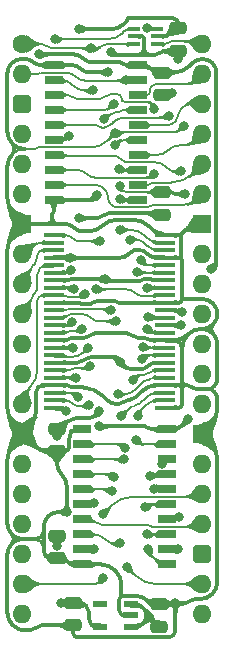
<source format=gtl>
%TF.GenerationSoftware,KiCad,Pcbnew,8.0.7*%
%TF.CreationDate,2025-02-05T10:09:38+02:00*%
%TF.ProjectId,Comparator 16bit,436f6d70-6172-4617-946f-722031366269,rev?*%
%TF.SameCoordinates,Original*%
%TF.FileFunction,Copper,L1,Top*%
%TF.FilePolarity,Positive*%
%FSLAX46Y46*%
G04 Gerber Fmt 4.6, Leading zero omitted, Abs format (unit mm)*
G04 Created by KiCad (PCBNEW 8.0.7) date 2025-02-05 10:09:38*
%MOMM*%
%LPD*%
G01*
G04 APERTURE LIST*
G04 Aperture macros list*
%AMRoundRect*
0 Rectangle with rounded corners*
0 $1 Rounding radius*
0 $2 $3 $4 $5 $6 $7 $8 $9 X,Y pos of 4 corners*
0 Add a 4 corners polygon primitive as box body*
4,1,4,$2,$3,$4,$5,$6,$7,$8,$9,$2,$3,0*
0 Add four circle primitives for the rounded corners*
1,1,$1+$1,$2,$3*
1,1,$1+$1,$4,$5*
1,1,$1+$1,$6,$7*
1,1,$1+$1,$8,$9*
0 Add four rect primitives between the rounded corners*
20,1,$1+$1,$2,$3,$4,$5,0*
20,1,$1+$1,$4,$5,$6,$7,0*
20,1,$1+$1,$6,$7,$8,$9,0*
20,1,$1+$1,$8,$9,$2,$3,0*%
G04 Aperture macros list end*
%TA.AperFunction,SMDPad,CuDef*%
%ADD10RoundRect,0.250000X-0.475000X0.250000X-0.475000X-0.250000X0.475000X-0.250000X0.475000X0.250000X0*%
%TD*%
%TA.AperFunction,SMDPad,CuDef*%
%ADD11R,1.000000X0.450000*%
%TD*%
%TA.AperFunction,SMDPad,CuDef*%
%ADD12R,1.800000X0.430000*%
%TD*%
%TA.AperFunction,SMDPad,CuDef*%
%ADD13RoundRect,0.250000X0.475000X-0.250000X0.475000X0.250000X-0.475000X0.250000X-0.475000X-0.250000X0*%
%TD*%
%TA.AperFunction,SMDPad,CuDef*%
%ADD14R,1.550000X0.650000*%
%TD*%
%TA.AperFunction,SMDPad,CuDef*%
%ADD15R,1.150000X0.600000*%
%TD*%
%TA.AperFunction,ComponentPad*%
%ADD16C,1.600000*%
%TD*%
%TA.AperFunction,ComponentPad*%
%ADD17O,1.600000X1.600000*%
%TD*%
%TA.AperFunction,ComponentPad*%
%ADD18RoundRect,0.400000X-0.400000X-0.400000X0.400000X-0.400000X0.400000X0.400000X-0.400000X0.400000X0*%
%TD*%
%TA.AperFunction,ComponentPad*%
%ADD19R,1.600000X1.600000*%
%TD*%
%TA.AperFunction,ViaPad*%
%ADD20C,0.800000*%
%TD*%
%TA.AperFunction,Conductor*%
%ADD21C,0.350000*%
%TD*%
%TA.AperFunction,Conductor*%
%ADD22C,0.380000*%
%TD*%
%TA.AperFunction,Conductor*%
%ADD23C,0.200000*%
%TD*%
G04 APERTURE END LIST*
D10*
%TO.P,C2,1*%
%TO.N,/3.3V*%
X2921000Y-32594000D03*
%TO.P,C2,2*%
%TO.N,GND*%
X2921000Y-34494000D03*
%TD*%
D11*
%TO.P,IC4,1,A*%
%TO.N,~{OE}*%
X9414000Y1285000D03*
%TO.P,IC4,2,GND*%
%TO.N,GND*%
X9414000Y635000D03*
%TO.P,IC4,3,B*%
%TO.N,~{PH=QH}*%
X9414000Y-15000D03*
%TO.P,IC4,4,Y*%
%TO.N,~{P=Q}*%
X11414000Y-15000D03*
%TO.P,IC4,5,3V*%
%TO.N,/3.3V*%
X11414000Y635000D03*
%TO.P,IC4,6,C*%
%TO.N,~{PL=QL}*%
X11414000Y1285000D03*
%TD*%
D12*
%TO.P,IC2,1,1~{OE}*%
%TO.N,GND*%
X12066000Y-30797000D03*
%TO.P,IC2,2,1Q0*%
%TO.N,/EC0*%
X12066000Y-30163000D03*
%TO.P,IC2,3,1Q1*%
%TO.N,/EC1*%
X12066000Y-29527000D03*
%TO.P,IC2,4,GND*%
%TO.N,GND*%
X12066000Y-28893000D03*
%TO.P,IC2,5,1Q2*%
%TO.N,/EC2*%
X12066000Y-28257000D03*
%TO.P,IC2,6,1Q3*%
%TO.N,/EC3*%
X12066000Y-27623000D03*
%TO.P,IC2,7,3V*%
%TO.N,/3.3V*%
X12066000Y-26987000D03*
%TO.P,IC2,8,1Q4*%
%TO.N,/EC4*%
X12066000Y-26353000D03*
%TO.P,IC2,9,1Q5*%
%TO.N,/EC5*%
X12066000Y-25717000D03*
%TO.P,IC2,10,GND*%
%TO.N,GND*%
X12066000Y-25083000D03*
%TO.P,IC2,11,1Q6*%
%TO.N,/EC6*%
X12066000Y-24447000D03*
%TO.P,IC2,12,1Q7*%
%TO.N,/EC7*%
X12066000Y-23813000D03*
%TO.P,IC2,13,2Q0*%
%TO.N,/EC8*%
X12066000Y-23177000D03*
%TO.P,IC2,14,2Q1*%
%TO.N,/EC9*%
X12066000Y-22543000D03*
%TO.P,IC2,15,GND*%
%TO.N,GND*%
X12066000Y-21907000D03*
%TO.P,IC2,16,2Q2*%
%TO.N,/EC10*%
X12066000Y-21273000D03*
%TO.P,IC2,17,2Q3*%
%TO.N,/EC11*%
X12066000Y-20637000D03*
%TO.P,IC2,18,3V*%
%TO.N,/3.3V*%
X12066000Y-20003000D03*
%TO.P,IC2,19,2Q4*%
%TO.N,/EC12*%
X12066000Y-19367000D03*
%TO.P,IC2,20,2Q5*%
%TO.N,/EC13*%
X12066000Y-18733000D03*
%TO.P,IC2,21,GND*%
%TO.N,GND*%
X12066000Y-18097000D03*
%TO.P,IC2,22,2Q6*%
%TO.N,/EC14*%
X12066000Y-17463000D03*
%TO.P,IC2,23,2Q7*%
%TO.N,/EC15*%
X12066000Y-16827000D03*
%TO.P,IC2,24,2~{OE}*%
%TO.N,GND*%
X12066000Y-16193000D03*
%TO.P,IC2,25,2LE*%
%TO.N,Write Compare Address High*%
X2666000Y-16193000D03*
%TO.P,IC2,26,2D7*%
%TO.N,D7*%
X2666000Y-16827000D03*
%TO.P,IC2,27,2D6*%
%TO.N,D6*%
X2666000Y-17463000D03*
%TO.P,IC2,28,GND*%
%TO.N,GND*%
X2666000Y-18097000D03*
%TO.P,IC2,29,2D5*%
%TO.N,D5*%
X2666000Y-18733000D03*
%TO.P,IC2,30,2D4*%
%TO.N,D4*%
X2666000Y-19367000D03*
%TO.P,IC2,31,3V*%
%TO.N,/3.3V*%
X2666000Y-20003000D03*
%TO.P,IC2,32,2D3*%
%TO.N,D3*%
X2666000Y-20637000D03*
%TO.P,IC2,33,2D2*%
%TO.N,D2*%
X2666000Y-21273000D03*
%TO.P,IC2,34,GND*%
%TO.N,GND*%
X2666000Y-21907000D03*
%TO.P,IC2,35,2D1*%
%TO.N,D1*%
X2666000Y-22543000D03*
%TO.P,IC2,36,2D0*%
%TO.N,D0*%
X2666000Y-23177000D03*
%TO.P,IC2,37,1D7*%
%TO.N,D7*%
X2666000Y-23813000D03*
%TO.P,IC2,38,1D6*%
%TO.N,D6*%
X2666000Y-24447000D03*
%TO.P,IC2,39,GND*%
%TO.N,GND*%
X2666000Y-25083000D03*
%TO.P,IC2,40,1D5*%
%TO.N,D5*%
X2666000Y-25717000D03*
%TO.P,IC2,41,1D4*%
%TO.N,D4*%
X2666000Y-26353000D03*
%TO.P,IC2,42,3V*%
%TO.N,/3.3V*%
X2666000Y-26987000D03*
%TO.P,IC2,43,1D3*%
%TO.N,D3*%
X2666000Y-27623000D03*
%TO.P,IC2,44,1D2*%
%TO.N,D2*%
X2666000Y-28257000D03*
%TO.P,IC2,45,GND*%
%TO.N,GND*%
X2666000Y-28893000D03*
%TO.P,IC2,46,1D1*%
%TO.N,D1*%
X2666000Y-29527000D03*
%TO.P,IC2,47,1D0*%
%TO.N,D0*%
X2666000Y-30163000D03*
%TO.P,IC2,48,1LE*%
%TO.N,Write Compare Address Low*%
X2666000Y-30797000D03*
%TD*%
D13*
%TO.P,C1,1*%
%TO.N,/3.3V*%
X11785600Y-14446800D03*
%TO.P,C1,2*%
%TO.N,GND*%
X11785600Y-12546800D03*
%TD*%
D10*
%TO.P,C4,1*%
%TO.N,5V*%
X11811000Y-2418000D03*
%TO.P,C4,2*%
%TO.N,GND*%
X11811000Y-4318000D03*
%TD*%
D13*
%TO.P,C8,1*%
%TO.N,5V*%
X11582400Y-49346400D03*
%TO.P,C8,2*%
%TO.N,GND*%
X11582400Y-47446400D03*
%TD*%
D14*
%TO.P,IC3,1,~{OE}*%
%TO.N,GND*%
X2655000Y-1778000D03*
%TO.P,IC3,2,P0*%
%TO.N,/EC8*%
X2655000Y-3048000D03*
%TO.P,IC3,3,Q0*%
%TO.N,C8*%
X2655000Y-4318000D03*
%TO.P,IC3,4,P1*%
%TO.N,/EC9*%
X2655000Y-5588000D03*
%TO.P,IC3,5,Q1*%
%TO.N,C9*%
X2655000Y-6858000D03*
%TO.P,IC3,6,P2*%
%TO.N,/EC10*%
X2655000Y-8128000D03*
%TO.P,IC3,7,Q2*%
%TO.N,C10*%
X2655000Y-9398000D03*
%TO.P,IC3,8,P3*%
%TO.N,/EC11*%
X2655000Y-10668000D03*
%TO.P,IC3,9,Q3*%
%TO.N,C11*%
X2655000Y-11938000D03*
%TO.P,IC3,10,GND*%
%TO.N,GND*%
X2655000Y-13208000D03*
%TO.P,IC3,11,P4*%
%TO.N,/EC12*%
X9779000Y-13208000D03*
%TO.P,IC3,12,Q4*%
%TO.N,C12*%
X9779000Y-11938000D03*
%TO.P,IC3,13,P5*%
%TO.N,/EC13*%
X9779000Y-10668000D03*
%TO.P,IC3,14,Q5*%
%TO.N,C13*%
X9779000Y-9398000D03*
%TO.P,IC3,15,P6*%
%TO.N,/EC14*%
X9779000Y-8128000D03*
%TO.P,IC3,16,Q6*%
%TO.N,C14*%
X9779000Y-6858000D03*
%TO.P,IC3,17,P7*%
%TO.N,/EC15*%
X9779000Y-5588000D03*
%TO.P,IC3,18,Q7*%
%TO.N,C15*%
X9779000Y-4318000D03*
%TO.P,IC3,19,~{P=Q}*%
%TO.N,~{PL=QL}*%
X9779000Y-3048000D03*
%TO.P,IC3,20,5V*%
%TO.N,5V*%
X9779000Y-1778000D03*
%TD*%
%TO.P,IC1,1,~{OE}*%
%TO.N,GND*%
X5074000Y-32639000D03*
%TO.P,IC1,2,P0*%
%TO.N,/EC0*%
X5074000Y-33909000D03*
%TO.P,IC1,3,Q0*%
%TO.N,C0*%
X5074000Y-35179000D03*
%TO.P,IC1,4,P1*%
%TO.N,/EC1*%
X5074000Y-36449000D03*
%TO.P,IC1,5,Q1*%
%TO.N,C1*%
X5074000Y-37719000D03*
%TO.P,IC1,6,P2*%
%TO.N,/EC2*%
X5074000Y-38989000D03*
%TO.P,IC1,7,Q2*%
%TO.N,C2*%
X5074000Y-40259000D03*
%TO.P,IC1,8,P3*%
%TO.N,/EC3*%
X5074000Y-41529000D03*
%TO.P,IC1,9,Q3*%
%TO.N,C3*%
X5074000Y-42799000D03*
%TO.P,IC1,10,GND*%
%TO.N,GND*%
X5074000Y-44069000D03*
%TO.P,IC1,11,P4*%
%TO.N,/EC4*%
X12198000Y-44069000D03*
%TO.P,IC1,12,Q4*%
%TO.N,C4*%
X12198000Y-42799000D03*
%TO.P,IC1,13,P5*%
%TO.N,/EC5*%
X12198000Y-41529000D03*
%TO.P,IC1,14,Q5*%
%TO.N,C5*%
X12198000Y-40259000D03*
%TO.P,IC1,15,P6*%
%TO.N,/EC6*%
X12198000Y-38989000D03*
%TO.P,IC1,16,Q6*%
%TO.N,C6*%
X12198000Y-37719000D03*
%TO.P,IC1,17,P7*%
%TO.N,/EC7*%
X12198000Y-36449000D03*
%TO.P,IC1,18,Q7*%
%TO.N,C7*%
X12198000Y-35179000D03*
%TO.P,IC1,19,~{P=Q}*%
%TO.N,~{PH=QH}*%
X12198000Y-33909000D03*
%TO.P,IC1,20,5V*%
%TO.N,5V*%
X12198000Y-32639000D03*
%TD*%
D10*
%TO.P,C3,1*%
%TO.N,5V*%
X2921000Y-41661000D03*
%TO.P,C3,2*%
%TO.N,GND*%
X2921000Y-43561000D03*
%TD*%
%TO.P,C9,1*%
%TO.N,/3.3V*%
X4318000Y-47326000D03*
%TO.P,C9,2*%
%TO.N,GND*%
X4318000Y-49226000D03*
%TD*%
D15*
%TO.P,IC5,1,6VIn*%
%TO.N,5V*%
X9174000Y-49337000D03*
%TO.P,IC5,2,GND*%
%TO.N,GND*%
X9174000Y-48387000D03*
%TO.P,IC5,3,EN*%
%TO.N,5V*%
X9174000Y-47437000D03*
%TO.P,IC5,4,ADJ*%
%TO.N,unconnected-(IC5-ADJ-Pad4)*%
X6574000Y-47437000D03*
%TO.P,IC5,5,3.3VOut*%
%TO.N,/3.3V*%
X6574000Y-49337000D03*
%TD*%
D10*
%TO.P,C5,1*%
%TO.N,/3.3V*%
X13208000Y1315000D03*
%TO.P,C5,2*%
%TO.N,GND*%
X13208000Y-585000D03*
%TD*%
D16*
%TO.P,J2,1,Pin_1*%
%TO.N,~{PH=QH}*%
X0Y0D03*
D17*
%TO.P,J2,2,Pin_2*%
%TO.N,~{PL=QL}*%
X0Y-2540000D03*
D18*
%TO.P,J2,3,Pin_3*%
%TO.N,5V*%
X0Y-5080000D03*
D17*
%TO.P,J2,4,Pin_4*%
%TO.N,unconnected-(J2-Pin_4-Pad4)*%
X0Y-7620000D03*
%TO.P,J2,5,Pin_5*%
%TO.N,unconnected-(J2-Pin_5-Pad5)*%
X0Y-10160000D03*
%TO.P,J2,6,Pin_6*%
%TO.N,~{OE}*%
X0Y-12700000D03*
D19*
%TO.P,J2,7,Pin_7*%
%TO.N,GND*%
X0Y-15240000D03*
D17*
%TO.P,J2,8,Pin_8*%
%TO.N,D7*%
X0Y-17780000D03*
%TO.P,J2,9,Pin_9*%
%TO.N,D6*%
X0Y-20320000D03*
%TO.P,J2,10,Pin_10*%
%TO.N,D5*%
X0Y-22860000D03*
%TO.P,J2,11,Pin_11*%
%TO.N,D4*%
X0Y-25400000D03*
%TO.P,J2,12,Pin_12*%
%TO.N,D3*%
X0Y-27940000D03*
%TO.P,J2,13,Pin_13*%
%TO.N,D2*%
X0Y-30480000D03*
D19*
%TO.P,J2,14,Pin_14*%
%TO.N,GND*%
X0Y-33020000D03*
D17*
%TO.P,J2,15,Pin_15*%
%TO.N,D1*%
X0Y-35560000D03*
%TO.P,J2,16,Pin_16*%
%TO.N,D0*%
X0Y-38100000D03*
%TO.P,J2,17,Pin_17*%
%TO.N,unconnected-(J2-Pin_17-Pad17)*%
X0Y-40640000D03*
%TO.P,J2,18,Pin_18*%
%TO.N,unconnected-(J2-Pin_18-Pad18)*%
X0Y-43180000D03*
%TO.P,J2,19,Pin_19*%
%TO.N,Write Compare Address High*%
X0Y-45720000D03*
%TO.P,J2,20,Pin_20*%
%TO.N,Write Compare Address Low*%
X0Y-48260000D03*
%TO.P,J2,21,Pin_21*%
%TO.N,C0*%
X15240000Y-48260000D03*
%TO.P,J2,22,Pin_22*%
%TO.N,C1*%
X15240000Y-45720000D03*
D18*
%TO.P,J2,23,Pin_23*%
%TO.N,5V*%
X15240000Y-43180000D03*
D17*
%TO.P,J2,24,Pin_24*%
%TO.N,C2*%
X15240000Y-40640000D03*
%TO.P,J2,25,Pin_25*%
%TO.N,C3*%
X15240000Y-38100000D03*
%TO.P,J2,26,Pin_26*%
%TO.N,C4*%
X15240000Y-35560000D03*
D19*
%TO.P,J2,27,Pin_27*%
%TO.N,GND*%
X15240000Y-33020000D03*
D17*
%TO.P,J2,28,Pin_28*%
%TO.N,C5*%
X15240000Y-30480000D03*
%TO.P,J2,29,Pin_29*%
%TO.N,C6*%
X15240000Y-27940000D03*
%TO.P,J2,30,Pin_30*%
%TO.N,C7*%
X15240000Y-25400000D03*
%TO.P,J2,31,Pin_31*%
%TO.N,C8*%
X15240000Y-22860000D03*
%TO.P,J2,32,Pin_32*%
%TO.N,C9*%
X15240000Y-20320000D03*
%TO.P,J2,33,Pin_33*%
%TO.N,C10*%
X15240000Y-17780000D03*
D19*
%TO.P,J2,34,Pin_34*%
%TO.N,GND*%
X15240000Y-15240000D03*
D17*
%TO.P,J2,35,Pin_35*%
%TO.N,C11*%
X15240000Y-12700000D03*
%TO.P,J2,36,Pin_36*%
%TO.N,C12*%
X15240000Y-10160000D03*
%TO.P,J2,37,Pin_37*%
%TO.N,C13*%
X15240000Y-7620000D03*
%TO.P,J2,38,Pin_38*%
%TO.N,C14*%
X15240000Y-5080000D03*
%TO.P,J2,39,Pin_39*%
%TO.N,C15*%
X15240000Y-2540000D03*
%TO.P,J2,40,Pin_40*%
%TO.N,~{P=Q}*%
X15240000Y0D03*
%TD*%
D20*
%TO.N,GND*%
X3994572Y-18098086D03*
X13779500Y-12700000D03*
X7823200Y-7569200D03*
X12954000Y-47371000D03*
X6298285Y-12827000D03*
X3761000Y-39624002D03*
X13651131Y-6914884D03*
X12700000Y-4191000D03*
X7483644Y-714964D03*
X8247490Y-12013000D03*
X7220964Y-2394964D03*
X13208000Y-1270000D03*
%TO.N,5V*%
X16001984Y-19050000D03*
X6448999Y-32381364D03*
X1397000Y-889000D03*
X2921000Y-42461500D03*
X14035000Y-31777309D03*
X10749972Y-48514000D03*
%TO.N,/3.3V*%
X4826000Y1270000D03*
X6993162Y-19897534D03*
X3301998Y-47326000D03*
X2920155Y-33154905D03*
X8272408Y-26924000D03*
X6477000Y-31115000D03*
X4759179Y-14747240D03*
%TO.N,/EC0*%
X8713771Y-34182515D03*
X9770001Y-31496000D03*
%TO.N,/EC1*%
X7724830Y-36623686D03*
X8370001Y-31496000D03*
%TO.N,/EC2*%
X6034629Y-38896704D03*
X8060082Y-29650082D03*
%TO.N,/EC3*%
X8255000Y-42291000D03*
X9375207Y-28425207D03*
%TO.N,C1*%
X7608000Y-37852620D03*
X8890000Y-44323000D03*
%TO.N,C7*%
X11811000Y-35523998D03*
%TO.N,C3*%
X6858000Y-39771068D03*
X6095992Y-42799000D03*
%TO.N,/EC4*%
X10114379Y-26661487D03*
X10667996Y-42799000D03*
%TO.N,/EC5*%
X10179794Y-25663626D03*
X10560922Y-41527461D03*
%TO.N,/EC6*%
X10403999Y-39243000D03*
X10572632Y-24116961D03*
%TO.N,/EC7*%
X10804000Y-36576000D03*
X13396860Y-23808848D03*
%TO.N,C0*%
X8592660Y-35175156D03*
%TO.N,C5*%
X13260500Y-40057500D03*
%TO.N,C6*%
X11175998Y-37654000D03*
%TO.N,C4*%
X13208000Y-42799000D03*
%TO.N,/EC8*%
X10668000Y-23114000D03*
X5969000Y-3937000D03*
%TO.N,D4*%
X4140054Y-19122534D03*
X5544292Y-25728382D03*
%TO.N,D7*%
X4226338Y-23556387D03*
%TO.N,D2*%
X4508061Y-28257005D03*
X5255383Y-21158611D03*
%TO.N,D0*%
X7881000Y-23481388D03*
X5619505Y-30600503D03*
%TO.N,/EC9*%
X13526219Y-22680294D03*
X7726380Y-5063230D03*
%TO.N,D3*%
X5759797Y-27299285D03*
X4324624Y-20735437D03*
%TO.N,D1*%
X7493000Y-22547504D03*
X4709011Y-29907001D03*
%TO.N,D6*%
X5040189Y-24137462D03*
%TO.N,Write Compare Address High*%
X6543437Y-16697563D03*
X6858000Y-45212000D03*
%TO.N,Write Compare Address Low*%
X3683002Y-31115000D03*
%TO.N,D5*%
X4318000Y-25717000D03*
%TO.N,C8*%
X11154002Y-5483000D03*
%TO.N,C10*%
X13399485Y-10795000D03*
%TO.N,C9*%
X12368424Y-6077297D03*
%TO.N,/EC10*%
X6234222Y-20778637D03*
X3919000Y-7748807D03*
%TO.N,/EC11*%
X10562303Y-20649587D03*
X11179500Y-11034800D03*
%TO.N,/EC12*%
X9731935Y-19290475D03*
X8269200Y-13143000D03*
%TO.N,/EC13*%
X8193000Y-10613000D03*
X10028000Y-18323069D03*
%TO.N,/EC14*%
X7823200Y-8585200D03*
X9100541Y-16564568D03*
%TO.N,/EC15*%
X8255000Y-15723000D03*
X6898285Y-6330324D03*
%TO.N,~{OE}*%
X2794000Y380996D03*
%TO.N,~{PH=QH}*%
X9652000Y-33528000D03*
X5842000Y-380996D03*
%TO.N,~{PL=QL}*%
X8763000Y-3048000D03*
X10547595Y1369000D03*
%TD*%
D21*
%TO.N,/3.3V*%
X8957299Y2160350D02*
G75*
G03*
X8890050Y2093051I1J-67250D01*
G01*
X7077132Y-19981504D02*
G75*
G03*
X7279855Y-20065512I202768J202704D01*
G01*
X6191250Y-31400750D02*
G75*
G02*
X5501388Y-31686495I-689850J689850D01*
G01*
X10148395Y-19970031D02*
G75*
G02*
X9917972Y-20065453I-230395J230431D01*
G01*
X8890000Y2093051D02*
G75*
G02*
X8842393Y1978183I-162500J49D01*
G01*
D22*
X2921000Y-33153462D02*
G75*
G02*
X2920588Y-33154493I-1400J-38D01*
G01*
D21*
X5217874Y-26745191D02*
G75*
G02*
X4634095Y-26986993I-583774J583791D01*
G01*
X5393000Y-47557000D02*
G75*
G03*
X4835316Y-47325993I-557700J-557700D01*
G01*
X7345245Y-14318000D02*
G75*
G03*
X6827096Y-14532609I-45J-732700D01*
G01*
X11291107Y-26987000D02*
G75*
G03*
X10638068Y-27257505I-7J-923500D01*
G01*
X10378817Y-19874587D02*
G75*
G03*
X10148397Y-19970033I-17J-325813D01*
G01*
X13080325Y2032675D02*
G75*
G03*
X12772090Y2160331I-308225J-308275D01*
G01*
X5801652Y-26503382D02*
G75*
G03*
X5217875Y-26745192I-2J-825578D01*
G01*
X10947525Y-19938793D02*
G75*
G03*
X11102533Y-20002980I154975J154993D01*
G01*
X13080325Y2032675D02*
G75*
G02*
X13208031Y1724440I-308225J-308275D01*
G01*
X4096041Y-19897534D02*
G75*
G03*
X3968707Y-19950241I-41J-180066D01*
G01*
X5624000Y-48643914D02*
G75*
G03*
X5827004Y-49133996I693100J14D01*
G01*
X8574408Y-27226000D02*
G75*
G03*
X9303500Y-27527997I729092J729100D01*
G01*
X10638063Y-27257500D02*
G75*
G02*
X9985018Y-27527997I-653063J653100D01*
G01*
X12467064Y910064D02*
G75*
G02*
X11803000Y634991I-664064J664036D01*
G01*
X4495044Y-31686500D02*
G75*
G03*
X4190237Y-31812737I-44J-431000D01*
G01*
X10947525Y-19938793D02*
G75*
G03*
X10792517Y-19874574I-155025J-155007D01*
G01*
X4190250Y-31812750D02*
G75*
G02*
X3885455Y-31938952I-304750J304850D01*
G01*
X8512124Y1647876D02*
G75*
G02*
X7599850Y1269997I-912274J912264D01*
G01*
X5393000Y-47557000D02*
G75*
G02*
X5624007Y-48114683I-557700J-557700D01*
G01*
X5837666Y-49144666D02*
G75*
G03*
X6302000Y-49336990I464334J464366D01*
G01*
X6827107Y-14532620D02*
G75*
G02*
X6308968Y-14747223I-518107J518120D01*
G01*
X8062099Y-26713691D02*
G75*
G03*
X7554368Y-26503398I-507699J-507709D01*
G01*
X3968733Y-19950267D02*
G75*
G02*
X3841424Y-20003029I-127333J127267D01*
G01*
X3820000Y-31939000D02*
G75*
G03*
X3403459Y-32111528I0J-589100D01*
G01*
%TO.N,5V*%
X13518132Y-32294176D02*
G75*
G02*
X12685654Y-32638968I-832432J832476D01*
G01*
X15240000Y-1270000D02*
G75*
G03*
X14372794Y-1629215I0J-1226400D01*
G01*
X16089000Y-1611000D02*
G75*
G03*
X15265753Y-1270019I-823200J-823200D01*
G01*
X16430000Y-18319330D02*
G75*
G02*
X16215983Y-18835983I-730700J30D01*
G01*
X5128018Y-1221982D02*
G75*
G03*
X5931907Y-1554961I803882J803882D01*
G01*
X10668000Y-32512000D02*
G75*
G03*
X10361394Y-32385002I-306600J-306600D01*
G01*
X6450817Y-32383182D02*
G75*
G03*
X6455206Y-32384998I4383J4382D01*
G01*
X10128255Y-47686255D02*
G75*
G03*
X9526500Y-47436997I-601755J-601745D01*
G01*
X10668000Y-32512000D02*
G75*
G03*
X10974605Y-32638998I306600J306600D01*
G01*
X10193187Y-49070784D02*
G75*
G02*
X9550486Y-49336995I-642687J642684D01*
G01*
X8493518Y-1666482D02*
G75*
G03*
X8224289Y-1554968I-269218J-269218D01*
G01*
X16089000Y-1611000D02*
G75*
G02*
X16429951Y-2434246I-823300J-823200D01*
G01*
X14158000Y-1844000D02*
G75*
G02*
X12772241Y-2418017I-1385800J1385800D01*
G01*
X10750009Y-48514009D02*
X10750008Y-48514010D01*
X10750007Y-48514010D01*
X10750006Y-48514011D01*
X10750005Y-48514012D01*
X10750004Y-48514012D01*
X10750003Y-48514012D01*
X10750002Y-48514013D01*
X10750001Y-48514013D01*
X10750000Y-48514013D01*
X10749999Y-48514013D01*
X10749998Y-48514013D01*
X10749997Y-48514012D01*
X10749996Y-48514012D01*
X10749995Y-48514012D01*
X10749994Y-48514011D01*
X10749993Y-48514010D01*
X10749992Y-48514010D01*
X10749991Y-48514009D01*
X10749990Y-48514008D01*
X10749990Y-48514007D01*
X10749989Y-48514006D01*
X10749988Y-48514005D01*
X10749988Y-48514004D01*
X10749988Y-48514003D01*
X10749987Y-48514002D01*
X10749987Y-48514001D01*
X10749987Y-48514000D01*
X10810407Y-2047407D02*
G75*
G03*
X10160000Y-1777995I-650407J-650393D01*
G01*
X5128018Y-1221982D02*
G75*
G03*
X4324128Y-889001I-803888J-803888D01*
G01*
X10677130Y-48235130D02*
G75*
G02*
X10749989Y-48410986I-175830J-175870D01*
G01*
X10958261Y-2195261D02*
G75*
G03*
X11496000Y-2417993I537739J537761D01*
G01*
X8493518Y-1666482D02*
G75*
G03*
X8762746Y-1777981I269182J269182D01*
G01*
%TO.N,GND*%
X9336187Y-24699813D02*
G75*
G03*
X9792021Y-24888617I455813J455813D01*
G01*
X3810000Y-43815000D02*
G75*
G03*
X4423210Y-44068996I613200J613200D01*
G01*
X2172999Y-39991001D02*
G75*
G03*
X1806007Y-40877014I886001J-885999D01*
G01*
X4381492Y-15557500D02*
G75*
G03*
X3614979Y-15240011I-766492J-766500D01*
G01*
X-825500Y-49212500D02*
G75*
G03*
X247617Y-49657001I1073120J1073120D01*
G01*
X1982500Y-43384500D02*
G75*
G03*
X2408608Y-43560996I426100J426100D01*
G01*
X9765001Y-937002D02*
G75*
G03*
X10304002Y-398003I-1J539002D01*
G01*
X10304000Y-398003D02*
G75*
G03*
X10842999Y-937000I539000J3D01*
G01*
X-635000Y-33655000D02*
G75*
G03*
X-1270002Y-35188025I1533030J-1533030D01*
G01*
X4877070Y-21947025D02*
G75*
G03*
X4788745Y-21910422I-88370J-88375D01*
G01*
X-889000Y-42291000D02*
G75*
G03*
X-889000Y-41529000I-380998J381000D01*
G01*
X30815Y-41910000D02*
G75*
G03*
X-889000Y-42291000I-3J-1300808D01*
G01*
X-889000Y-41529000D02*
G75*
G03*
X30815Y-41910000I919817J919820D01*
G01*
X2921000Y-34900000D02*
G75*
G03*
X2515000Y-34494000I-406000J0D01*
G01*
X3327000Y-34494000D02*
G75*
G03*
X2921000Y-34900000I0J-406000D01*
G01*
X6402126Y-21722504D02*
G75*
G03*
X6086938Y-21853053I-26J-445696D01*
G01*
X4381492Y-15557500D02*
G75*
G03*
X5148004Y-15875000I766508J766500D01*
G01*
X13351000Y-16198000D02*
G75*
G03*
X13338928Y-16192988I-12100J-12100D01*
G01*
X-634999Y-15875000D02*
G75*
G03*
X-1270001Y-17408025I1533029J-1533030D01*
G01*
X962408Y-33982408D02*
G75*
G03*
X2197500Y-34493995I1235092J1235108D01*
G01*
X4898518Y-2086482D02*
G75*
G03*
X5643259Y-2394964I744742J744742D01*
G01*
X11344188Y-28893000D02*
G75*
G03*
X10111986Y-29403406I12J-1742600D01*
G01*
X9798973Y-17399000D02*
G75*
G03*
X9114490Y-17682551I27J-968000D01*
G01*
X10597997Y-24985813D02*
G75*
G03*
X10832627Y-25082986I234603J234613D01*
G01*
X6791541Y-29778541D02*
G75*
G03*
X5109942Y-29081998I-1681601J-1681599D01*
G01*
X15113000Y-24130000D02*
G75*
G03*
X14028993Y-24579018I0J-1533000D01*
G01*
X10618669Y-47194669D02*
G75*
G03*
X11226400Y-47446388I607731J607769D01*
G01*
D23*
X8737490Y-12503000D02*
G75*
G03*
X8882342Y-12562956I144810J144900D01*
G01*
D21*
X4877070Y-21947025D02*
G75*
G03*
X4965395Y-21983614I88330J88325D01*
G01*
X6107785Y-13017500D02*
G75*
G02*
X5647877Y-13207986I-459885J459900D01*
G01*
X13414500Y-21838499D02*
G75*
G02*
X13249125Y-21907010I-165400J165399D01*
G01*
X889000Y-1524000D02*
G75*
G03*
X275789Y-1270000I-613210J-613210D01*
G01*
X15209184Y-24130000D02*
G75*
G03*
X16129005Y-23749005I16J1300800D01*
G01*
X16129000Y-24511000D02*
G75*
G03*
X15209184Y-24130006I-919800J-919800D01*
G01*
X16128999Y-23748999D02*
G75*
G03*
X16128999Y-24511001I381001J-381001D01*
G01*
X7594663Y-825983D02*
G75*
G03*
X7862686Y-937023I268037J267983D01*
G01*
X12791300Y-50073700D02*
G75*
G02*
X12398507Y-50236403I-392800J392800D01*
G01*
X2921000Y-35474030D02*
G75*
G03*
X3341000Y-36488000I1433970J0D01*
G01*
X10762499Y-15461499D02*
G75*
G03*
X9365878Y-14883009I-1396599J-1396601D01*
G01*
X2597500Y-14293500D02*
G75*
G03*
X2540007Y-14432317I138800J-138800D01*
G01*
X16148897Y-21985546D02*
G75*
G02*
X16509977Y-22857324I-871797J-871754D01*
G01*
X13414500Y-18165500D02*
G75*
G02*
X13483011Y-18330875I-165400J-165400D01*
G01*
X13483001Y-21680000D02*
G75*
G02*
X13419368Y-21833643I-217301J0D01*
G01*
X16001999Y-29209999D02*
X16002002Y-29209998D01*
X16002001Y-29209999D02*
X16001999Y-29209999D01*
X16002002Y-29210000D02*
X16002001Y-29209999D01*
X16002002Y-29209998D02*
X16002002Y-29210000D01*
X12750400Y-12623400D02*
G75*
G03*
X12935328Y-12699988I184900J184900D01*
G01*
X16510000Y-28342793D02*
G75*
G02*
X16256003Y-28956003I-867200J-7D01*
G01*
X-634999Y-15875000D02*
G75*
G03*
X-635000Y-14605000I-635001J634999D01*
G01*
X898025Y-15240000D02*
G75*
G03*
X-634999Y-15875000I-1J-2168019D01*
G01*
X-635000Y-14605000D02*
G75*
G03*
X898025Y-15240000I1533028J1533030D01*
G01*
X10520700Y-47096700D02*
G75*
G03*
X9676449Y-46746979I-844300J-844300D01*
G01*
X16510000Y-22857324D02*
G75*
G02*
X16148889Y-23729094I-1232900J24D01*
G01*
X1624763Y-49226000D02*
G75*
G03*
X1104501Y-49441501I-3J-735750D01*
G01*
X16131676Y-21968325D02*
G75*
G03*
X15218321Y-21589992I-913376J-913375D01*
G01*
X12851127Y-25083000D02*
G75*
G03*
X14001492Y-24606492I-27J1626900D01*
G01*
X13525000Y-25756872D02*
G75*
G03*
X12851127Y-25083000I-673870J2D01*
G01*
X14001500Y-24606500D02*
G75*
G03*
X13524989Y-25756872I1150400J-1150400D01*
G01*
X3828500Y-34398500D02*
G75*
G02*
X3597942Y-34494018I-230600J230600D01*
G01*
X-889000Y-42291000D02*
G75*
G03*
X-1270005Y-43210815I919810J-919820D01*
G01*
X3341000Y-36488000D02*
G75*
G02*
X3761000Y-37501969I-1013970J-1013970D01*
G01*
X16510000Y-45526864D02*
G75*
G02*
X16081456Y-46561456I-1463140J4D01*
G01*
X10483476Y-17682530D02*
G75*
G03*
X9798973Y-17399009I-684476J-684470D01*
G01*
X-1270000Y-48139382D02*
G75*
G03*
X-825499Y-49212499I1517620J2D01*
G01*
X4417200Y-50137200D02*
G75*
G03*
X4656689Y-50236404I239500J239500D01*
G01*
X15875000Y-32385000D02*
G75*
G03*
X15875000Y-33655000I635000J-635000D01*
G01*
X10548946Y-17748000D02*
G75*
G03*
X11391507Y-18096984I842554J842600D01*
G01*
X6125876Y-24511000D02*
G75*
G03*
X5641289Y-24711751I24J-685300D01*
G01*
X3974634Y-18078148D02*
G75*
G03*
X3926501Y-18058216I-48134J-48152D01*
G01*
X889000Y-1524000D02*
G75*
G03*
X1502210Y-1777997I613210J613220D01*
G01*
X8576809Y-30300082D02*
G75*
G02*
X8154321Y-30475099I-422509J422482D01*
G01*
X8209000Y-47943152D02*
G75*
G03*
X8338986Y-48257014I443800J-48D01*
G01*
X14160500Y-47180500D02*
G75*
G02*
X13700592Y-47370997I-459900J459900D01*
G01*
X2095500Y-15240000D02*
G75*
G03*
X2540000Y-14795500I0J444500D01*
G01*
X2540000Y-14795500D02*
G75*
G03*
X2984500Y-15240000I444500J0D01*
G01*
X10597997Y-24985813D02*
G75*
G03*
X10363366Y-24888637I-234597J-234587D01*
G01*
X7926975Y-21814752D02*
G75*
G03*
X7704268Y-21722538I-222675J-222748D01*
G01*
D23*
X7226300Y-8166100D02*
G75*
G02*
X5785255Y-8763002I-1441050J1441050D01*
G01*
D21*
X7874000Y-44577000D02*
G75*
G03*
X6647579Y-44069008I-1226400J-1226400D01*
G01*
X1157000Y-41910000D02*
G75*
G03*
X1806000Y-41261000I0J649000D01*
G01*
X1806000Y-42559000D02*
G75*
G03*
X1157000Y-41910000I-649000J0D01*
G01*
X3924000Y-34167942D02*
G75*
G02*
X3828499Y-34398499I-326060J2D01*
G01*
X12750400Y-12623400D02*
G75*
G03*
X12565471Y-12546812I-184900J-184900D01*
G01*
X8339000Y-48257000D02*
G75*
G03*
X8652847Y-48386980I313800J313800D01*
G01*
D23*
X1206504Y-8826500D02*
G75*
G02*
X1053201Y-8890002I-153304J153300D01*
G01*
D21*
X1335876Y-29053876D02*
G75*
G03*
X1175002Y-29442265I388384J-388384D01*
G01*
X4528010Y-32639000D02*
G75*
G03*
X4169497Y-32787497I-10J-507000D01*
G01*
X-841457Y-9318542D02*
G75*
G03*
X-841457Y-8461457I-428543J428542D01*
G01*
D23*
X193135Y-8890000D02*
G75*
G03*
X-841457Y-9318542I-2J-1463130D01*
G01*
D21*
X-841457Y-8461457D02*
G75*
G03*
X193135Y-8890000I1034594J1034593D01*
G01*
X7926975Y-21814752D02*
G75*
G03*
X8149681Y-21907000I222725J222752D01*
G01*
X9336187Y-24699813D02*
G75*
G03*
X8880352Y-24511020I-455787J-455787D01*
G01*
D23*
X8314745Y-12375745D02*
G75*
G03*
X8477112Y-12442998I162355J162345D01*
G01*
D21*
X16256000Y-29463998D02*
G75*
G02*
X16509997Y-30077207I-613200J-613202D01*
G01*
X-49418Y-1270000D02*
G75*
G03*
X-912500Y-1627500I0J-1220583D01*
G01*
X9048457Y-17748543D02*
G75*
G02*
X8204585Y-18098084I-843857J843843D01*
G01*
X-912500Y-1627500D02*
G75*
G03*
X-1270000Y-2490581I863085J-863083D01*
G01*
X16510000Y-30851974D02*
G75*
G02*
X15875001Y-32385001I-2168040J4D01*
G01*
X16002000Y-29209999D02*
X16002002Y-29209999D01*
X16002002Y-29210000D02*
X16002000Y-29209999D01*
X16002001Y-29209999D02*
X16002002Y-29210000D01*
X16002002Y-29209999D02*
X16002001Y-29209999D01*
X14779500Y-15240000D02*
G75*
G03*
X13993387Y-15565632I0J-1111700D01*
G01*
X11897547Y-635000D02*
G75*
G03*
X11532985Y-785987I-47J-515500D01*
G01*
X5641269Y-24711731D02*
G75*
G02*
X5156661Y-24912428I-484569J484631D01*
G01*
D23*
X8247490Y-12213377D02*
G75*
G03*
X8314736Y-12375754I229610J-23D01*
G01*
D21*
X6086942Y-21853057D02*
G75*
G02*
X5771758Y-21983589I-315142J315157D01*
G01*
X2655000Y-14154682D02*
G75*
G02*
X2597505Y-14293505I-196300J-18D01*
G01*
X13462000Y-17898975D02*
G75*
G02*
X13404007Y-18039007I-198000J-25D01*
G01*
X-1270000Y-30851974D02*
G75*
G03*
X-635001Y-32385001I2168040J4D01*
G01*
X-1270000Y-40609184D02*
G75*
G03*
X-888999Y-41528999I1300820J4D01*
G01*
X-1270000Y-13071974D02*
G75*
G03*
X-635001Y-14605001I2168040J4D01*
G01*
X13409000Y-16256000D02*
G75*
G02*
X13462019Y-16383953I-128000J-128000D01*
G01*
X7165030Y-30152030D02*
G75*
G03*
X7944945Y-30475045I779870J779930D01*
G01*
X14620407Y-46990000D02*
G75*
G03*
X14160498Y-47180498I-7J-650400D01*
G01*
X13206999Y-28893000D02*
G75*
G03*
X13525000Y-28574999I1J318000D01*
G01*
X13525000Y-29211000D02*
G75*
G03*
X13206999Y-28893000I-318000J0D01*
G01*
X13843000Y-28893000D02*
G75*
G03*
X13525000Y-29211000I0J-318000D01*
G01*
X13525000Y-28574999D02*
G75*
G03*
X13843000Y-28893000I318000J-1D01*
G01*
X3870542Y-24997731D02*
G75*
G02*
X3664684Y-25082997I-205842J205831D01*
G01*
X13361000Y-16198000D02*
G75*
G03*
X13361000Y-16208000I5000J-5000D01*
G01*
X13351000Y-16198000D02*
G75*
G03*
X13361000Y-16198000I5000J5000D01*
G01*
X4898518Y-2086482D02*
G75*
G03*
X4153776Y-1778010I-744718J-744718D01*
G01*
X8999296Y-30125082D02*
G75*
G03*
X8576804Y-30300077I4J-597518D01*
G01*
X8295500Y-46833500D02*
G75*
G03*
X8209012Y-47042329I208800J-208800D01*
G01*
X7874000Y-44577000D02*
G75*
G02*
X8381992Y-45803420I-1226400J-1226400D01*
G01*
X8295500Y-46833500D02*
G75*
G03*
X8381988Y-46624670I-208800J208800D01*
G01*
X8504329Y-46747000D02*
G75*
G03*
X8295491Y-46833491I-29J-295300D01*
G01*
X8382000Y-46624670D02*
G75*
G03*
X8504329Y-46747000I122300J-30D01*
G01*
X-1270000Y-7426864D02*
G75*
G03*
X-841456Y-8461456I1463140J4D01*
G01*
D23*
X8737490Y-12503000D02*
G75*
G03*
X8592637Y-12442988I-144890J-144900D01*
G01*
D21*
X6779758Y-15379000D02*
G75*
G02*
X5582308Y-15875003I-1197458J1197460D01*
G01*
X3972500Y-33352500D02*
G75*
G03*
X3923996Y-33469589I117100J-117100D01*
G01*
X4151107Y-32805892D02*
G75*
G03*
X4020995Y-33120000I314093J-314108D01*
G01*
X-841457Y-9318542D02*
G75*
G03*
X-1270002Y-10353135I1034597J-1034598D01*
G01*
X7977207Y-14883000D02*
G75*
G03*
X6779764Y-15379006I-7J-1693400D01*
G01*
X1104500Y-49441500D02*
G75*
G02*
X584236Y-49657003I-520270J520270D01*
G01*
X10242356Y573356D02*
G75*
G03*
X10093534Y635014I-148856J-148856D01*
G01*
D23*
X1359806Y-8763000D02*
G75*
G03*
X1206501Y-8826497I-6J-216800D01*
G01*
D21*
X4010500Y-28987500D02*
G75*
G03*
X4238643Y-29081982I228100J228100D01*
G01*
X9616032Y-29899343D02*
G75*
G02*
X9071051Y-30125129I-545032J544943D01*
G01*
X1724265Y-28893000D02*
G75*
G03*
X1335875Y-29053875I-5J-549260D01*
G01*
D23*
X7953281Y-7493000D02*
G75*
G03*
X7861305Y-7531105I19J-130100D01*
G01*
D21*
X13435500Y-30707500D02*
G75*
G02*
X13219427Y-30797012I-216100J216100D01*
G01*
X14319500Y-29051499D02*
G75*
G03*
X14702152Y-29210019I382700J382699D01*
G01*
X12954000Y-49680907D02*
G75*
G02*
X12791298Y-50073698I-555500J7D01*
G01*
X13263975Y-18097000D02*
G75*
G03*
X13404007Y-18039007I25J198000D01*
G01*
X13404000Y-18155000D02*
G75*
G03*
X13263975Y-18097010I-140000J-140000D01*
G01*
X13404000Y-18039000D02*
G75*
G03*
X13404000Y-18155000I58000J-58000D01*
G01*
X4010500Y-28987500D02*
G75*
G03*
X3782356Y-28893018I-228100J-228100D01*
G01*
X3780506Y-43785506D02*
G75*
G03*
X3238500Y-43560996I-542006J-541994D01*
G01*
D23*
X13362073Y-7203942D02*
G75*
G02*
X12664225Y-7493020I-697873J697842D01*
G01*
D21*
X10242356Y573356D02*
G75*
G02*
X10304014Y424534I-148856J-148856D01*
G01*
X13525000Y-30491427D02*
G75*
G02*
X13435492Y-30707492I-305600J27D01*
G01*
X16081457Y-46561457D02*
G75*
G02*
X15046864Y-46989985I-1034557J1034557D01*
G01*
X14319500Y-29051499D02*
G75*
G03*
X13936848Y-28893021I-382600J-382601D01*
G01*
X4318000Y-49897710D02*
G75*
G03*
X4417203Y-50137197I338700J10D01*
G01*
X11532999Y-786001D02*
G75*
G02*
X11168450Y-937022I-364599J364601D01*
G01*
X1806000Y-42958391D02*
G75*
G03*
X1982497Y-43384503I602600J-9D01*
G01*
X1175000Y-31014149D02*
G75*
G02*
X587500Y-32432500I-2005860J3D01*
G01*
X13573000Y-21590001D02*
G75*
G03*
X13483001Y-21680000I0J-89999D01*
G01*
X13483001Y-21500002D02*
G75*
G03*
X13573000Y-21589999I89999J2D01*
G01*
X4076399Y-24912462D02*
G75*
G03*
X3870540Y-24997729I1J-291138D01*
G01*
X4021000Y-33235410D02*
G75*
G02*
X3972497Y-33352497I-165600J10D01*
G01*
X16129000Y-24511000D02*
G75*
G02*
X16509994Y-25430815I-919800J-919800D01*
G01*
X15875000Y-33655000D02*
G75*
G02*
X16509989Y-35188025I-1533000J-1533000D01*
G01*
X3059012Y-39624002D02*
G75*
G03*
X2172996Y-39990998I-12J-1252998D01*
G01*
X10842999Y-937002D02*
X9765001Y-937002D01*
X2984500Y-15240000D02*
X2095500Y-15240000D01*
X1806000Y-41261000D02*
X1806000Y-42559000D01*
X13361000Y-16208000D02*
X13351000Y-16198000D01*
X12763501Y-47371000D02*
X12382503Y-47371000D01*
X13483001Y-21680000D02*
X13483001Y-21500002D01*
D23*
%TO.N,~{PL=QL}*%
X8739518Y-3071482D02*
G75*
G02*
X8682827Y-3094986I-56718J56682D01*
G01*
X1465500Y-2481500D02*
G75*
G02*
X1324268Y-2539987I-141200J141200D01*
G01*
X1606731Y-2423000D02*
G75*
G03*
X1465491Y-2481491I-31J-199700D01*
G01*
X4490018Y-2758982D02*
G75*
G03*
X5301150Y-3094964I811132J811132D01*
G01*
X4490018Y-2758982D02*
G75*
G03*
X3678885Y-2423006I-811118J-811118D01*
G01*
X10589595Y1327000D02*
G75*
G03*
X10690991Y1284995I101405J101400D01*
G01*
%TO.N,~{PH=QH}*%
X7101798Y-15000D02*
G75*
G03*
X6660002Y-197998I2J-624800D01*
G01*
X2095498Y-190498D02*
G75*
G03*
X2555400Y-380997I459902J459898D01*
G01*
X2095498Y-190498D02*
G75*
G03*
X1635595Y-3I-459898J-459902D01*
G01*
X9842500Y-33718500D02*
G75*
G03*
X10302407Y-33908997I459900J459900D01*
G01*
X6660002Y-197998D02*
G75*
G02*
X6218205Y-381000I-441802J441798D01*
G01*
%TO.N,~{OE}*%
X9122072Y1285000D02*
G75*
G03*
X8623730Y1078567I28J-704800D01*
G01*
X8405163Y860018D02*
G75*
G02*
X7379165Y435056I-1025963J1025982D01*
G01*
X2886252Y435036D02*
G75*
G03*
X2821047Y407989I48J-92236D01*
G01*
%TO.N,~{P=Q}*%
X12606386Y215000D02*
G75*
G03*
X12328766Y99986I14J-392600D01*
G01*
X12328752Y100000D02*
G75*
G02*
X12051117Y-15022I-277652J277600D01*
G01*
%TO.N,C13*%
X13347216Y-8572500D02*
G75*
G03*
X12350745Y-8985245I-16J-1409200D01*
G01*
X12350750Y-8985250D02*
G75*
G02*
X11354283Y-9397993I-996450J996450D01*
G01*
X14763750Y-8096250D02*
G75*
G02*
X13613980Y-8572492I-1149750J1149750D01*
G01*
%TO.N,C12*%
X10820400Y-11836400D02*
G75*
G02*
X10575115Y-11938007I-245300J245300D01*
G01*
X14452600Y-10947400D02*
G75*
G02*
X12551648Y-11734803I-1900960J1900960D01*
G01*
X11065684Y-11734800D02*
G75*
G03*
X10820405Y-11836405I16J-346900D01*
G01*
%TO.N,C15*%
X10722500Y-4254500D02*
G75*
G02*
X10569197Y-4317999I-153300J153300D01*
G01*
X10786000Y-4101197D02*
G75*
G02*
X10722501Y-4254501I-216800J-3D01*
G01*
X11234969Y-3429000D02*
G75*
G03*
X10917509Y-3560509I31J-449000D01*
G01*
X10917500Y-3560500D02*
G75*
G03*
X10785987Y-3877969I317500J-317500D01*
G01*
X14795500Y-2984500D02*
G75*
G02*
X13722382Y-3428993I-1073100J1073100D01*
G01*
%TO.N,/EC15*%
X10577091Y-16438091D02*
G75*
G03*
X11516000Y-16827005I938909J938891D01*
G01*
X7940594Y-5766497D02*
G75*
G03*
X7403881Y-5988827I6J-759003D01*
G01*
X10414000Y-16275000D02*
G75*
G03*
X9081354Y-15722998I-1332650J-1332650D01*
G01*
X8344248Y-5677248D02*
G75*
G02*
X8128783Y-5766489I-215448J215448D01*
G01*
X7120370Y-6272314D02*
G75*
G02*
X6980323Y-6330349I-140070J140014D01*
G01*
X8559713Y-5588000D02*
G75*
G03*
X8344245Y-5677245I-13J-304700D01*
G01*
%TO.N,/EC14*%
X8603689Y-8128000D02*
G75*
G03*
X8051803Y-8356603I11J-780500D01*
G01*
X10577091Y-17074091D02*
G75*
G03*
X11516000Y-17463005I938909J938891D01*
G01*
X10409463Y-16906463D02*
G75*
G03*
X9584054Y-16564608I-825363J-825437D01*
G01*
%TO.N,/EC13*%
X8220500Y-10640500D02*
G75*
G03*
X8286890Y-10668004I66400J66400D01*
G01*
X10232965Y-18528034D02*
G75*
G03*
X10727795Y-18733002I494835J494834D01*
G01*
%TO.N,/EC12*%
X9770197Y-19328737D02*
G75*
G03*
X9862571Y-19367031I92403J92337D01*
G01*
X8301700Y-13175500D02*
G75*
G03*
X8380161Y-13208016I78500J78500D01*
G01*
%TO.N,/EC11*%
X11040400Y-11173900D02*
G75*
G02*
X10704582Y-11312993I-335800J335800D01*
G01*
X10583790Y-20637000D02*
G75*
G03*
X10568599Y-20643296I10J-21500D01*
G01*
X5402500Y-10990500D02*
G75*
G03*
X4623916Y-10667993I-778600J-778600D01*
G01*
X5402500Y-10990500D02*
G75*
G03*
X6181083Y-11313007I778600J778600D01*
G01*
%TO.N,/EC10*%
X3729403Y-7938403D02*
G75*
G02*
X3271677Y-8127990I-457703J457703D01*
G01*
X9507112Y-21064112D02*
G75*
G03*
X10196309Y-21349576I689188J689212D01*
G01*
X9507112Y-21064112D02*
G75*
G03*
X8817914Y-20778624I-689212J-689188D01*
G01*
%TO.N,C14*%
X14310262Y-5080000D02*
G75*
G03*
X13512608Y-5410417I38J-1128100D01*
G01*
X13388447Y-5534552D02*
G75*
G03*
X13182192Y-6032500I497953J-497948D01*
G01*
X13182191Y-6032500D02*
G75*
G02*
X12975932Y-6530445I-704191J0D01*
G01*
X12911787Y-6594595D02*
G75*
G02*
X12258973Y-6864986I-652787J652795D01*
G01*
%TO.N,C9*%
X12290572Y-6155148D02*
G75*
G02*
X12102622Y-6233016I-187972J187948D01*
G01*
X8655418Y-6233000D02*
G75*
G03*
X7632593Y-6656647I-18J-1446500D01*
G01*
X7428616Y-6860653D02*
G75*
G02*
X6898285Y-7080306I-530316J530353D01*
G01*
X6476462Y-6969162D02*
G75*
G03*
X6208093Y-6857996I-268362J-268338D01*
G01*
X6476462Y-6969162D02*
G75*
G03*
X6744830Y-7080304I268338J268362D01*
G01*
%TO.N,C10*%
X12280793Y-10502793D02*
G75*
G03*
X12986242Y-10794957I705407J705493D01*
G01*
X8347758Y-9744758D02*
G75*
G03*
X7651880Y-9456519I-695858J-695842D01*
G01*
X12192000Y-10414000D02*
G75*
G03*
X11272184Y-10033006I-919800J-919800D01*
G01*
X8347758Y-9744758D02*
G75*
G03*
X9043635Y-10032981I695842J695858D01*
G01*
%TO.N,C8*%
X4261200Y-4501800D02*
G75*
G03*
X3817467Y-4318013I-443700J-443700D01*
G01*
X4261200Y-4501800D02*
G75*
G03*
X4704932Y-4685587I443700J443700D01*
G01*
X8292197Y-4355197D02*
G75*
G02*
X8382002Y-4572000I-216797J-216803D01*
G01*
X8382000Y-4572000D02*
G75*
G03*
X8471803Y-4788801I306600J0D01*
G01*
X7480333Y-4254500D02*
G75*
G03*
X6959940Y-4470040I-33J-735900D01*
G01*
X8286750Y-4349750D02*
G75*
G03*
X8056796Y-4254502I-229950J-229950D01*
G01*
X10994001Y-5103001D02*
G75*
G03*
X10607724Y-4942989I-386301J-386299D01*
G01*
X6959950Y-4470050D02*
G75*
G02*
X6439566Y-4685586I-520350J520350D01*
G01*
X8504000Y-4821000D02*
G75*
G03*
X8798534Y-4942986I294500J294500D01*
G01*
X11076220Y-5185220D02*
G75*
G02*
X11153989Y-5373001I-187820J-187780D01*
G01*
%TO.N,C11*%
X6921500Y-12255500D02*
G75*
G03*
X6154987Y-11938005I-766500J-766500D01*
G01*
X11083644Y-13614400D02*
G75*
G03*
X10807687Y-13728687I-44J-390200D01*
G01*
X7239000Y-12975789D02*
G75*
G03*
X7492997Y-13589003I867200J-11D01*
G01*
X6969592Y-12303592D02*
G75*
G02*
X7239005Y-12954000I-650392J-650408D01*
G01*
X7493000Y-13589000D02*
G75*
G03*
X8106210Y-13842996I613200J613200D01*
G01*
X14782800Y-13157200D02*
G75*
G02*
X13679021Y-13614409I-1103800J1103800D01*
G01*
X10807700Y-13728700D02*
G75*
G02*
X10531755Y-13842952I-275900J276000D01*
G01*
%TO.N,D5*%
X1270000Y-20478614D02*
G75*
G02*
X970899Y-21200701I-1021190J4D01*
G01*
X671802Y-21844000D02*
G75*
G02*
X428417Y-22431582I-830969J2D01*
G01*
X2029662Y-18733000D02*
G75*
G03*
X1492501Y-18955501I-2J-759650D01*
G01*
X1492500Y-18955500D02*
G75*
G03*
X1269998Y-19492662I537150J-537160D01*
G01*
X915186Y-21256417D02*
G75*
G03*
X671799Y-21844000I587574J-587583D01*
G01*
%TO.N,Write Compare Address High*%
X6604000Y-45466000D02*
G75*
G02*
X5990789Y-45719996I-613200J613200D01*
G01*
X4253281Y-16445281D02*
G75*
G03*
X3644220Y-16192973I-609081J-609019D01*
G01*
X4253281Y-16445281D02*
G75*
G03*
X4862342Y-16697561I609059J609061D01*
G01*
%TO.N,D6*%
X1270000Y-18035302D02*
G75*
G02*
X1039269Y-18592334I-787774J6D01*
G01*
X4957228Y-24220422D02*
G75*
G02*
X4756944Y-24303402I-200328J200322D01*
G01*
X3837808Y-24375191D02*
G75*
G02*
X3664447Y-24447024I-173408J173391D01*
G01*
X4011169Y-24303383D02*
G75*
G03*
X3837835Y-24375218I31J-245117D01*
G01*
X608302Y-19367500D02*
G75*
G02*
X364917Y-19955082I-830969J2D01*
G01*
X851686Y-18779917D02*
G75*
G03*
X608299Y-19367500I587574J-587583D01*
G01*
X1393000Y-17586000D02*
G75*
G03*
X1270003Y-17882948I296940J-296940D01*
G01*
X1689948Y-17463000D02*
G75*
G03*
X1392998Y-17585998I-8J-419940D01*
G01*
%TO.N,D1*%
X4694603Y-22436309D02*
G75*
G03*
X4748442Y-22458589I53797J53809D01*
G01*
X3748586Y-22478504D02*
G75*
G02*
X3592878Y-22542986I-155686J155704D01*
G01*
X7448553Y-22503057D02*
G75*
G03*
X7341250Y-22458658I-107253J-107343D01*
G01*
X4694603Y-22436309D02*
G75*
G03*
X4640763Y-22414020I-53803J-53791D01*
G01*
X3904293Y-22414008D02*
G75*
G03*
X3748592Y-22478510I7J-220192D01*
G01*
X4534011Y-29732001D02*
G75*
G03*
X4111523Y-29556988I-422511J-422499D01*
G01*
%TO.N,D3*%
X4275405Y-20686218D02*
G75*
G03*
X4156581Y-20637001I-118805J-118782D01*
G01*
X5678439Y-27380642D02*
G75*
G02*
X5482025Y-27462009I-196439J196442D01*
G01*
X4356249Y-27462000D02*
G75*
G03*
X4161890Y-27542485I-49J-274800D01*
G01*
X4161905Y-27542500D02*
G75*
G02*
X3967560Y-27622956I-194305J194400D01*
G01*
%TO.N,/EC9*%
X13457572Y-22611647D02*
G75*
G03*
X13291843Y-22542976I-165772J-165753D01*
G01*
X7463995Y-5325615D02*
G75*
G02*
X6830541Y-5588041I-633495J633415D01*
G01*
%TO.N,D0*%
X5591256Y-30628752D02*
G75*
G02*
X5523056Y-30656955I-68156J68252D01*
G01*
X3786557Y-23006218D02*
G75*
G02*
X3374254Y-23177004I-412307J412298D01*
G01*
X4539629Y-22847024D02*
G75*
G03*
X4511655Y-22835469I-27929J-27976D01*
G01*
X5770999Y-23169999D02*
G75*
G03*
X5019241Y-22858611I-751759J-751761D01*
G01*
X4198860Y-22835437D02*
G75*
G03*
X3786582Y-23006243I40J-583063D01*
G01*
X4206011Y-30410000D02*
G75*
G03*
X3609699Y-30162997I-596311J-596300D01*
G01*
X4539629Y-22847024D02*
G75*
G03*
X4567602Y-22858594I27971J28024D01*
G01*
X5770999Y-23169999D02*
G75*
G03*
X6522757Y-23481406I751801J751799D01*
G01*
X4206011Y-30410000D02*
G75*
G03*
X4802323Y-30656988I596289J596300D01*
G01*
%TO.N,D2*%
X1270000Y-27549974D02*
G75*
G02*
X634999Y-29082999I-2168030J4D01*
G01*
X269407Y-29448592D02*
G75*
G03*
X-5Y-30099000I650393J-650408D01*
G01*
X1402500Y-21405500D02*
G75*
G03*
X1269993Y-21725383I319900J-319900D01*
G01*
X1722383Y-21273000D02*
G75*
G03*
X1402505Y-21405505I17J-452400D01*
G01*
X5116970Y-21297024D02*
G75*
G02*
X4782811Y-21435455I-334170J334124D01*
G01*
X3761517Y-21367718D02*
G75*
G03*
X3925004Y-21435425I163483J163518D01*
G01*
X3761517Y-21367718D02*
G75*
G03*
X3598030Y-21299977I-163517J-163482D01*
G01*
%TO.N,D7*%
X4098031Y-23684693D02*
G75*
G02*
X3788272Y-23812970I-309731J309793D01*
G01*
X1626872Y-16827000D02*
G75*
G03*
X476499Y-17303499I-2J-1626870D01*
G01*
%TO.N,D4*%
X4017821Y-19244767D02*
G75*
G02*
X3722724Y-19367026I-295121J295067D01*
G01*
X5174983Y-26097691D02*
G75*
G02*
X4283392Y-26466994I-891583J891591D01*
G01*
%TO.N,/EC8*%
X4254500Y-3492500D02*
G75*
G03*
X5327617Y-3936993I1073100J1073100D01*
G01*
X4218354Y-3456354D02*
G75*
G03*
X3232500Y-3047998I-985854J-985846D01*
G01*
X10699500Y-23145500D02*
G75*
G03*
X10775547Y-23176980I76000J76000D01*
G01*
%TO.N,C6*%
X11208498Y-37686500D02*
G75*
G03*
X11286959Y-37719017I78502J78500D01*
G01*
%TO.N,C5*%
X13159750Y-40158250D02*
G75*
G02*
X12916517Y-40259007I-243250J243250D01*
G01*
%TO.N,C0*%
X8590738Y-35177078D02*
G75*
G02*
X8586097Y-35178987I-4638J4678D01*
G01*
%TO.N,/EC7*%
X11020802Y-36449000D02*
G75*
G03*
X10867499Y-36512499I-2J-216800D01*
G01*
%TO.N,/EC6*%
X10837604Y-38989000D02*
G75*
G03*
X10530998Y-39115999I-4J-433600D01*
G01*
X10737651Y-24281980D02*
G75*
G03*
X11136043Y-24446972I398349J398380D01*
G01*
%TO.N,/EC5*%
X10561691Y-41528230D02*
G75*
G03*
X10563548Y-41529044I1909J1830D01*
G01*
X10206481Y-25690313D02*
G75*
G03*
X10270909Y-25716998I64419J64413D01*
G01*
%TO.N,/EC4*%
X10640999Y-26353000D02*
G75*
G03*
X10268627Y-26507248I1J-526600D01*
G01*
X10629733Y-42837262D02*
G75*
G02*
X10537359Y-42875499I-92333J92362D01*
G01*
X10527973Y-42875525D02*
G75*
G03*
X10509420Y-42920378I27J-26275D01*
G01*
%TO.N,C2*%
X6192000Y-40482000D02*
G75*
G03*
X6730369Y-40705013I538400J538400D01*
G01*
X10793450Y-40794500D02*
G75*
G03*
X11009522Y-40883976I216050J216100D01*
G01*
X10793450Y-40794500D02*
G75*
G03*
X10577377Y-40705024I-216050J-216100D01*
G01*
X6192000Y-40482000D02*
G75*
G03*
X5653630Y-40258987I-538400J-538400D01*
G01*
%TO.N,C3*%
X9277086Y-38354000D02*
G75*
G03*
X7566538Y-39062538I14J-2419100D01*
G01*
%TO.N,C7*%
X11867851Y-35509148D02*
G75*
G02*
X11832001Y-35523999I-35851J35848D01*
G01*
%TO.N,C1*%
X7541190Y-37785810D02*
G75*
G03*
X7379896Y-37719001I-161290J-161290D01*
G01*
X9588500Y-45021500D02*
G75*
G03*
X11274828Y-45719988I1686300J1686300D01*
G01*
%TO.N,/EC3*%
X11223621Y-27623000D02*
G75*
G03*
X10746805Y-27820491I-21J-674300D01*
G01*
X7051691Y-41976691D02*
G75*
G03*
X7810500Y-42291005I758809J758791D01*
G01*
X6985000Y-41910000D02*
G75*
G03*
X6065184Y-41529006I-919800J-919800D01*
G01*
X10746814Y-27820500D02*
G75*
G02*
X10270006Y-28018007I-476814J476800D01*
G01*
X10070352Y-28018000D02*
G75*
G03*
X9578794Y-28221587I-52J-695100D01*
G01*
%TO.N,/EC2*%
X10615312Y-28418000D02*
G75*
G03*
X10291498Y-28552133I-12J-457900D01*
G01*
X9594280Y-29249343D02*
G75*
G02*
X8626812Y-29650097I-967480J967443D01*
G01*
X5988481Y-38942852D02*
G75*
G02*
X5877069Y-38988967I-111381J111452D01*
G01*
X11079844Y-28257000D02*
G75*
G03*
X10885487Y-28337487I-44J-274800D01*
G01*
X10885500Y-28337500D02*
G75*
G02*
X10691155Y-28417952I-194300J194400D01*
G01*
%TO.N,/EC1*%
X7637487Y-36536343D02*
G75*
G03*
X7426622Y-36448982I-210887J-210857D01*
G01*
X11462500Y-29527000D02*
G75*
G03*
X10432256Y-29953734I0J-1457000D01*
G01*
X9969765Y-30416234D02*
G75*
G02*
X9525918Y-30600098I-443865J443834D01*
G01*
X9525918Y-30600082D02*
G75*
G03*
X9082057Y-30783915I-18J-627718D01*
G01*
%TO.N,/EC0*%
X9856621Y-31164378D02*
G75*
G03*
X9769987Y-31373499I209079J-209122D01*
G01*
X11462000Y-30163000D02*
G75*
G03*
X10430904Y-30590089I0J-1458200D01*
G01*
X8577013Y-34045757D02*
G75*
G03*
X8246851Y-33909029I-330113J-330143D01*
G01*
D21*
%TO.N,GND*%
X12851127Y-25083000D02*
X12066000Y-25083000D01*
X13263975Y-18097000D02*
X12066000Y-18097000D01*
X13483001Y-18330875D02*
X13483001Y-21500002D01*
X9114469Y-17682530D02*
X9048457Y-17748543D01*
X10832627Y-25083000D02*
X12066000Y-25083000D01*
X12954000Y-47371000D02*
X13700592Y-47371000D01*
X8652847Y-48387000D02*
X9174000Y-48387000D01*
X12382503Y-47371000D02*
X11657800Y-47371000D01*
X3327000Y-34494000D02*
X3597942Y-34494000D01*
D23*
X8882342Y-12563000D02*
X11769400Y-12563000D01*
D21*
X13525000Y-25756872D02*
X13525000Y-28574999D01*
D23*
X7823200Y-7569200D02*
X7861300Y-7531100D01*
D21*
X3810000Y-43815000D02*
X3780506Y-43785506D01*
X1806000Y-42559000D02*
X1806000Y-42958391D01*
X13208000Y-1270000D02*
X13208000Y-585000D01*
X1175000Y-29442265D02*
X1175000Y-31014149D01*
X13338928Y-16193000D02*
X12066000Y-16193000D01*
X3664684Y-25083000D02*
X2666000Y-25083000D01*
X13249125Y-21907000D02*
X12066000Y-21907000D01*
X3761000Y-39624002D02*
X3059012Y-39624002D01*
X13993377Y-15565622D02*
X13361000Y-16198000D01*
X8999296Y-30125082D02*
X9071051Y-30125082D01*
X2666000Y-28893000D02*
X3782356Y-28893000D01*
X4318000Y-49897710D02*
X4318000Y-49226000D01*
X10304000Y-398003D02*
X10304000Y424534D01*
X13779500Y-12700000D02*
X12935328Y-12700000D01*
X1502210Y-1778000D02*
X2655000Y-1778000D01*
X898025Y-15240000D02*
X2095500Y-15240000D01*
X10483476Y-17682530D02*
X10548946Y-17748000D01*
X9792021Y-24888626D02*
X10363366Y-24888626D01*
X3761000Y-37501969D02*
X3761000Y-39624002D01*
X4021000Y-33120000D02*
X4021000Y-33235410D01*
X1806000Y-40877014D02*
X1806000Y-41261000D01*
X4423210Y-44069000D02*
X5074000Y-44069000D01*
X8204585Y-18098086D02*
X3994572Y-18098086D01*
X16002001Y-29209999D02*
X16256000Y-29463998D01*
X3614979Y-15240000D02*
X2984500Y-15240000D01*
X12954000Y-47371000D02*
X12763501Y-47371000D01*
X2666000Y-28893000D02*
X1724265Y-28893000D01*
X12398507Y-50236400D02*
X4656689Y-50236400D01*
D23*
X7823200Y-7569200D02*
X7226300Y-8166100D01*
D21*
X-1270000Y-2490581D02*
X-1270000Y-7426864D01*
X5109942Y-29082000D02*
X4238643Y-29082000D01*
X12565471Y-12546800D02*
X11785600Y-12546800D01*
X-635000Y-33655000D02*
X-587500Y-33607500D01*
X16510000Y-28342793D02*
X16510000Y-25430815D01*
X13462000Y-17898975D02*
X13462000Y-16383953D01*
X8209000Y-47943152D02*
X8209000Y-47042329D01*
X13219427Y-30797000D02*
X12066000Y-30797000D01*
X16002002Y-29209998D02*
X16256000Y-28956000D01*
X12066000Y-21907000D02*
X8149681Y-21907000D01*
X10618669Y-47194669D02*
X10520700Y-47096700D01*
X8382000Y-45803420D02*
X8382000Y-46624670D01*
X4788745Y-21910440D02*
X2669440Y-21910440D01*
D23*
X7953281Y-7493000D02*
X12664225Y-7493000D01*
D21*
X247617Y-49657000D02*
X584236Y-49657000D01*
X-1270000Y-13071974D02*
X-1270000Y-10353135D01*
X16510000Y-45526864D02*
X16510000Y-35188025D01*
X15113000Y-24130000D02*
X15209184Y-24130000D01*
X13414500Y-18165500D02*
X13404000Y-18155000D01*
X10762499Y-15461499D02*
X11340999Y-16039999D01*
X11897547Y-635000D02*
X13158000Y-635000D01*
X962408Y-33982408D02*
X587500Y-33607500D01*
X16001999Y-29209999D02*
X14702152Y-29209999D01*
X2921000Y-34900000D02*
X2921000Y-35474030D01*
X2655000Y-14154682D02*
X2655000Y-13208000D01*
X14028987Y-24579012D02*
X14001500Y-24606500D01*
X9365878Y-14883000D02*
X7977207Y-14883000D01*
X-587500Y-32432500D02*
X-635000Y-32385000D01*
X9765001Y-937002D02*
X7862686Y-937002D01*
X6791541Y-29778541D02*
X7165030Y-30152030D01*
X275789Y-1270000D02*
X-49418Y-1270000D01*
X5643259Y-2394964D02*
X7220964Y-2394964D01*
X10842999Y-937002D02*
X11168450Y-937002D01*
X16510000Y-30077207D02*
X16510000Y-30851974D01*
X13843000Y-28893000D02*
X13936848Y-28893000D01*
X4169499Y-32787499D02*
X4151107Y-32805892D01*
X13409000Y-16256000D02*
X13361000Y-16208000D01*
X8154321Y-30475082D02*
X7944945Y-30475082D01*
D23*
X8477112Y-12443000D02*
X8592637Y-12443000D01*
D21*
X1624763Y-49226000D02*
X4318000Y-49226000D01*
X2515000Y-34494000D02*
X2197500Y-34494000D01*
X5647877Y-13208000D02*
X2655000Y-13208000D01*
X2540000Y-14432317D02*
X2540000Y-14795500D01*
D23*
X8247490Y-12013000D02*
X8247490Y-12213377D01*
D21*
X3924000Y-34167942D02*
X3924000Y-33469589D01*
X13525000Y-29211000D02*
X13525000Y-30491427D01*
X16128999Y-23748999D02*
X16148897Y-23729102D01*
X12954000Y-47371000D02*
X12954000Y-49680907D01*
X3926501Y-18058211D02*
X2704789Y-18058211D01*
X14620407Y-46990000D02*
X15046864Y-46990000D01*
D23*
X5785255Y-8763000D02*
X1359806Y-8763000D01*
D21*
X5148004Y-15875000D02*
X5582308Y-15875000D01*
X12787812Y-28893000D02*
X13206999Y-28893000D01*
X7594663Y-825983D02*
X7483644Y-714964D01*
D23*
X1053201Y-8890000D02*
X193135Y-8890000D01*
D21*
X-1270000Y-17408025D02*
X-1270000Y-30851974D01*
X2655000Y-1778000D02*
X4153776Y-1778000D01*
X6647579Y-44069000D02*
X5074000Y-44069000D01*
X4965395Y-21983611D02*
X5771758Y-21983611D01*
X9676449Y-46747000D02*
X8504329Y-46747000D01*
X12700000Y-4191000D02*
X11938000Y-4191000D01*
X-1270000Y-35188025D02*
X-1270000Y-40609184D01*
X6107785Y-13017500D02*
X6298285Y-12827000D01*
X30815Y-41910000D02*
X1157000Y-41910000D01*
X10093534Y635000D02*
X9414000Y635000D01*
X13414500Y-21838499D02*
X13419362Y-21833637D01*
X16148897Y-21985546D02*
X16131676Y-21968325D01*
X3974634Y-18078148D02*
X3994572Y-18098086D01*
X10111977Y-29403397D02*
X9616032Y-29899343D01*
X6125876Y-24511000D02*
X8880352Y-24511000D01*
X15218321Y-21590001D02*
X13573000Y-21590001D01*
X6402126Y-21722504D02*
X7704268Y-21722504D01*
D23*
X13651131Y-6914884D02*
X13362073Y-7203942D01*
D21*
X-1270000Y-43210815D02*
X-1270000Y-48139382D01*
X5156661Y-24912462D02*
X4076399Y-24912462D01*
%TO.N,5V*%
X1397000Y-889000D02*
X4324128Y-889000D01*
X12198000Y-32639000D02*
X10974605Y-32639000D01*
X10749972Y-48514000D02*
X10749986Y-48514000D01*
X10810407Y-2047407D02*
X10958261Y-2195261D01*
X10361394Y-32385000D02*
X6455206Y-32385000D01*
X10750009Y-48514009D02*
X11582400Y-49346400D01*
X16215992Y-18835992D02*
X16001984Y-19050000D01*
X13518132Y-32294176D02*
X14035000Y-31777309D01*
X9398000Y-1778000D02*
X8762746Y-1778000D01*
X10749972Y-48514000D02*
X10193187Y-49070784D01*
X2921000Y-42461500D02*
X2921000Y-41661000D01*
X14372789Y-1629210D02*
X14158000Y-1844000D01*
X10749972Y-48514000D02*
X10749972Y-48410986D01*
X5931907Y-1554964D02*
X8224289Y-1554964D01*
X6450817Y-32383182D02*
X6448999Y-32381364D01*
X10128255Y-47686255D02*
X10677130Y-48235130D01*
X12126000Y-2418000D02*
X12772241Y-2418000D01*
X16430000Y-18319330D02*
X16430000Y-2434246D01*
X15240000Y-1270000D02*
X15265753Y-1270000D01*
%TO.N,/3.3V*%
X3119010Y-32395988D02*
X3403465Y-32111534D01*
X3885455Y-31939000D02*
X3820000Y-31939000D01*
X11291107Y-26987000D02*
X12066000Y-26987000D01*
X13208000Y1724440D02*
X13208000Y1315000D01*
X7279855Y-20065475D02*
X9917972Y-20065475D01*
X4634095Y-26987000D02*
X2666000Y-26987000D01*
X12467064Y910064D02*
X12872000Y1315000D01*
X4096041Y-19897534D02*
X6993162Y-19897534D01*
X9303500Y-27528000D02*
X9985018Y-27528000D01*
X6191250Y-31400750D02*
X6477000Y-31115000D01*
D22*
X2920577Y-33154482D02*
X2920155Y-33154905D01*
D21*
X5827000Y-49134000D02*
X5837666Y-49144666D01*
X5801652Y-26503382D02*
X7554368Y-26503382D01*
X4826000Y1270000D02*
X7599850Y1270000D01*
D22*
X2921000Y-33153462D02*
X2921000Y-32874030D01*
D21*
X5501388Y-31686500D02*
X4495044Y-31686500D01*
X8842412Y1978164D02*
X8512124Y1647876D01*
X7345245Y-14318000D02*
X11713000Y-14318000D01*
X11102533Y-20003000D02*
X12066000Y-20003000D01*
X8272408Y-26924000D02*
X8062099Y-26713691D01*
X8957299Y2160350D02*
X12772090Y2160350D01*
X10378817Y-19874587D02*
X10792517Y-19874587D01*
X5624000Y-48643914D02*
X5624000Y-48114683D01*
X4759179Y-14747240D02*
X6308968Y-14747240D01*
X3841424Y-20003000D02*
X2666000Y-20003000D01*
X7077132Y-19981504D02*
X6993162Y-19897534D01*
D22*
X3301998Y-47326000D02*
X4348000Y-47326000D01*
D21*
X8272408Y-26924000D02*
X8574408Y-27226000D01*
X11803000Y635000D02*
X11414000Y635000D01*
D23*
%TO.N,/EC0*%
X9770001Y-31496000D02*
X9770001Y-31373499D01*
X9856621Y-31164378D02*
X10430907Y-30590092D01*
X8246851Y-33909000D02*
X5074000Y-33909000D01*
X8713771Y-34182515D02*
X8577013Y-34045757D01*
%TO.N,/EC1*%
X7637487Y-36536343D02*
X7724830Y-36623686D01*
X7426622Y-36449000D02*
X5074000Y-36449000D01*
X10432260Y-29953738D02*
X9969765Y-30416234D01*
X8370001Y-31496000D02*
X9082071Y-30783929D01*
%TO.N,/EC2*%
X10291494Y-28552129D02*
X9594280Y-29249343D01*
X5877069Y-38989000D02*
X5588006Y-38989000D01*
X11079844Y-28257000D02*
X12066000Y-28257000D01*
X5988481Y-38942852D02*
X6034629Y-38896704D01*
X8626812Y-29650082D02*
X8060082Y-29650082D01*
X10615312Y-28418000D02*
X10691155Y-28418000D01*
%TO.N,/EC3*%
X9375207Y-28425207D02*
X9578810Y-28221603D01*
X7051691Y-41976691D02*
X6985000Y-41910000D01*
X10270006Y-28018000D02*
X10070352Y-28018000D01*
X11223621Y-27623000D02*
X12066000Y-27623000D01*
X8255000Y-42291000D02*
X7810500Y-42291000D01*
X6065184Y-41529000D02*
X5074000Y-41529000D01*
%TO.N,C1*%
X9588500Y-45021500D02*
X8890000Y-44323000D01*
X11274828Y-45720000D02*
X15240000Y-45720000D01*
X7541190Y-37785810D02*
X7608000Y-37852620D01*
X7379896Y-37719000D02*
X5074000Y-37719000D01*
%TO.N,C7*%
X11832001Y-35523998D02*
X11811000Y-35523998D01*
X11867851Y-35509148D02*
X12198000Y-35179000D01*
%TO.N,C3*%
X6858000Y-39771068D02*
X7566534Y-39062534D01*
X9277086Y-38354000D02*
X14986000Y-38354000D01*
X6095992Y-42799000D02*
X5074000Y-42799000D01*
%TO.N,C2*%
X6730369Y-40705000D02*
X10577377Y-40705000D01*
X11009522Y-40884000D02*
X14996000Y-40884000D01*
%TO.N,/EC4*%
X10640999Y-26353000D02*
X12066000Y-26353000D01*
X10509374Y-42920424D02*
X11657950Y-44069000D01*
X10268622Y-26507243D02*
X10114379Y-26661487D01*
X10667996Y-42799000D02*
X10629733Y-42837262D01*
X10537359Y-42875525D02*
X10527973Y-42875525D01*
%TO.N,/EC5*%
X10179794Y-25663626D02*
X10206481Y-25690313D01*
X10270909Y-25717000D02*
X12066000Y-25717000D01*
X10563549Y-41529000D02*
X12198000Y-41529000D01*
X10560922Y-41527461D02*
X10561691Y-41528230D01*
%TO.N,/EC6*%
X10737651Y-24281980D02*
X10572632Y-24116961D01*
X10530999Y-39116000D02*
X10403999Y-39243000D01*
X10837604Y-38989000D02*
X12198000Y-38989000D01*
X11136043Y-24447000D02*
X12066000Y-24447000D01*
%TO.N,/EC7*%
X11020802Y-36449000D02*
X12198000Y-36449000D01*
X10804000Y-36576000D02*
X10867500Y-36512500D01*
X13396860Y-23808848D02*
X12070152Y-23808848D01*
%TO.N,C0*%
X8586097Y-35179000D02*
X5074000Y-35179000D01*
X8592660Y-35175156D02*
X8590738Y-35177078D01*
%TO.N,C5*%
X13260500Y-40057500D02*
X13159750Y-40158250D01*
X12916517Y-40259000D02*
X12198000Y-40259000D01*
%TO.N,C6*%
X11208498Y-37686500D02*
X11175998Y-37654000D01*
X11286959Y-37719000D02*
X12198000Y-37719000D01*
%TO.N,C4*%
X13208000Y-42799000D02*
X12198000Y-42799000D01*
%TO.N,/EC8*%
X10668000Y-23114000D02*
X10699500Y-23145500D01*
X10775547Y-23177000D02*
X12066000Y-23177000D01*
X4254500Y-3492500D02*
X4218354Y-3456354D01*
X5327617Y-3937000D02*
X5969000Y-3937000D01*
%TO.N,D4*%
X3722724Y-19367000D02*
X2666000Y-19367000D01*
X4017821Y-19244767D02*
X4140054Y-19122534D01*
X5544292Y-25728382D02*
X5174983Y-26097691D01*
X4283392Y-26467000D02*
X2780000Y-26467000D01*
%TO.N,D7*%
X4226338Y-23556387D02*
X4098031Y-23684693D01*
X3788272Y-23813000D02*
X2666000Y-23813000D01*
X1626872Y-16827000D02*
X2666000Y-16827000D01*
%TO.N,D2*%
X4508056Y-28257000D02*
X4508061Y-28257005D01*
X1722383Y-21273000D02*
X2666000Y-21273000D01*
X4508056Y-28257000D02*
X2666000Y-28257000D01*
X634999Y-29082999D02*
X269407Y-29448592D01*
X3598030Y-21300000D02*
X2693000Y-21300000D01*
X5116970Y-21297024D02*
X5255383Y-21158611D01*
X4782811Y-21435437D02*
X3925004Y-21435437D01*
X1270000Y-27549974D02*
X1270000Y-21725383D01*
%TO.N,D0*%
X5591256Y-30628752D02*
X5619505Y-30600503D01*
X5019241Y-22858611D02*
X4567602Y-22858611D01*
X4511655Y-22835437D02*
X4198860Y-22835437D01*
X5523056Y-30657001D02*
X4802323Y-30657001D01*
X3609699Y-30163000D02*
X2666000Y-30163000D01*
X7881000Y-23481388D02*
X6522757Y-23481388D01*
%TO.N,/EC9*%
X13457572Y-22611647D02*
X13526219Y-22680294D01*
X13291843Y-22543000D02*
X12066000Y-22543000D01*
X7726380Y-5063230D02*
X7463995Y-5325615D01*
X6830541Y-5588000D02*
X2655000Y-5588000D01*
%TO.N,D3*%
X3967560Y-27623000D02*
X2666000Y-27623000D01*
X4156581Y-20637000D02*
X2666000Y-20637000D01*
X5678439Y-27380642D02*
X5759797Y-27299285D01*
X5482025Y-27462000D02*
X4356249Y-27462000D01*
X4275405Y-20686218D02*
X4324624Y-20735437D01*
%TO.N,D1*%
X4111523Y-29557001D02*
X2696001Y-29557001D01*
X4748442Y-22458611D02*
X7341250Y-22458611D01*
X3592878Y-22543000D02*
X2666000Y-22543000D01*
X4640763Y-22414008D02*
X3904293Y-22414008D01*
X4534011Y-29732001D02*
X4709011Y-29907001D01*
X7493000Y-22547504D02*
X7448553Y-22503057D01*
%TO.N,D6*%
X4957228Y-24220422D02*
X5040189Y-24137462D01*
X1039269Y-18592334D02*
X851686Y-18779917D01*
X4756944Y-24303383D02*
X4011169Y-24303383D01*
X3664447Y-24447000D02*
X2666000Y-24447000D01*
X1270000Y-18035302D02*
X1270000Y-17882948D01*
X1689948Y-17463000D02*
X2666000Y-17463000D01*
%TO.N,Write Compare Address High*%
X3644220Y-16193000D02*
X2666000Y-16193000D01*
X6858000Y-45212000D02*
X6604000Y-45466000D01*
X4862342Y-16697563D02*
X6543437Y-16697563D01*
X5990789Y-45720000D02*
X0Y-45720000D01*
%TO.N,Write Compare Address Low*%
X3683002Y-31115000D02*
X3365002Y-30797000D01*
%TO.N,D5*%
X1270000Y-20478614D02*
X1270000Y-19492662D01*
X970900Y-21200702D02*
X915186Y-21256417D01*
X4318000Y-25717000D02*
X2666000Y-25717000D01*
%TO.N,C11*%
X11083644Y-13614400D02*
X13679021Y-13614400D01*
X6154987Y-11938000D02*
X2655000Y-11938000D01*
X6921500Y-12255500D02*
X6969592Y-12303592D01*
X8106210Y-13843000D02*
X10531755Y-13843000D01*
X7239000Y-12975789D02*
X7239000Y-12954000D01*
%TO.N,C8*%
X4704932Y-4685600D02*
X6439566Y-4685600D01*
X10994001Y-5103001D02*
X11076220Y-5185220D01*
X8292197Y-4355197D02*
X8286750Y-4349750D01*
X10607724Y-4943000D02*
X8798534Y-4943000D01*
X7480333Y-4254500D02*
X8056796Y-4254500D01*
X11154002Y-5483000D02*
X11154002Y-5373001D01*
X8471802Y-4788802D02*
X8504000Y-4821000D01*
X3817467Y-4318000D02*
X2655000Y-4318000D01*
%TO.N,C10*%
X7651880Y-9456516D02*
X2713516Y-9456516D01*
X12280793Y-10502793D02*
X12192000Y-10414000D01*
X11272184Y-10033000D02*
X9043635Y-10033000D01*
X12986242Y-10795000D02*
X13399485Y-10795000D01*
%TO.N,C9*%
X12290572Y-6155148D02*
X12368424Y-6077297D01*
X12102622Y-6233000D02*
X8655418Y-6233000D01*
X7632607Y-6656661D02*
X7428616Y-6860653D01*
X6208093Y-6858000D02*
X2655000Y-6858000D01*
X6898285Y-7080324D02*
X6744830Y-7080324D01*
%TO.N,C14*%
X12975934Y-6530447D02*
X12911787Y-6594595D01*
X14310262Y-5080000D02*
X15240000Y-5080000D01*
X12258973Y-6865000D02*
X9786000Y-6865000D01*
X13512595Y-5410404D02*
X13388447Y-5534552D01*
%TO.N,/EC10*%
X6234222Y-20778637D02*
X8817914Y-20778637D01*
X10196309Y-21349587D02*
X11989413Y-21349587D01*
X3919000Y-7748807D02*
X3729403Y-7938403D01*
%TO.N,/EC11*%
X10562303Y-20649587D02*
X10568596Y-20643293D01*
X10704582Y-11313000D02*
X6181083Y-11313000D01*
X10583790Y-20637000D02*
X12066000Y-20637000D01*
X11040400Y-11173900D02*
X11179500Y-11034800D01*
X4623916Y-10668000D02*
X3105000Y-10668000D01*
%TO.N,/EC12*%
X8380161Y-13208000D02*
X9779000Y-13208000D01*
X8269200Y-13143000D02*
X8301700Y-13175500D01*
X9770197Y-19328737D02*
X9731935Y-19290475D01*
X9862571Y-19367000D02*
X12066000Y-19367000D01*
%TO.N,/EC13*%
X10232965Y-18528034D02*
X10028000Y-18323069D01*
X10727795Y-18733000D02*
X12066000Y-18733000D01*
X8193000Y-10613000D02*
X8220500Y-10640500D01*
X8286890Y-10668000D02*
X9779000Y-10668000D01*
%TO.N,/EC14*%
X7823200Y-8585200D02*
X8051800Y-8356600D01*
X10577091Y-17074091D02*
X10409463Y-16906463D01*
X8603689Y-8128000D02*
X9779000Y-8128000D01*
X9584054Y-16564568D02*
X9100541Y-16564568D01*
%TO.N,/EC15*%
X10577091Y-16438091D02*
X10414000Y-16275000D01*
X6898285Y-6330324D02*
X6980323Y-6330324D01*
X7940594Y-5766497D02*
X8128783Y-5766497D01*
X7403869Y-5988815D02*
X7120370Y-6272314D01*
X8255000Y-15723000D02*
X9081354Y-15723000D01*
X8559713Y-5588000D02*
X9779000Y-5588000D01*
%TO.N,C15*%
X10569197Y-4318000D02*
X9779000Y-4318000D01*
X11234969Y-3429000D02*
X13722382Y-3429000D01*
X10786000Y-4101197D02*
X10786000Y-3877969D01*
%TO.N,C12*%
X10575115Y-11938000D02*
X9779000Y-11938000D01*
X12551648Y-11734800D02*
X11065684Y-11734800D01*
X14452600Y-10947400D02*
X15240000Y-10160000D01*
%TO.N,C13*%
X13347216Y-8572500D02*
X13613980Y-8572500D01*
X11354283Y-9398000D02*
X9779000Y-9398000D01*
%TO.N,~{P=Q}*%
X12051117Y-15000D02*
X11414000Y-15000D01*
X12606386Y215000D02*
X15025000Y215000D01*
%TO.N,~{OE}*%
X8623721Y1078576D02*
X8405163Y860018D01*
X2794000Y380996D02*
X2821020Y408016D01*
X7379165Y435035D02*
X2886252Y435036D01*
%TO.N,~{PH=QH}*%
X7101798Y-15000D02*
X9414000Y-15000D01*
X5842000Y-380996D02*
X2555400Y-380996D01*
X9842500Y-33718500D02*
X9652000Y-33528000D01*
X1635595Y0D02*
X0Y0D01*
X5842000Y-380996D02*
X6218205Y-380996D01*
X10302407Y-33909000D02*
X12198000Y-33909000D01*
%TO.N,~{PL=QL}*%
X10690991Y1285000D02*
X11414000Y1285000D01*
X8739518Y-3071482D02*
X8763000Y-3048000D01*
X8763000Y-3048000D02*
X9779000Y-3048000D01*
X1606731Y-2423000D02*
X3678885Y-2423000D01*
X1324268Y-2540000D02*
X0Y-2540000D01*
X8682827Y-3094964D02*
X5301150Y-3094964D01*
X10547595Y1369000D02*
X10589595Y1327000D01*
%TD*%
%TA.AperFunction,Conductor*%
%TO.N,/3.3V*%
G36*
X5031593Y-46997001D02*
G01*
X5083463Y-47063019D01*
X5139108Y-47133844D01*
X5139112Y-47133848D01*
X5139118Y-47133856D01*
X5233313Y-47237533D01*
X5252408Y-47258551D01*
X5365703Y-47363751D01*
X5478988Y-47449443D01*
X5478994Y-47449447D01*
X5576136Y-47506207D01*
X5581549Y-47513339D01*
X5580334Y-47522211D01*
X5576732Y-47526036D01*
X5304619Y-47707858D01*
X5297263Y-47709799D01*
X5218754Y-47704040D01*
X5218753Y-47704040D01*
X5212591Y-47704537D01*
X5136232Y-47710699D01*
X5136229Y-47710700D01*
X5053719Y-47730074D01*
X5053715Y-47730075D01*
X5053712Y-47730076D01*
X5053707Y-47730078D01*
X4971185Y-47762167D01*
X4895691Y-47803158D01*
X4886785Y-47804094D01*
X4882565Y-47801820D01*
X4774533Y-47710700D01*
X4331351Y-47336898D01*
X4327237Y-47328945D01*
X4329951Y-47320412D01*
X4333884Y-47317382D01*
X5017389Y-46993655D01*
X5026331Y-46993212D01*
X5031593Y-46997001D01*
G37*
%TD.AperFunction*%
%TD*%
%TA.AperFunction,Conductor*%
%TO.N,/3.3V*%
G36*
X12057293Y-26984869D02*
G01*
X12064819Y-26989718D01*
X12066901Y-26996406D01*
X12066470Y-27190166D01*
X12063025Y-27198432D01*
X12054744Y-27201840D01*
X12054611Y-27201839D01*
X11858348Y-27199179D01*
X11667315Y-27198795D01*
X11650263Y-27198761D01*
X11650255Y-27198761D01*
X11650219Y-27198761D01*
X11442176Y-27200740D01*
X11234135Y-27205120D01*
X11161292Y-27207494D01*
X11160911Y-27207500D01*
X11146250Y-27207500D01*
X11144280Y-27207891D01*
X11142383Y-27208109D01*
X11034083Y-27211639D01*
X11025703Y-27208483D01*
X11022893Y-27204422D01*
X11021890Y-27202000D01*
X10897769Y-26902348D01*
X10897769Y-26893396D01*
X10904101Y-26887064D01*
X10906814Y-26886307D01*
X10946841Y-26880235D01*
X11001631Y-26869523D01*
X11056420Y-26856410D01*
X11111210Y-26840898D01*
X11163189Y-26823905D01*
X11168908Y-26823515D01*
X12057293Y-26984869D01*
G37*
%TD.AperFunction*%
%TD*%
%TA.AperFunction,Conductor*%
%TO.N,/3.3V*%
G36*
X12999636Y2281883D02*
G01*
X13102222Y2162907D01*
X13219258Y2046672D01*
X13336269Y1949959D01*
X13336278Y1949953D01*
X13453293Y1872735D01*
X13453312Y1872723D01*
X13557923Y1821123D01*
X13563826Y1814390D01*
X13563240Y1805454D01*
X13562231Y1803779D01*
X13215506Y1323797D01*
X13207884Y1319097D01*
X13199618Y1320856D01*
X12577544Y1727828D01*
X12572498Y1735224D01*
X12574159Y1744023D01*
X12580699Y1748857D01*
X12623907Y1761355D01*
X12691577Y1793018D01*
X12691578Y1793018D01*
X12691583Y1793021D01*
X12759264Y1836776D01*
X12826944Y1892620D01*
X12894625Y1960554D01*
X12979475Y2277272D01*
X12984925Y2284375D01*
X12993803Y2285544D01*
X12999636Y2281883D01*
G37*
%TD.AperFunction*%
%TD*%
%TA.AperFunction,Conductor*%
%TO.N,/3.3V*%
G36*
X11944057Y853418D02*
G01*
X11974129Y849835D01*
X11976635Y849786D01*
X12004195Y849252D01*
X12004197Y849252D01*
X12004206Y849252D01*
X12004208Y849252D01*
X12034253Y851669D01*
X12034257Y851669D01*
X12034260Y851670D01*
X12044471Y853510D01*
X12055050Y855416D01*
X12063799Y853510D01*
X12067933Y848378D01*
X12192734Y547087D01*
X12192734Y538133D01*
X12186402Y531801D01*
X12184055Y531106D01*
X12141413Y523228D01*
X12084560Y509724D01*
X12027706Y493220D01*
X11970853Y473716D01*
X11918143Y452852D01*
X11909815Y452745D01*
X11440043Y624744D01*
X11433454Y630807D01*
X11433080Y639754D01*
X11439143Y646344D01*
X11439266Y646401D01*
X11910474Y858413D01*
X11917777Y859172D01*
X11944057Y853418D01*
G37*
%TD.AperFunction*%
%TD*%
%TA.AperFunction,Conductor*%
%TO.N,/3.3V*%
G36*
X5956600Y-49011157D02*
G01*
X6083043Y-49030605D01*
X6215344Y-49043454D01*
X6347644Y-49048802D01*
X6347651Y-49048801D01*
X6347654Y-49048802D01*
X6479922Y-49046652D01*
X6479939Y-49046651D01*
X6479945Y-49046651D01*
X6598019Y-49038037D01*
X6606517Y-49040853D01*
X6610537Y-49048855D01*
X6610478Y-49051155D01*
X6575682Y-49329890D01*
X6571257Y-49337675D01*
X6567097Y-49339743D01*
X6005689Y-49490003D01*
X5996811Y-49488832D01*
X5994213Y-49486791D01*
X5939851Y-49429983D01*
X5880702Y-49375673D01*
X5835302Y-49339743D01*
X5821571Y-49328876D01*
X5821563Y-49328870D01*
X5821554Y-49328863D01*
X5821546Y-49328857D01*
X5821541Y-49328854D01*
X5762411Y-49289557D01*
X5762398Y-49289549D01*
X5717113Y-49265194D01*
X5711450Y-49258258D01*
X5712351Y-49249348D01*
X5714379Y-49246620D01*
X5946551Y-49014448D01*
X5954823Y-49011022D01*
X5956600Y-49011157D01*
G37*
%TD.AperFunction*%
%TD*%
%TA.AperFunction,Conductor*%
%TO.N,/3.3V*%
G36*
X7627661Y-26329997D02*
G01*
X7823231Y-26340006D01*
X7824619Y-26340160D01*
X7969472Y-26365155D01*
X7971281Y-26365619D01*
X8080459Y-26403209D01*
X8093200Y-26407596D01*
X8094175Y-26407982D01*
X8232447Y-26469934D01*
X8232493Y-26469954D01*
X8415000Y-26549859D01*
X8421204Y-26556315D01*
X8421127Y-26565028D01*
X8274301Y-26921841D01*
X8271739Y-26925677D01*
X7999582Y-27196861D01*
X7991303Y-27200273D01*
X7983036Y-27196831D01*
X7981636Y-27195133D01*
X7894005Y-27065718D01*
X7892500Y-27062566D01*
X7850233Y-26923599D01*
X7850142Y-26923276D01*
X7817654Y-26801173D01*
X7817652Y-26801170D01*
X7751993Y-26714213D01*
X7618838Y-26681554D01*
X7611619Y-26676255D01*
X7609927Y-26669999D01*
X7615413Y-26341487D01*
X7618977Y-26333274D01*
X7627306Y-26329986D01*
X7627661Y-26329997D01*
G37*
%TD.AperFunction*%
%TD*%
%TA.AperFunction,Conductor*%
%TO.N,/3.3V*%
G36*
X3884347Y-31777443D02*
G01*
X3885455Y-31782412D01*
X3885455Y-32110766D01*
X3883795Y-32116773D01*
X3837568Y-32194028D01*
X3837560Y-32194043D01*
X3789675Y-32293214D01*
X3789662Y-32293243D01*
X3741792Y-32411521D01*
X3693890Y-32549033D01*
X3648960Y-32695982D01*
X3643264Y-32702892D01*
X3635992Y-32704125D01*
X2927250Y-32595115D01*
X2919594Y-32590470D01*
X2917846Y-32586989D01*
X2770507Y-32107375D01*
X2771353Y-32098461D01*
X2778255Y-32092756D01*
X2780288Y-32092324D01*
X2990209Y-32067000D01*
X2990223Y-32066996D01*
X2990230Y-32066996D01*
X3146960Y-32034432D01*
X3214020Y-32020500D01*
X3345446Y-31981743D01*
X3437817Y-31954505D01*
X3437823Y-31954502D01*
X3437832Y-31954500D01*
X3661643Y-31869000D01*
X3868786Y-31771819D01*
X3877731Y-31771408D01*
X3884347Y-31777443D01*
G37*
%TD.AperFunction*%
%TD*%
%TA.AperFunction,Conductor*%
%TO.N,5V*%
G36*
X13017100Y-32329702D02*
G01*
X13017102Y-32329702D01*
X13017104Y-32329703D01*
X13039150Y-32334240D01*
X13061201Y-32338778D01*
X13105302Y-32341230D01*
X13149403Y-32337056D01*
X13184504Y-32328461D01*
X13193353Y-32329821D01*
X13197710Y-32334514D01*
X13346218Y-32625999D01*
X13346920Y-32634926D01*
X13341104Y-32641735D01*
X13339490Y-32642410D01*
X13276527Y-32663382D01*
X13276513Y-32663387D01*
X13200630Y-32697664D01*
X13200616Y-32697671D01*
X13124759Y-32740934D01*
X13048884Y-32793206D01*
X12977679Y-32850707D01*
X12969089Y-32853238D01*
X12967203Y-32852879D01*
X12229626Y-32648464D01*
X12222569Y-32642952D01*
X12221476Y-32634064D01*
X12226988Y-32627007D01*
X12228208Y-32626408D01*
X12968820Y-32315752D01*
X12977269Y-32315520D01*
X13017100Y-32329702D01*
G37*
%TD.AperFunction*%
%TD*%
%TA.AperFunction,Conductor*%
%TO.N,5V*%
G36*
X16269259Y-18364530D02*
G01*
X16587860Y-18427914D01*
X16595305Y-18432889D01*
X16597052Y-18441672D01*
X16560284Y-18626443D01*
X16560235Y-18626678D01*
X16529670Y-18765396D01*
X16529491Y-18766102D01*
X16495796Y-18883632D01*
X16495539Y-18884420D01*
X16446959Y-19017486D01*
X16446808Y-19017879D01*
X16375960Y-19192188D01*
X16369670Y-19198562D01*
X16360716Y-19198622D01*
X16360670Y-19198603D01*
X16003966Y-19051875D01*
X16000127Y-19049311D01*
X15968434Y-19017486D01*
X15728810Y-18776866D01*
X15725401Y-18768588D01*
X15728845Y-18760322D01*
X15730241Y-18759134D01*
X15858706Y-18666291D01*
X15861513Y-18664796D01*
X15991853Y-18616816D01*
X15992104Y-18616728D01*
X16107211Y-18578566D01*
X16197855Y-18507893D01*
X16252459Y-18370945D01*
X16258706Y-18364530D01*
X16265609Y-18363804D01*
X16269259Y-18364530D01*
G37*
%TD.AperFunction*%
%TD*%
%TA.AperFunction,Conductor*%
%TO.N,5V*%
G36*
X9751951Y-47241726D02*
G01*
X9753993Y-47243001D01*
X9822260Y-47296137D01*
X9822274Y-47296147D01*
X9895524Y-47345663D01*
X9895528Y-47345665D01*
X9895535Y-47345670D01*
X9968792Y-47387690D01*
X9968792Y-47387691D01*
X9968795Y-47387692D01*
X9968803Y-47387697D01*
X10042071Y-47422225D01*
X10101281Y-47444067D01*
X10101414Y-47444116D01*
X10107990Y-47450194D01*
X10108342Y-47459142D01*
X10107093Y-47461593D01*
X9924797Y-47734416D01*
X9917352Y-47739391D01*
X9913890Y-47739556D01*
X9766407Y-47724615D01*
X9766374Y-47724613D01*
X9766373Y-47724612D01*
X9766364Y-47724612D01*
X9611840Y-47716459D01*
X9457316Y-47715805D01*
X9457315Y-47715805D01*
X9457309Y-47715805D01*
X9302786Y-47722652D01*
X9302772Y-47722653D01*
X9298043Y-47723093D01*
X9162162Y-47735709D01*
X9153607Y-47733062D01*
X9149430Y-47725141D01*
X9149420Y-47723093D01*
X9172537Y-47444065D01*
X9176635Y-47436105D01*
X9180401Y-47433966D01*
X9743014Y-47241166D01*
X9751951Y-47241726D01*
G37*
%TD.AperFunction*%
%TD*%
%TA.AperFunction,Conductor*%
%TO.N,5V*%
G36*
X9754016Y-49039050D02*
G01*
X9784917Y-49051677D01*
X9784921Y-49051678D01*
X9815163Y-49059474D01*
X9820835Y-49060936D01*
X9856753Y-49064777D01*
X9892671Y-49063200D01*
X9920950Y-49057692D01*
X9929724Y-49059474D01*
X9932913Y-49062676D01*
X10114574Y-49334554D01*
X10116321Y-49343337D01*
X10111346Y-49350782D01*
X10108618Y-49352129D01*
X10048221Y-49372696D01*
X10048217Y-49372698D01*
X9973424Y-49405668D01*
X9973423Y-49405668D01*
X9898621Y-49446140D01*
X9898620Y-49446141D01*
X9898614Y-49446145D01*
X9823807Y-49494121D01*
X9823799Y-49494127D01*
X9823795Y-49494129D01*
X9754078Y-49545830D01*
X9745392Y-49548005D01*
X9743066Y-49547411D01*
X9268605Y-49372698D01*
X9197956Y-49346682D01*
X9191378Y-49340609D01*
X9191021Y-49331661D01*
X9196585Y-49325332D01*
X9744187Y-49039511D01*
X9753105Y-49038722D01*
X9754016Y-49039050D01*
G37*
%TD.AperFunction*%
%TD*%
%TA.AperFunction,Conductor*%
%TO.N,5V*%
G36*
X10556928Y-1651369D02*
G01*
X10558233Y-1652453D01*
X10631667Y-1723076D01*
X10709335Y-1788770D01*
X10743266Y-1813538D01*
X10786990Y-1845455D01*
X10787017Y-1845473D01*
X10864655Y-1893149D01*
X10864665Y-1893154D01*
X10864671Y-1893158D01*
X10864680Y-1893162D01*
X10864681Y-1893163D01*
X10927787Y-1924603D01*
X10933664Y-1931359D01*
X10933042Y-1940292D01*
X10930843Y-1943348D01*
X10699147Y-2175044D01*
X10690874Y-2178471D01*
X10688870Y-2178298D01*
X10503533Y-2146072D01*
X10503518Y-2146070D01*
X10312199Y-2121803D01*
X10120894Y-2106536D01*
X10120871Y-2106535D01*
X10120869Y-2106535D01*
X9929541Y-2100267D01*
X9929532Y-2100267D01*
X9929529Y-2100267D01*
X9751632Y-2102808D01*
X9743311Y-2099499D01*
X9739766Y-2091276D01*
X9739853Y-2089680D01*
X9777225Y-1785969D01*
X9781635Y-1778179D01*
X9786915Y-1775860D01*
X10548207Y-1649344D01*
X10556928Y-1651369D01*
G37*
%TD.AperFunction*%
%TD*%
%TA.AperFunction,Conductor*%
%TO.N,5V*%
G36*
X11337956Y-1920977D02*
G01*
X11341025Y-1923290D01*
X11584257Y-2179304D01*
X11799446Y-2405802D01*
X11802660Y-2414159D01*
X11799023Y-2422342D01*
X11794997Y-2424843D01*
X11098497Y-2680637D01*
X11089550Y-2680272D01*
X11084293Y-2675437D01*
X11058754Y-2630523D01*
X11008687Y-2542474D01*
X11008680Y-2542463D01*
X11008676Y-2542456D01*
X10928192Y-2420408D01*
X10928168Y-2420376D01*
X10847673Y-2317809D01*
X10767174Y-2234736D01*
X10767172Y-2234735D01*
X10767169Y-2234731D01*
X10696986Y-2179303D01*
X10692618Y-2171487D01*
X10695056Y-2162871D01*
X10695956Y-2161858D01*
X10929283Y-1928531D01*
X10937555Y-1925105D01*
X10940764Y-1925554D01*
X11014520Y-1946644D01*
X11094890Y-1957568D01*
X11175260Y-1956435D01*
X11255630Y-1943246D01*
X11255637Y-1943243D01*
X11255641Y-1943243D01*
X11304208Y-1927986D01*
X11329037Y-1920187D01*
X11337956Y-1920977D01*
G37*
%TD.AperFunction*%
%TD*%
%TA.AperFunction,Conductor*%
%TO.N,GND*%
G36*
X4304597Y-43746348D02*
G01*
X5045407Y-44057208D01*
X5051709Y-44063568D01*
X5051668Y-44072523D01*
X5045307Y-44078826D01*
X5044399Y-44079154D01*
X4304740Y-44312489D01*
X4295819Y-44311710D01*
X4294192Y-44310684D01*
X4218213Y-44253550D01*
X4218202Y-44253543D01*
X4218192Y-44253536D01*
X4137422Y-44201797D01*
X4137412Y-44201791D01*
X4056647Y-44159053D01*
X3975856Y-44125301D01*
X3975857Y-44125301D01*
X3975854Y-44125300D01*
X3953047Y-44118312D01*
X3910108Y-44105157D01*
X3903201Y-44099457D01*
X3902348Y-44090543D01*
X3903805Y-44087473D01*
X4086035Y-43814744D01*
X4093480Y-43809770D01*
X4095778Y-43809545D01*
X4130094Y-43809596D01*
X4131405Y-43809598D01*
X4131405Y-43809597D01*
X4131412Y-43809598D01*
X4173309Y-43803076D01*
X4215206Y-43789968D01*
X4257103Y-43770276D01*
X4293856Y-43747225D01*
X4302684Y-43745733D01*
X4304597Y-43746348D01*
G37*
%TD.AperFunction*%
%TD*%
%TA.AperFunction,Conductor*%
%TO.N,GND*%
G36*
X2451975Y-43067299D02*
G01*
X2909271Y-43549330D01*
X2912479Y-43557691D01*
X2908836Y-43565871D01*
X2905029Y-43568285D01*
X2211028Y-43838593D01*
X2202076Y-43838403D01*
X2196983Y-43834083D01*
X2097647Y-43681797D01*
X2097646Y-43681795D01*
X2097630Y-43681771D01*
X1993087Y-43541000D01*
X1993084Y-43540997D01*
X1993080Y-43540991D01*
X1888550Y-43419736D01*
X1784004Y-43317962D01*
X1783999Y-43317957D01*
X1739810Y-43283183D01*
X1697816Y-43250136D01*
X1693435Y-43242328D01*
X1695859Y-43233707D01*
X1702023Y-43229642D01*
X2015412Y-43145674D01*
X2019708Y-43145345D01*
X2103225Y-43154483D01*
X2188919Y-43150761D01*
X2274612Y-43133940D01*
X2360306Y-43104019D01*
X2438239Y-43064895D01*
X2447169Y-43064246D01*
X2451975Y-43067299D01*
G37*
%TD.AperFunction*%
%TD*%
%TA.AperFunction,Conductor*%
%TO.N,GND*%
G36*
X-788007Y-32749439D02*
G01*
X-4337Y-33017463D01*
X2379Y-33023380D01*
X72220Y-33166439D01*
X385052Y-33807236D01*
X385602Y-33816174D01*
X379671Y-33822883D01*
X377563Y-33823671D01*
X113714Y-33894286D01*
X-157691Y-34003591D01*
X-163847Y-34006071D01*
X-163854Y-34006075D01*
X-441406Y-34155354D01*
X-441407Y-34155355D01*
X-441409Y-34155356D01*
X-441412Y-34155358D01*
X-705349Y-34332973D01*
X-718980Y-34342146D01*
X-808604Y-34414567D01*
X-991912Y-34562688D01*
X-1000500Y-34565223D01*
X-1002293Y-34564889D01*
X-1321948Y-34479238D01*
X-1329052Y-34473787D01*
X-1330221Y-34464909D01*
X-1329804Y-34463644D01*
X-1227688Y-34204732D01*
X-1120776Y-33896162D01*
X-1120773Y-33896154D01*
X-1120769Y-33896141D01*
X-1013846Y-33550040D01*
X-1013836Y-33550008D01*
X-906925Y-33166448D01*
X-803122Y-32757634D01*
X-797765Y-32750458D01*
X-788903Y-32749173D01*
X-788007Y-32749439D01*
G37*
%TD.AperFunction*%
%TD*%
%TA.AperFunction,Conductor*%
%TO.N,GND*%
G36*
X-788007Y-14969439D02*
G01*
X-4337Y-15237463D01*
X2379Y-15243380D01*
X72220Y-15386439D01*
X385052Y-16027236D01*
X385602Y-16036174D01*
X379671Y-16042883D01*
X377563Y-16043671D01*
X113715Y-16114286D01*
X113710Y-16114288D01*
X-157749Y-16223616D01*
X-163846Y-16226072D01*
X-163853Y-16226076D01*
X-441406Y-16375354D01*
X-441407Y-16375355D01*
X-441409Y-16375356D01*
X-441412Y-16375358D01*
X-705349Y-16552973D01*
X-718980Y-16562146D01*
X-991911Y-16782688D01*
X-1000500Y-16785223D01*
X-1002293Y-16784889D01*
X-1321947Y-16699238D01*
X-1329051Y-16693787D01*
X-1330220Y-16684909D01*
X-1329803Y-16683644D01*
X-1227688Y-16424732D01*
X-1120776Y-16116162D01*
X-1120773Y-16116154D01*
X-1120769Y-16116141D01*
X-1013846Y-15770040D01*
X-1013836Y-15770008D01*
X-906925Y-15386448D01*
X-803122Y-14977634D01*
X-797765Y-14970458D01*
X-788903Y-14969173D01*
X-788007Y-14969439D01*
G37*
%TD.AperFunction*%
%TD*%
%TA.AperFunction,Conductor*%
%TO.N,GND*%
G36*
X2357350Y-34018941D02*
G01*
X2533374Y-34167145D01*
X2910917Y-34485019D01*
X2915038Y-34492969D01*
X2912331Y-34501505D01*
X2910584Y-34503189D01*
X2334272Y-34953436D01*
X2325643Y-34955829D01*
X2319562Y-34953190D01*
X2191241Y-34845835D01*
X2191232Y-34845828D01*
X2191228Y-34845825D01*
X2055639Y-34751890D01*
X2055637Y-34751889D01*
X2055633Y-34751886D01*
X1920064Y-34677463D01*
X1920054Y-34677458D01*
X1920050Y-34677456D01*
X1920045Y-34677454D01*
X1920041Y-34677452D01*
X1784464Y-34622522D01*
X1784462Y-34622521D01*
X1784461Y-34622521D01*
X1748644Y-34613160D01*
X1660874Y-34590223D01*
X1653736Y-34584815D01*
X1652512Y-34575945D01*
X1652698Y-34575310D01*
X1754622Y-34261618D01*
X1760436Y-34254810D01*
X1764780Y-34253575D01*
X1875687Y-34244406D01*
X1994347Y-34215382D01*
X2113008Y-34167145D01*
X2231668Y-34099694D01*
X2342917Y-34018443D01*
X2351616Y-34016332D01*
X2357350Y-34018941D01*
G37*
%TD.AperFunction*%
%TD*%
%TA.AperFunction,Conductor*%
%TO.N,GND*%
G36*
X12015961Y-28882124D02*
G01*
X12023353Y-28887179D01*
X12025006Y-28895979D01*
X12019951Y-28903371D01*
X12016274Y-28904954D01*
X11169389Y-29107190D01*
X11162720Y-29106823D01*
X11145495Y-29100643D01*
X11145494Y-29100642D01*
X11145492Y-29100642D01*
X11124985Y-29095685D01*
X11124979Y-29095684D01*
X11124978Y-29095684D01*
X11104480Y-29093128D01*
X11099351Y-29093088D01*
X11083971Y-29092971D01*
X11083970Y-29092971D01*
X11083965Y-29092971D01*
X11074546Y-29094001D01*
X11065950Y-29091493D01*
X11061719Y-29084200D01*
X11033328Y-28904954D01*
X11010574Y-28761293D01*
X11012664Y-28752587D01*
X11020300Y-28747908D01*
X11020466Y-28747882D01*
X11040168Y-28745131D01*
X11071626Y-28738338D01*
X11103084Y-28729146D01*
X11134542Y-28717553D01*
X11162545Y-28705096D01*
X11169699Y-28704337D01*
X12015961Y-28882124D01*
G37*
%TD.AperFunction*%
%TD*%
%TA.AperFunction,Conductor*%
%TO.N,GND*%
G36*
X11109168Y-46949406D02*
G01*
X11112648Y-46951924D01*
X11571261Y-47434638D01*
X11574475Y-47442996D01*
X11570838Y-47451179D01*
X11567160Y-47453546D01*
X10874339Y-47733314D01*
X10865384Y-47733234D01*
X10860187Y-47728901D01*
X10771756Y-47594610D01*
X10678056Y-47471818D01*
X10678055Y-47471816D01*
X10634274Y-47423554D01*
X10584356Y-47368526D01*
X10584351Y-47368521D01*
X10584346Y-47368516D01*
X10490658Y-47284736D01*
X10490658Y-47284735D01*
X10408565Y-47228407D01*
X10403683Y-47220901D01*
X10405538Y-47212140D01*
X10406907Y-47210492D01*
X10639794Y-46977605D01*
X10648066Y-46974179D01*
X10650830Y-46974510D01*
X10671491Y-46979533D01*
X10737034Y-46995468D01*
X10829625Y-47004068D01*
X10922217Y-46998756D01*
X11014808Y-46979534D01*
X11100226Y-46948967D01*
X11109168Y-46949406D01*
G37*
%TD.AperFunction*%
%TD*%
%TA.AperFunction,Conductor*%
%TO.N,GND*%
G36*
X6023751Y-12552677D02*
G01*
X6025274Y-12553955D01*
X6297619Y-12825340D01*
X6300180Y-12829176D01*
X6446928Y-13185786D01*
X6446907Y-13194740D01*
X6440614Y-13201035D01*
X6255787Y-13278170D01*
X6255427Y-13278314D01*
X6113665Y-13332038D01*
X6112354Y-13332448D01*
X5986443Y-13363896D01*
X5984776Y-13364187D01*
X5835775Y-13379139D01*
X5834818Y-13379195D01*
X5635956Y-13382785D01*
X5627623Y-13379508D01*
X5624047Y-13371298D01*
X5624045Y-13371087D01*
X5624045Y-13042481D01*
X5627472Y-13034208D01*
X5633319Y-13031035D01*
X5763730Y-13003415D01*
X5833316Y-12924691D01*
X5872199Y-12811876D01*
X5919244Y-12681488D01*
X5920681Y-12678729D01*
X6007450Y-12555506D01*
X6015014Y-12550715D01*
X6023751Y-12552677D01*
G37*
%TD.AperFunction*%
%TD*%
%TA.AperFunction,Conductor*%
%TO.N,GND*%
G36*
X7774136Y-441016D02*
G01*
X7774700Y-441625D01*
X7860498Y-540904D01*
X7861123Y-541693D01*
X7926829Y-632456D01*
X7989839Y-702028D01*
X8075217Y-746409D01*
X8197984Y-760791D01*
X8205802Y-765157D01*
X8208322Y-772411D01*
X8208322Y-1100322D01*
X8204895Y-1108595D01*
X8196642Y-1112022D01*
X8028622Y-1112309D01*
X8028600Y-1112310D01*
X8012744Y-1112401D01*
X7901070Y-1113043D01*
X7901058Y-1113044D01*
X7790907Y-1113921D01*
X7790881Y-1113921D01*
X7663365Y-1114655D01*
X7663318Y-1114655D01*
X7495334Y-1114943D01*
X7487055Y-1111530D01*
X7483614Y-1103273D01*
X7482656Y-719838D01*
X7486062Y-711558D01*
X7757590Y-440986D01*
X7765869Y-437575D01*
X7774136Y-441016D01*
G37*
%TD.AperFunction*%
%TD*%
%TA.AperFunction,Conductor*%
%TO.N,GND*%
G36*
X13003026Y-24874462D02*
G01*
X13040052Y-24878524D01*
X13040047Y-24878524D01*
X13065472Y-24879665D01*
X13077079Y-24880186D01*
X13114105Y-24879448D01*
X13140291Y-24877229D01*
X13148823Y-24879945D01*
X13152834Y-24887057D01*
X13203955Y-25209800D01*
X13201865Y-25218507D01*
X13194229Y-25223186D01*
X13193599Y-25223268D01*
X13157919Y-25226947D01*
X13109964Y-25234292D01*
X13109932Y-25234298D01*
X13061955Y-25244047D01*
X13061951Y-25244047D01*
X13061951Y-25244048D01*
X13013997Y-25256190D01*
X13013989Y-25256192D01*
X12968855Y-25269879D01*
X12963075Y-25270136D01*
X12116273Y-25093828D01*
X12108872Y-25088787D01*
X12107204Y-25079989D01*
X12112245Y-25072588D01*
X12115936Y-25070995D01*
X12963651Y-24868560D01*
X12968378Y-24868415D01*
X13003026Y-24874462D01*
G37*
%TD.AperFunction*%
%TD*%
%TA.AperFunction,Conductor*%
%TO.N,GND*%
G36*
X12968819Y-24933871D02*
G01*
X13021566Y-24952225D01*
X13077133Y-24969160D01*
X13132699Y-24983695D01*
X13188266Y-24995830D01*
X13228604Y-25002896D01*
X13236159Y-25007699D01*
X13238107Y-25016439D01*
X13237123Y-25019497D01*
X13095321Y-25313937D01*
X13088644Y-25319904D01*
X13084247Y-25320548D01*
X13056465Y-25319281D01*
X13050500Y-25317322D01*
X13044231Y-25313133D01*
X13044230Y-25313132D01*
X13044229Y-25313132D01*
X13000268Y-25304388D01*
X12985748Y-25301500D01*
X12985747Y-25301500D01*
X12544028Y-25301500D01*
X12543770Y-25301497D01*
X12538678Y-25301383D01*
X12474665Y-25299958D01*
X12268958Y-25297779D01*
X12268930Y-25297779D01*
X12268928Y-25297779D01*
X12250512Y-25297798D01*
X12074987Y-25297987D01*
X12066710Y-25294569D01*
X12063274Y-25286300D01*
X12063274Y-25286285D01*
X12065011Y-25092390D01*
X12068512Y-25084151D01*
X12074791Y-25080956D01*
X12963056Y-24933379D01*
X12968819Y-24933871D01*
G37*
%TD.AperFunction*%
%TD*%
%TA.AperFunction,Conductor*%
%TO.N,GND*%
G36*
X11063365Y-17852531D02*
G01*
X11069238Y-17854485D01*
X11087769Y-17866867D01*
X11146252Y-17878500D01*
X11146253Y-17878500D01*
X11760358Y-17878500D01*
X11760581Y-17878502D01*
X11859181Y-17880378D01*
X12058764Y-17881909D01*
X12067010Y-17885400D01*
X12070374Y-17893699D01*
X12070372Y-17893806D01*
X12067114Y-18087561D01*
X12063549Y-18095775D01*
X12057334Y-18098906D01*
X11168893Y-18246517D01*
X11163222Y-18246057D01*
X11156730Y-18243858D01*
X11113894Y-18229350D01*
X11097690Y-18224608D01*
X11061795Y-18214104D01*
X11009684Y-18201256D01*
X10957574Y-18190808D01*
X10919063Y-18184860D01*
X10911410Y-18180210D01*
X10909286Y-18171511D01*
X10909720Y-18169690D01*
X11010847Y-17858434D01*
X11016661Y-17851626D01*
X11022592Y-17850367D01*
X11063365Y-17852531D01*
G37*
%TD.AperFunction*%
%TD*%
%TA.AperFunction,Conductor*%
%TO.N,GND*%
G36*
X8605195Y-48090236D02*
G01*
X9151368Y-48375533D01*
X9157114Y-48382400D01*
X9156321Y-48391320D01*
X9150021Y-48396872D01*
X8605081Y-48599059D01*
X8596132Y-48598724D01*
X8593864Y-48597354D01*
X8521859Y-48541804D01*
X8461230Y-48500927D01*
X8444733Y-48489805D01*
X8444726Y-48489801D01*
X8444718Y-48489796D01*
X8367606Y-48445303D01*
X8367598Y-48445299D01*
X8290474Y-48408298D01*
X8290470Y-48408296D01*
X8290467Y-48408295D01*
X8230476Y-48385347D01*
X8223973Y-48379190D01*
X8223728Y-48370239D01*
X8226512Y-48366018D01*
X8461458Y-48138318D01*
X8469129Y-48135030D01*
X8491532Y-48134131D01*
X8518399Y-48128770D01*
X8545266Y-48119128D01*
X8572133Y-48105205D01*
X8593215Y-48090920D01*
X8601986Y-48089116D01*
X8605195Y-48090236D01*
G37*
%TD.AperFunction*%
%TD*%
%TA.AperFunction,Conductor*%
%TO.N,GND*%
G36*
X4306059Y-32450471D02*
G01*
X5040246Y-32629872D01*
X5047469Y-32635165D01*
X5048835Y-32644015D01*
X5043542Y-32651238D01*
X5041999Y-32652026D01*
X4308981Y-32959809D01*
X4300026Y-32959852D01*
X4294281Y-32954745D01*
X4294260Y-32954758D01*
X4294220Y-32954691D01*
X4294213Y-32954685D01*
X4294184Y-32954633D01*
X4294170Y-32954606D01*
X4289341Y-32946472D01*
X4284512Y-32939598D01*
X4279683Y-32933984D01*
X4275077Y-32929832D01*
X4274638Y-32929415D01*
X4038576Y-32693366D01*
X4035149Y-32685093D01*
X4038576Y-32676820D01*
X4041382Y-32674749D01*
X4081688Y-32653470D01*
X4136016Y-32615789D01*
X4190344Y-32569109D01*
X4244672Y-32513428D01*
X4294325Y-32454312D01*
X4302269Y-32450182D01*
X4306059Y-32450471D01*
G37*
%TD.AperFunction*%
%TD*%
%TA.AperFunction,Conductor*%
%TO.N,GND*%
G36*
X8641197Y-12016427D02*
G01*
X8644624Y-12024700D01*
X8644349Y-12027223D01*
X8626047Y-12110095D01*
X8625050Y-12112877D01*
X8580095Y-12201246D01*
X8579928Y-12201563D01*
X8539686Y-12275013D01*
X8534111Y-12324736D01*
X8534112Y-12324736D01*
X8534112Y-12324737D01*
X8584422Y-12340436D01*
X8591299Y-12346172D01*
X8592637Y-12351605D01*
X8592637Y-12530641D01*
X8589210Y-12538914D01*
X8580937Y-12542341D01*
X8580297Y-12542323D01*
X8464537Y-12535981D01*
X8462563Y-12535703D01*
X8374928Y-12515614D01*
X8372820Y-12514915D01*
X8299227Y-12482451D01*
X8298509Y-12482104D01*
X8213974Y-12437706D01*
X8213962Y-12437700D01*
X8213954Y-12437696D01*
X8104604Y-12387251D01*
X8098528Y-12380675D01*
X8098685Y-12372178D01*
X8243507Y-12020247D01*
X8249825Y-12013901D01*
X8254327Y-12013000D01*
X8632924Y-12013000D01*
X8641197Y-12016427D01*
G37*
%TD.AperFunction*%
%TD*%
%TA.AperFunction,Conductor*%
%TO.N,GND*%
G36*
X16242377Y-31475159D02*
G01*
X16562040Y-31560810D01*
X16569144Y-31566261D01*
X16570313Y-31575139D01*
X16569896Y-31576404D01*
X16467766Y-31835302D01*
X16360829Y-32143884D01*
X16253876Y-32490014D01*
X16146942Y-32873580D01*
X16043122Y-33282390D01*
X16037764Y-33289565D01*
X16028902Y-33290850D01*
X16027999Y-33290581D01*
X15244338Y-33022537D01*
X15237620Y-33016617D01*
X15237611Y-33016600D01*
X15167795Y-32873580D01*
X14854973Y-32232762D01*
X14854424Y-32223825D01*
X14860355Y-32217116D01*
X14862457Y-32216330D01*
X15044358Y-32167656D01*
X15126312Y-32145727D01*
X15126316Y-32145725D01*
X15126322Y-32145724D01*
X15403900Y-32033948D01*
X15403907Y-32033943D01*
X15403914Y-32033941D01*
X15480552Y-31992726D01*
X15681479Y-31884672D01*
X15959057Y-31697896D01*
X16232008Y-31477360D01*
X16240594Y-31474827D01*
X16242377Y-31475159D01*
G37*
%TD.AperFunction*%
%TD*%
%TA.AperFunction,Conductor*%
%TO.N,GND*%
G36*
X14449595Y-14684843D02*
G01*
X14450457Y-14685392D01*
X15229294Y-15231293D01*
X15234102Y-15238848D01*
X15232160Y-15247589D01*
X15230852Y-15249147D01*
X14446526Y-16033473D01*
X14438253Y-16036900D01*
X14432134Y-16035172D01*
X14336424Y-15976439D01*
X14336419Y-15976436D01*
X14336415Y-15976434D01*
X14232831Y-15929092D01*
X14232827Y-15929091D01*
X14232820Y-15929088D01*
X14129250Y-15897974D01*
X14129251Y-15897974D01*
X14025657Y-15883078D01*
X13927012Y-15884344D01*
X13918696Y-15881024D01*
X13918589Y-15880918D01*
X13683997Y-15646327D01*
X13680570Y-15638054D01*
X13683997Y-15629781D01*
X13685110Y-15628801D01*
X13827672Y-15518762D01*
X13980754Y-15363797D01*
X14133836Y-15172026D01*
X14286918Y-14943447D01*
X14433615Y-14689130D01*
X14440716Y-14683678D01*
X14449595Y-14684843D01*
G37*
%TD.AperFunction*%
%TD*%
%TA.AperFunction,Conductor*%
%TO.N,GND*%
G36*
X-993414Y-31476277D02*
G01*
X-991918Y-31477302D01*
X-718976Y-31697854D01*
X-441411Y-31884640D01*
X-163845Y-32033927D01*
X64410Y-32125854D01*
X113711Y-32145710D01*
X113716Y-32145712D01*
X113717Y-32145712D01*
X113719Y-32145713D01*
X377564Y-32216328D01*
X384670Y-32221777D01*
X385841Y-32230655D01*
X385053Y-32232763D01*
X2389Y-33016600D01*
X-4319Y-33022530D01*
X-4330Y-33022534D01*
X-4339Y-33022537D01*
X-787996Y-33290554D01*
X-796933Y-33289989D01*
X-802852Y-33283270D01*
X-803122Y-33282363D01*
X-906924Y-32873547D01*
X-1013835Y-32489988D01*
X-1098379Y-32216328D01*
X-1120768Y-32143856D01*
X-1120769Y-32143850D01*
X-1120775Y-32143834D01*
X-1227687Y-31835264D01*
X-1329802Y-31576353D01*
X-1329650Y-31567399D01*
X-1323211Y-31561176D01*
X-1321956Y-31560762D01*
X-1002289Y-31475108D01*
X-993414Y-31476277D01*
G37*
%TD.AperFunction*%
%TD*%
%TA.AperFunction,Conductor*%
%TO.N,GND*%
G36*
X-993414Y-13696277D02*
G01*
X-991918Y-13697302D01*
X-718976Y-13917854D01*
X-441411Y-14104640D01*
X-163845Y-14253927D01*
X64410Y-14345854D01*
X113711Y-14365710D01*
X113716Y-14365712D01*
X113717Y-14365712D01*
X113719Y-14365713D01*
X377564Y-14436328D01*
X384670Y-14441777D01*
X385841Y-14450655D01*
X385053Y-14452763D01*
X2389Y-15236600D01*
X-4319Y-15242530D01*
X-4330Y-15242534D01*
X-4339Y-15242537D01*
X-787996Y-15510554D01*
X-796933Y-15509989D01*
X-802852Y-15503270D01*
X-803122Y-15502363D01*
X-906924Y-15093547D01*
X-1013835Y-14709988D01*
X-1098379Y-14436328D01*
X-1120768Y-14363856D01*
X-1120769Y-14363850D01*
X-1120775Y-14363834D01*
X-1227687Y-14055264D01*
X-1329802Y-13796353D01*
X-1329650Y-13787399D01*
X-1323211Y-13781176D01*
X-1321956Y-13780762D01*
X-1002289Y-13695108D01*
X-993414Y-13696277D01*
G37*
%TD.AperFunction*%
%TD*%
%TA.AperFunction,Conductor*%
%TO.N,GND*%
G36*
X3637678Y-43254217D02*
G01*
X3692913Y-43365921D01*
X3753121Y-43471509D01*
X3813330Y-43560930D01*
X3873532Y-43634173D01*
X3873534Y-43634175D01*
X3873535Y-43634176D01*
X3925023Y-43682989D01*
X3928669Y-43691167D01*
X3925464Y-43699529D01*
X3925246Y-43699752D01*
X3688800Y-43936198D01*
X3682721Y-43939417D01*
X3647349Y-43946169D01*
X3647338Y-43946172D01*
X3608420Y-43960210D01*
X3569507Y-43980854D01*
X3569506Y-43980854D01*
X3530589Y-44008107D01*
X3499230Y-44035392D01*
X3490739Y-44038237D01*
X3484009Y-44035510D01*
X2934591Y-43572346D01*
X2930474Y-43564394D01*
X2933187Y-43555860D01*
X2937383Y-43552709D01*
X3622446Y-43248708D01*
X3631396Y-43248485D01*
X3637678Y-43254217D01*
G37*
%TD.AperFunction*%
%TD*%
%TA.AperFunction,Conductor*%
%TO.N,GND*%
G36*
X950055Y-31457624D02*
G01*
X1269995Y-31543352D01*
X1277100Y-31548803D01*
X1278268Y-31557681D01*
X1277995Y-31558561D01*
X1185781Y-31818763D01*
X1089331Y-32128415D01*
X992892Y-32475532D01*
X896438Y-32860210D01*
X802854Y-33269833D01*
X797671Y-33277135D01*
X788842Y-33278633D01*
X787816Y-33278349D01*
X4360Y-33022473D01*
X-2441Y-33016647D01*
X-2450Y-33016629D01*
X-398773Y-32232607D01*
X-399447Y-32223678D01*
X-393609Y-32216887D01*
X-391572Y-32216087D01*
X-135286Y-32142208D01*
X134572Y-32026916D01*
X404432Y-31874125D01*
X674291Y-31683833D01*
X939481Y-31459983D01*
X948013Y-31457267D01*
X950055Y-31457624D01*
G37*
%TD.AperFunction*%
%TD*%
%TA.AperFunction,Conductor*%
%TO.N,GND*%
G36*
X16036933Y-32749989D02*
G01*
X16042852Y-32756708D01*
X16043122Y-32757614D01*
X16146946Y-33166434D01*
X16253883Y-33550012D01*
X16360839Y-33896154D01*
X16467779Y-34204748D01*
X16569913Y-34463658D01*
X16569761Y-34472611D01*
X16563322Y-34478835D01*
X16562057Y-34479252D01*
X16242404Y-34564900D01*
X16233526Y-34563731D01*
X16232023Y-34562700D01*
X16128747Y-34479252D01*
X15959070Y-34342152D01*
X15681487Y-34155364D01*
X15681484Y-34155362D01*
X15681482Y-34155361D01*
X15681481Y-34155360D01*
X15403916Y-34006082D01*
X15403901Y-34006075D01*
X15126322Y-33894288D01*
X14862457Y-33823671D01*
X14855351Y-33818222D01*
X14854180Y-33809344D01*
X14854964Y-33807244D01*
X15237612Y-33023398D01*
X15244317Y-33017469D01*
X16027997Y-32749424D01*
X16036933Y-32749989D01*
G37*
%TD.AperFunction*%
%TD*%
%TA.AperFunction,Conductor*%
%TO.N,GND*%
G36*
X12805427Y-47012253D02*
G01*
X12805555Y-47012549D01*
X12878777Y-47188175D01*
X12953123Y-47366498D01*
X12953144Y-47375452D01*
X12953123Y-47375502D01*
X12805563Y-47729431D01*
X12799216Y-47735749D01*
X12790262Y-47735728D01*
X12789948Y-47735592D01*
X12646407Y-47670757D01*
X12646054Y-47670590D01*
X12535690Y-47616234D01*
X12535680Y-47616230D01*
X12535676Y-47616228D01*
X12437762Y-47577255D01*
X12437760Y-47577254D01*
X12437756Y-47577253D01*
X12321028Y-47553824D01*
X12165152Y-47546522D01*
X12157049Y-47542712D01*
X12154000Y-47534835D01*
X12154000Y-47207164D01*
X12157427Y-47198891D01*
X12165150Y-47195477D01*
X12321027Y-47188175D01*
X12437762Y-47164744D01*
X12535676Y-47125770D01*
X12646085Y-47071393D01*
X12646380Y-47071253D01*
X12789950Y-47006405D01*
X12798898Y-47006124D01*
X12805427Y-47012253D01*
G37*
%TD.AperFunction*%
%TD*%
%TA.AperFunction,Conductor*%
%TO.N,~{PH=QH}*%
G36*
X9941285Y-33255254D02*
G01*
X9942740Y-33257035D01*
X10034758Y-33395445D01*
X10036274Y-33398741D01*
X10078515Y-33548220D01*
X10078637Y-33548687D01*
X10110055Y-33680411D01*
X10176984Y-33773655D01*
X10317161Y-33806867D01*
X10324421Y-33812108D01*
X10326163Y-33818251D01*
X10326163Y-33996698D01*
X10322736Y-34004971D01*
X10314463Y-34008398D01*
X10313877Y-34008383D01*
X10158966Y-34000610D01*
X10157593Y-34000460D01*
X10040326Y-33980548D01*
X10039602Y-33980401D01*
X9938203Y-33956513D01*
X9819891Y-33936424D01*
X9819884Y-33936423D01*
X9663086Y-33928556D01*
X9654995Y-33924719D01*
X9651972Y-33916900D01*
X9651725Y-33818251D01*
X9651012Y-33532874D01*
X9654418Y-33524594D01*
X9924740Y-33255224D01*
X9933018Y-33251813D01*
X9941285Y-33255254D01*
G37*
%TD.AperFunction*%
%TD*%
%TA.AperFunction,Conductor*%
%TO.N,~{PH=QH}*%
G36*
X6005335Y-17237D02*
G01*
X6006522Y-17811D01*
X6133353Y-88346D01*
X6134676Y-89203D01*
X6243480Y-170640D01*
X6243489Y-170646D01*
X6243494Y-170649D01*
X6338537Y-229563D01*
X6338538Y-229563D01*
X6338541Y-229565D01*
X6434388Y-237901D01*
X6538066Y-173114D01*
X6546897Y-171637D01*
X6552762Y-174994D01*
X6675541Y-304698D01*
X6678740Y-313062D01*
X6675087Y-321238D01*
X6674994Y-321325D01*
X6534761Y-451195D01*
X6534209Y-451675D01*
X6422432Y-542900D01*
X6421219Y-543768D01*
X6315516Y-609593D01*
X6314312Y-610248D01*
X6183176Y-671945D01*
X6182705Y-672154D01*
X6005876Y-746034D01*
X5996922Y-746061D01*
X5990570Y-739748D01*
X5990567Y-739741D01*
X5962299Y-671945D01*
X5843146Y-386175D01*
X5843126Y-377224D01*
X5990042Y-23553D01*
X5996381Y-17228D01*
X6005335Y-17237D01*
G37*
%TD.AperFunction*%
%TD*%
%TA.AperFunction,Conductor*%
%TO.N,~{OE}*%
G36*
X8920577Y1418453D02*
G01*
X9383183Y1294064D01*
X9390283Y1288606D01*
X9391444Y1279727D01*
X9385986Y1272627D01*
X9384953Y1272099D01*
X8918389Y1061976D01*
X8909489Y1061687D01*
X8885193Y1070775D01*
X8856387Y1077217D01*
X8827581Y1079327D01*
X8798775Y1077104D01*
X8798771Y1077103D01*
X8798770Y1077103D01*
X8777819Y1072336D01*
X8768992Y1073841D01*
X8765498Y1077241D01*
X8666700Y1225096D01*
X8664954Y1233877D01*
X8669929Y1241323D01*
X8671855Y1242364D01*
X8709883Y1258517D01*
X8709885Y1258519D01*
X8760911Y1287693D01*
X8811941Y1324369D01*
X8862970Y1368545D01*
X8909214Y1415375D01*
X8917465Y1418854D01*
X8920577Y1418453D01*
G37*
%TD.AperFunction*%
%TD*%
%TA.AperFunction,Conductor*%
%TO.N,C13*%
G36*
X14513127Y-7318910D02*
G01*
X15233748Y-7616851D01*
X15240083Y-7623178D01*
X15240977Y-7627676D01*
X15240013Y-8408771D01*
X15236576Y-8417040D01*
X15228781Y-8420448D01*
X14922290Y-8432704D01*
X14771087Y-8455735D01*
X14698992Y-8466716D01*
X14698987Y-8466717D01*
X14698982Y-8466718D01*
X14698967Y-8466721D01*
X14507825Y-8515864D01*
X14507826Y-8515865D01*
X14286764Y-8573919D01*
X14286023Y-8574088D01*
X13984380Y-8632677D01*
X13975605Y-8630891D01*
X13970664Y-8623423D01*
X13970593Y-8623022D01*
X13942714Y-8446992D01*
X13944805Y-8438285D01*
X13950286Y-8434162D01*
X14046951Y-8399172D01*
X14214396Y-8338564D01*
X14214397Y-8338562D01*
X14214399Y-8338562D01*
X14336843Y-8166531D01*
X14378657Y-7931584D01*
X14409866Y-7644873D01*
X14410212Y-7643057D01*
X14497380Y-7326615D01*
X14502881Y-7319550D01*
X14511767Y-7318443D01*
X14513127Y-7318910D01*
G37*
%TD.AperFunction*%
%TD*%
%TA.AperFunction,Conductor*%
%TO.N,C15*%
G36*
X14512989Y-2238853D02*
G01*
X15233748Y-2536851D01*
X15240083Y-2543178D01*
X15240977Y-2547676D01*
X15240014Y-3328600D01*
X15236577Y-3336869D01*
X15228604Y-3340282D01*
X14918784Y-3347976D01*
X14918782Y-3347976D01*
X14691771Y-3370746D01*
X14496858Y-3406553D01*
X14271921Y-3453635D01*
X14271580Y-3453701D01*
X13966111Y-3508238D01*
X13957365Y-3506318D01*
X13952537Y-3498776D01*
X13952508Y-3498605D01*
X13924607Y-3322433D01*
X13926698Y-3313727D01*
X13932284Y-3309566D01*
X14078154Y-3258352D01*
X14192791Y-3218105D01*
X14320138Y-3054484D01*
X14370408Y-2830327D01*
X14370411Y-2830315D01*
X14408785Y-2554796D01*
X14409127Y-2553184D01*
X14497280Y-2246435D01*
X14502859Y-2239431D01*
X14511757Y-2238422D01*
X14512989Y-2238853D01*
G37*
%TD.AperFunction*%
%TD*%
%TA.AperFunction,Conductor*%
%TO.N,/EC15*%
G36*
X12005110Y-16812677D02*
G01*
X12012359Y-16817934D01*
X12013767Y-16826777D01*
X12008510Y-16834027D01*
X12003899Y-16835658D01*
X11171274Y-16944118D01*
X11162628Y-16941788D01*
X11162014Y-16941282D01*
X11116606Y-16901145D01*
X11116590Y-16901132D01*
X11067198Y-16864371D01*
X11067195Y-16864369D01*
X11017802Y-16834508D01*
X11017794Y-16834504D01*
X10996354Y-16824537D01*
X10968396Y-16811539D01*
X10968390Y-16811537D01*
X10932018Y-16799708D01*
X10925211Y-16793891D01*
X10924511Y-16784963D01*
X10925208Y-16783278D01*
X11005500Y-16625700D01*
X11012308Y-16619887D01*
X11018935Y-16619708D01*
X11041035Y-16625595D01*
X11072276Y-16629229D01*
X11090477Y-16628614D01*
X11103505Y-16628176D01*
X11103509Y-16628175D01*
X11103517Y-16628175D01*
X11134758Y-16622431D01*
X11162828Y-16613058D01*
X11169253Y-16612778D01*
X12005110Y-16812677D01*
G37*
%TD.AperFunction*%
%TD*%
%TA.AperFunction,Conductor*%
%TO.N,/EC14*%
G36*
X8447028Y-8046983D02*
G01*
X8451727Y-8054238D01*
X8486582Y-8229453D01*
X8484835Y-8238236D01*
X8479171Y-8242708D01*
X8425401Y-8262622D01*
X8359186Y-8287146D01*
X8359185Y-8287146D01*
X8359184Y-8287147D01*
X8293489Y-8362170D01*
X8293488Y-8362172D01*
X8262887Y-8463146D01*
X8238946Y-8588276D01*
X8238634Y-8589526D01*
X8196533Y-8726012D01*
X8190820Y-8732907D01*
X8181904Y-8733743D01*
X8180891Y-8733379D01*
X7826724Y-8587253D01*
X7820383Y-8580929D01*
X7820366Y-8580888D01*
X7771934Y-8463148D01*
X7676467Y-8231060D01*
X7676489Y-8222108D01*
X7682805Y-8215806D01*
X7718670Y-8200950D01*
X7721606Y-8200164D01*
X7828589Y-8186080D01*
X7830327Y-8185983D01*
X7861025Y-8186549D01*
X7866221Y-8186059D01*
X7911370Y-8176601D01*
X7977424Y-8154785D01*
X7979573Y-8154295D01*
X7979629Y-8154287D01*
X7979962Y-8154244D01*
X7983092Y-8152947D01*
X7983863Y-8152660D01*
X8028782Y-8137826D01*
X8035712Y-8135399D01*
X8036495Y-8135109D01*
X8054645Y-8123502D01*
X8056451Y-8122559D01*
X8062949Y-8119869D01*
X8063792Y-8119558D01*
X8088052Y-8111691D01*
X8102750Y-8103468D01*
X8103956Y-8102882D01*
X8126041Y-8093736D01*
X8126500Y-8093383D01*
X8132210Y-8091048D01*
X8253533Y-8076272D01*
X8438299Y-8044985D01*
X8447028Y-8046983D01*
G37*
%TD.AperFunction*%
%TD*%
%TA.AperFunction,Conductor*%
%TO.N,/EC14*%
G36*
X12005110Y-17448677D02*
G01*
X12012359Y-17453934D01*
X12013767Y-17462777D01*
X12008510Y-17470027D01*
X12003899Y-17471658D01*
X11171274Y-17580118D01*
X11162628Y-17577788D01*
X11162014Y-17577282D01*
X11116606Y-17537145D01*
X11116590Y-17537132D01*
X11067198Y-17500371D01*
X11067195Y-17500369D01*
X11017802Y-17470508D01*
X11017794Y-17470504D01*
X10996354Y-17460537D01*
X10968396Y-17447539D01*
X10968390Y-17447537D01*
X10932018Y-17435708D01*
X10925211Y-17429891D01*
X10924511Y-17420963D01*
X10925208Y-17419278D01*
X11005500Y-17261700D01*
X11012308Y-17255887D01*
X11018935Y-17255708D01*
X11041035Y-17261595D01*
X11072276Y-17265229D01*
X11090477Y-17264614D01*
X11103505Y-17264176D01*
X11103509Y-17264175D01*
X11103517Y-17264175D01*
X11134758Y-17258431D01*
X11162828Y-17249058D01*
X11169253Y-17248778D01*
X12005110Y-17448677D01*
G37*
%TD.AperFunction*%
%TD*%
%TA.AperFunction,Conductor*%
%TO.N,/EC13*%
G36*
X10394646Y-18174903D02*
G01*
X10400972Y-18181241D01*
X10401337Y-18182256D01*
X10442104Y-18314295D01*
X10442388Y-18315405D01*
X10467953Y-18440547D01*
X10500825Y-18540043D01*
X10500826Y-18540044D01*
X10500827Y-18540045D01*
X10567137Y-18606298D01*
X10567138Y-18606298D01*
X10567139Y-18606299D01*
X10629156Y-18619074D01*
X10683580Y-18630285D01*
X10690990Y-18635310D01*
X10692915Y-18641989D01*
X10689186Y-18819735D01*
X10685587Y-18827935D01*
X10677244Y-18831187D01*
X10676497Y-18831148D01*
X10524616Y-18818230D01*
X10522911Y-18817957D01*
X10408495Y-18790852D01*
X10407672Y-18790625D01*
X10365681Y-18777377D01*
X10308897Y-18759461D01*
X10308892Y-18759460D01*
X10308883Y-18759457D01*
X10193207Y-18733744D01*
X10193200Y-18733743D01*
X10038918Y-18723774D01*
X10030883Y-18719820D01*
X10027972Y-18712128D01*
X10027020Y-18330894D01*
X10030426Y-18322615D01*
X10034250Y-18320054D01*
X10385693Y-18174894D01*
X10394646Y-18174903D01*
G37*
%TD.AperFunction*%
%TD*%
%TA.AperFunction,Conductor*%
%TO.N,/EC11*%
G36*
X10904957Y-10760402D02*
G01*
X10906240Y-10761506D01*
X11029790Y-10884621D01*
X11177046Y-11031358D01*
X11180487Y-11039625D01*
X11180487Y-11039675D01*
X11179530Y-11422629D01*
X11176082Y-11430894D01*
X11167830Y-11434300D01*
X11141111Y-11434300D01*
X11140959Y-11434299D01*
X11005211Y-11432534D01*
X11004852Y-11432524D01*
X10881367Y-11427130D01*
X10881173Y-11427120D01*
X10774402Y-11420672D01*
X10650640Y-11415266D01*
X10584329Y-11414404D01*
X10582200Y-11414180D01*
X10573749Y-11412500D01*
X10573748Y-11412500D01*
X10487874Y-11412500D01*
X10479601Y-11409073D01*
X10476174Y-11400800D01*
X10476174Y-11222704D01*
X10479601Y-11214431D01*
X10485710Y-11211206D01*
X10618531Y-11186230D01*
X10618533Y-11186227D01*
X10620020Y-11185475D01*
X10620053Y-11185540D01*
X10624027Y-11183498D01*
X10632231Y-11181867D01*
X10698552Y-11137552D01*
X10742867Y-11071231D01*
X10754500Y-11012748D01*
X10754500Y-10986316D01*
X10755491Y-10981604D01*
X10797636Y-10885816D01*
X10798940Y-10883572D01*
X10888591Y-10762820D01*
X10896272Y-10758222D01*
X10904957Y-10760402D01*
G37*
%TD.AperFunction*%
%TD*%
%TA.AperFunction,Conductor*%
%TO.N,/EC10*%
G36*
X3435253Y-7806585D02*
G01*
X3472933Y-7832307D01*
X3515867Y-7854763D01*
X3535340Y-7861840D01*
X3558794Y-7870364D01*
X3558800Y-7870366D01*
X3601724Y-7879116D01*
X3601726Y-7879116D01*
X3601735Y-7879118D01*
X3639965Y-7880809D01*
X3647916Y-7884425D01*
X3771531Y-8014138D01*
X3774758Y-8022491D01*
X3771133Y-8030679D01*
X3768116Y-8032760D01*
X3712130Y-8059583D01*
X3712120Y-8059589D01*
X3641584Y-8106886D01*
X3571047Y-8167684D01*
X3500537Y-8241956D01*
X3500527Y-8241968D01*
X3434736Y-8323864D01*
X3426883Y-8328167D01*
X3422679Y-8327862D01*
X2687827Y-8137385D01*
X2680679Y-8131992D01*
X2679437Y-8123123D01*
X2684830Y-8115975D01*
X2686224Y-8115275D01*
X3424133Y-7805462D01*
X3433086Y-7805420D01*
X3435253Y-7806585D01*
G37*
%TD.AperFunction*%
%TD*%
%TA.AperFunction,Conductor*%
%TO.N,/EC10*%
G36*
X3561292Y-7600626D02*
G01*
X3860440Y-7724183D01*
X3912745Y-7745787D01*
X3919084Y-7752113D01*
X3919979Y-7756630D01*
X3919027Y-8137669D01*
X3915579Y-8145934D01*
X3907874Y-8149327D01*
X3759348Y-8156276D01*
X3759328Y-8156278D01*
X3646878Y-8174378D01*
X3646876Y-8174379D01*
X3646870Y-8174380D01*
X3646866Y-8174381D01*
X3611210Y-8182591D01*
X3550397Y-8196595D01*
X3549819Y-8196712D01*
X3438293Y-8216533D01*
X3437067Y-8216685D01*
X3290287Y-8227014D01*
X3281794Y-8224176D01*
X3277795Y-8216164D01*
X3277770Y-8215657D01*
X3273450Y-8037676D01*
X3276676Y-8029324D01*
X3282753Y-8025941D01*
X3390974Y-8003341D01*
X3452943Y-7941350D01*
X3483655Y-7848435D01*
X3507533Y-7731616D01*
X3507808Y-7730542D01*
X3545662Y-7607990D01*
X3551377Y-7601099D01*
X3560293Y-7600266D01*
X3561292Y-7600626D01*
G37*
%TD.AperFunction*%
%TD*%
%TA.AperFunction,Conductor*%
%TO.N,C11*%
G36*
X14513038Y-12398873D02*
G01*
X15233748Y-12696851D01*
X15240083Y-12703178D01*
X15240977Y-12707676D01*
X15240013Y-13488669D01*
X15236576Y-13496938D01*
X15228673Y-13500349D01*
X14920201Y-13509855D01*
X14793528Y-13525153D01*
X14694651Y-13537094D01*
X14694647Y-13537094D01*
X14694637Y-13537096D01*
X14694631Y-13537097D01*
X14501201Y-13578201D01*
X14277762Y-13629652D01*
X14277263Y-13629755D01*
X13973345Y-13685902D01*
X13964586Y-13684035D01*
X13959714Y-13676523D01*
X13959663Y-13676227D01*
X13944138Y-13578211D01*
X13931773Y-13500144D01*
X13933863Y-13491438D01*
X13939408Y-13487292D01*
X14201332Y-13394180D01*
X14326739Y-13227206D01*
X14373670Y-12998746D01*
X14409213Y-12718783D01*
X14409561Y-12717078D01*
X14497320Y-12406507D01*
X14502867Y-12399478D01*
X14511761Y-12398430D01*
X14513038Y-12398873D01*
G37*
%TD.AperFunction*%
%TD*%
%TA.AperFunction,Conductor*%
%TO.N,D5*%
G36*
X622543Y-21567813D02*
G01*
X787780Y-21636257D01*
X794111Y-21642588D01*
X794465Y-21650570D01*
X708300Y-21924999D01*
X708299Y-21925005D01*
X697674Y-22137422D01*
X697675Y-22137431D01*
X731971Y-22329511D01*
X777206Y-22552345D01*
X777408Y-22553812D01*
X799074Y-22847453D01*
X796265Y-22855956D01*
X788267Y-22859982D01*
X787419Y-22860014D01*
X7452Y-22860913D01*
X-825Y-22857496D01*
X-3374Y-22853681D01*
X-301361Y-22132478D01*
X-301353Y-22123523D01*
X-295016Y-22117197D01*
X-294274Y-22116919D01*
X-40096Y-22031796D01*
X-39241Y-22031547D01*
X172598Y-21978946D01*
X343536Y-21915151D01*
X486012Y-21792649D01*
X607836Y-21572948D01*
X614845Y-21567376D01*
X622543Y-21567813D01*
G37*
%TD.AperFunction*%
%TD*%
%TA.AperFunction,Conductor*%
%TO.N,D5*%
G36*
X1771296Y-18640288D02*
G01*
X2656843Y-18731417D01*
X2664722Y-18735673D01*
X2667330Y-18742473D01*
X2676934Y-18935100D01*
X2673924Y-18943534D01*
X2665832Y-18947368D01*
X2664678Y-18947368D01*
X2468710Y-18937783D01*
X2352398Y-18935936D01*
X2259819Y-18934466D01*
X2050976Y-18938051D01*
X1842125Y-18948534D01*
X1809284Y-18951267D01*
X1806976Y-18951460D01*
X1806008Y-18951500D01*
X1746252Y-18951500D01*
X1703563Y-18959990D01*
X1702252Y-18960175D01*
X1640111Y-18965348D01*
X1631582Y-18962619D01*
X1629412Y-18960188D01*
X1611349Y-18933157D01*
X1530342Y-18811924D01*
X1528596Y-18803144D01*
X1533571Y-18795698D01*
X1535985Y-18794463D01*
X1570892Y-18781454D01*
X1570892Y-18781453D01*
X1570900Y-18781451D01*
X1619675Y-18756374D01*
X1668450Y-18724397D01*
X1717225Y-18685520D01*
X1762107Y-18643396D01*
X1770484Y-18640234D01*
X1771296Y-18640288D01*
G37*
%TD.AperFunction*%
%TD*%
%TA.AperFunction,Conductor*%
%TO.N,Write Compare Address High*%
G36*
X6500512Y-45063904D02*
G01*
X6854475Y-45209946D01*
X6860816Y-45216270D01*
X6860833Y-45216311D01*
X7006556Y-45570572D01*
X7006534Y-45579527D01*
X7000187Y-45585843D01*
X7000028Y-45585907D01*
X6828521Y-45653546D01*
X6827854Y-45653786D01*
X6695873Y-45696794D01*
X6694925Y-45697060D01*
X6577765Y-45724593D01*
X6577206Y-45724710D01*
X6439255Y-45750097D01*
X6439254Y-45750096D01*
X6256959Y-45784396D01*
X6248195Y-45782558D01*
X6243321Y-45775180D01*
X6208480Y-45600011D01*
X6210227Y-45591229D01*
X6215714Y-45586826D01*
X6338115Y-45539255D01*
X6400081Y-45457993D01*
X6424461Y-45349149D01*
X6424463Y-45349141D01*
X6424463Y-45349139D01*
X6432527Y-45291679D01*
X6443136Y-45216093D01*
X6443477Y-45214491D01*
X6484821Y-45071473D01*
X6490410Y-45064479D01*
X6499309Y-45063484D01*
X6500512Y-45063904D01*
G37*
%TD.AperFunction*%
%TD*%
%TA.AperFunction,Conductor*%
%TO.N,D6*%
G36*
X629820Y-18924884D02*
G01*
X778941Y-19024525D01*
X783916Y-19031969D01*
X782948Y-19039400D01*
X651165Y-19308349D01*
X651164Y-19308352D01*
X637078Y-19530123D01*
X637079Y-19530129D01*
X637079Y-19530130D01*
X692390Y-19741821D01*
X735298Y-19889729D01*
X764012Y-19988707D01*
X764407Y-19990710D01*
X798600Y-20307056D01*
X796082Y-20315649D01*
X788225Y-20319945D01*
X786980Y-20320013D01*
X4306Y-20320825D01*
X-3971Y-20317407D01*
X-3989Y-20317388D01*
X-556475Y-19763546D01*
X-559892Y-19755269D01*
X-556455Y-19747000D01*
X-555512Y-19746156D01*
X-550095Y-19741812D01*
X-449411Y-19661062D01*
X-284971Y-19529181D01*
X-282713Y-19527760D01*
X-42743Y-19412602D01*
X-41971Y-19412265D01*
X-21619Y-19404243D01*
X177003Y-19325962D01*
X392176Y-19188384D01*
X614410Y-18927033D01*
X622379Y-18922951D01*
X629820Y-18924884D01*
G37*
%TD.AperFunction*%
%TD*%
%TA.AperFunction,Conductor*%
%TO.N,D1*%
G36*
X4038029Y-29457369D02*
G01*
X4195244Y-29462188D01*
X4196076Y-29462244D01*
X4315518Y-29474578D01*
X4315948Y-29474631D01*
X4358722Y-29480744D01*
X4419282Y-29489401D01*
X4539350Y-29501800D01*
X4539353Y-29501800D01*
X4539362Y-29501801D01*
X4697697Y-29506654D01*
X4705862Y-29510333D01*
X4709039Y-29518320D01*
X4709998Y-29902125D01*
X4706592Y-29910406D01*
X4706557Y-29910442D01*
X4436122Y-30179924D01*
X4427842Y-30183336D01*
X4419575Y-30179895D01*
X4418220Y-30178261D01*
X4327021Y-30045349D01*
X4325545Y-30042352D01*
X4279526Y-29900615D01*
X4279442Y-29900343D01*
X4242947Y-29776709D01*
X4172948Y-29689798D01*
X4035158Y-29659043D01*
X4027830Y-29653896D01*
X4026007Y-29647624D01*
X4026007Y-29469065D01*
X4029434Y-29460792D01*
X4037707Y-29457365D01*
X4038029Y-29457369D01*
G37*
%TD.AperFunction*%
%TD*%
%TA.AperFunction,Conductor*%
%TO.N,/EC9*%
G36*
X7368634Y-4915023D02*
G01*
X7722795Y-5060990D01*
X7729137Y-5067310D01*
X7729157Y-5067356D01*
X7874785Y-5421434D01*
X7874762Y-5430388D01*
X7868414Y-5436705D01*
X7867895Y-5436904D01*
X7730813Y-5485798D01*
X7728713Y-5486334D01*
X7692478Y-5492074D01*
X7692472Y-5492076D01*
X7626600Y-5513479D01*
X7625592Y-5513758D01*
X7568276Y-5526859D01*
X7567552Y-5527001D01*
X7451133Y-5545981D01*
X7318763Y-5576240D01*
X7150081Y-5636418D01*
X7141138Y-5635970D01*
X7135341Y-5629876D01*
X7092663Y-5526859D01*
X7066974Y-5464851D01*
X7066974Y-5455898D01*
X7071918Y-5450251D01*
X7192088Y-5380636D01*
X7255923Y-5294660D01*
X7284619Y-5191537D01*
X7308108Y-5066014D01*
X7308438Y-5064689D01*
X7353012Y-4922342D01*
X7358753Y-4915473D01*
X7367672Y-4914675D01*
X7368634Y-4915023D01*
G37*
%TD.AperFunction*%
%TD*%
%TA.AperFunction,Conductor*%
%TO.N,D0*%
G36*
X3569196Y-22963084D02*
G01*
X3589443Y-22969956D01*
X3612887Y-22974394D01*
X3636330Y-22975312D01*
X3659774Y-22972711D01*
X3676554Y-22968331D01*
X3685422Y-22969557D01*
X3687973Y-22971577D01*
X3809191Y-23098661D01*
X3812422Y-23107012D01*
X3808800Y-23115202D01*
X3804962Y-23117642D01*
X3770218Y-23131139D01*
X3770200Y-23131147D01*
X3719154Y-23157875D01*
X3668104Y-23191503D01*
X3668102Y-23191505D01*
X3617058Y-23232029D01*
X3617050Y-23232036D01*
X3569937Y-23275809D01*
X3561543Y-23278930D01*
X3560659Y-23278864D01*
X2731502Y-23185173D01*
X2723666Y-23180839D01*
X2721190Y-23172233D01*
X2725524Y-23164397D01*
X2730089Y-23162169D01*
X3562717Y-22962786D01*
X3569196Y-22963084D01*
G37*
%TD.AperFunction*%
%TD*%
%TA.AperFunction,Conductor*%
%TO.N,D2*%
G36*
X555714Y-29036639D02*
G01*
X682479Y-29163404D01*
X685906Y-29171677D01*
X683955Y-29178146D01*
X522301Y-29421759D01*
X527461Y-29642713D01*
X627167Y-29868855D01*
X627183Y-29868892D01*
X743277Y-30134663D01*
X744102Y-30137462D01*
X797785Y-30466427D01*
X795736Y-30475144D01*
X788122Y-30479858D01*
X786248Y-30480011D01*
X4153Y-30480702D01*
X-4123Y-30477282D01*
X-4140Y-30477265D01*
X-557029Y-29922991D01*
X-560446Y-29914713D01*
X-557009Y-29906445D01*
X-556616Y-29906071D01*
X-305503Y-29677795D01*
X-304490Y-29676972D01*
X-101569Y-29530360D01*
X-100994Y-29529971D01*
X83437Y-29412902D01*
X287154Y-29265715D01*
X539571Y-29036254D01*
X547998Y-29033225D01*
X555714Y-29036639D01*
G37*
%TD.AperFunction*%
%TD*%
%TA.AperFunction,Conductor*%
%TO.N,D2*%
G36*
X4980840Y-20884211D02*
G01*
X4982115Y-20885309D01*
X5230457Y-21132776D01*
X5252929Y-21155169D01*
X5256370Y-21163436D01*
X5256370Y-21163486D01*
X5255412Y-21546777D01*
X5251964Y-21555042D01*
X5243683Y-21558448D01*
X5243550Y-21558447D01*
X5080943Y-21556202D01*
X5080563Y-21556190D01*
X4957047Y-21550458D01*
X4956840Y-21550447D01*
X4897274Y-21546626D01*
X4895738Y-21546425D01*
X4838861Y-21535097D01*
X4838197Y-21534941D01*
X4838182Y-21534940D01*
X4838180Y-21534940D01*
X4788880Y-21534940D01*
X4734892Y-21534921D01*
X4734891Y-21534921D01*
X4734194Y-21534921D01*
X4733929Y-21534940D01*
X4563224Y-21534940D01*
X4554951Y-21531513D01*
X4551524Y-21523240D01*
X4551524Y-21345149D01*
X4554951Y-21336876D01*
X4561068Y-21333649D01*
X4693833Y-21308788D01*
X4770891Y-21237103D01*
X4818896Y-21132776D01*
X4873523Y-21009382D01*
X4874821Y-21007158D01*
X4964472Y-20886615D01*
X4972157Y-20882023D01*
X4980840Y-20884211D01*
G37*
%TD.AperFunction*%
%TD*%
%TA.AperFunction,Conductor*%
%TO.N,D7*%
G36*
X3951793Y-23281956D02*
G01*
X3952953Y-23282969D01*
X4223884Y-23552945D01*
X4227325Y-23561212D01*
X4227325Y-23561262D01*
X4226367Y-23944414D01*
X4222919Y-23952679D01*
X4214638Y-23956085D01*
X4214368Y-23956081D01*
X4049958Y-23951883D01*
X4049255Y-23951844D01*
X3924593Y-23941129D01*
X3924214Y-23941090D01*
X3816401Y-23928272D01*
X3691190Y-23917511D01*
X3525869Y-23913291D01*
X3517686Y-23909654D01*
X3514468Y-23901595D01*
X3514468Y-23722826D01*
X3517895Y-23714553D01*
X3524146Y-23711302D01*
X3656159Y-23688141D01*
X3735607Y-23620846D01*
X3787112Y-23522035D01*
X3844464Y-23403678D01*
X3845679Y-23401702D01*
X3935394Y-23284156D01*
X3943137Y-23279661D01*
X3951793Y-23281956D01*
G37*
%TD.AperFunction*%
%TD*%
%TA.AperFunction,Conductor*%
%TO.N,D7*%
G36*
X1264255Y-16768753D02*
G01*
X1269197Y-16776221D01*
X1269268Y-16776623D01*
X1297148Y-16952651D01*
X1295057Y-16961358D01*
X1289575Y-16965482D01*
X1025434Y-17061115D01*
X1025432Y-17061116D01*
X903026Y-17233213D01*
X903026Y-17233214D01*
X861278Y-17468245D01*
X839364Y-17669977D01*
X830125Y-17755037D01*
X829773Y-17756879D01*
X742618Y-18073382D01*
X737118Y-18080449D01*
X728232Y-18081556D01*
X726868Y-18081088D01*
X6252Y-17783149D01*
X-84Y-17776821D01*
X-977Y-17772326D01*
X-13Y-16991226D01*
X3423Y-16982958D01*
X11216Y-16979550D01*
X317683Y-16967257D01*
X540952Y-16933157D01*
X690478Y-16894625D01*
X732145Y-16883888D01*
X816439Y-16861713D01*
X953132Y-16825756D01*
X953851Y-16825592D01*
X1255481Y-16766968D01*
X1264255Y-16768753D01*
G37*
%TD.AperFunction*%
%TD*%
%TA.AperFunction,Conductor*%
%TO.N,D4*%
G36*
X3865506Y-18848085D02*
G01*
X3866597Y-18849044D01*
X4131219Y-19112734D01*
X4137600Y-19119092D01*
X4141041Y-19127359D01*
X4141041Y-19127409D01*
X4140084Y-19510363D01*
X4136636Y-19518628D01*
X4128384Y-19522034D01*
X4124840Y-19522034D01*
X4124462Y-19522028D01*
X4115449Y-19521735D01*
X3962509Y-19516772D01*
X3961617Y-19516709D01*
X3836343Y-19503010D01*
X3835864Y-19502947D01*
X3727536Y-19486549D01*
X3727523Y-19486547D01*
X3601580Y-19472775D01*
X3601571Y-19472774D01*
X3434909Y-19467367D01*
X3426751Y-19463674D01*
X3423588Y-19455673D01*
X3423588Y-19276895D01*
X3427015Y-19268622D01*
X3433344Y-19265358D01*
X3564908Y-19243222D01*
X3645732Y-19178575D01*
X3682640Y-19112730D01*
X3686340Y-19108730D01*
X3710552Y-19092552D01*
X3754867Y-19026231D01*
X3766500Y-18967748D01*
X3766500Y-18960704D01*
X3768953Y-18953536D01*
X3775138Y-18945556D01*
X3849092Y-18850163D01*
X3856868Y-18845725D01*
X3865506Y-18848085D01*
G37*
%TD.AperFunction*%
%TD*%
%TA.AperFunction,Conductor*%
%TO.N,/EC8*%
G36*
X3431614Y-2793327D02*
G01*
X3435117Y-2796017D01*
X3498949Y-2867925D01*
X3567903Y-2932667D01*
X3567904Y-2932669D01*
X3636850Y-2984466D01*
X3636857Y-2984471D01*
X3636860Y-2984472D01*
X3636862Y-2984474D01*
X3705804Y-3023336D01*
X3705807Y-3023337D01*
X3705809Y-3023338D01*
X3744430Y-3037862D01*
X3764298Y-3045334D01*
X3770836Y-3051453D01*
X3771307Y-3059901D01*
X3715218Y-3232523D01*
X3709403Y-3239332D01*
X3705715Y-3240494D01*
X3656367Y-3247409D01*
X3599772Y-3264728D01*
X3543190Y-3291429D01*
X3543185Y-3291431D01*
X3543183Y-3291433D01*
X3524117Y-3303591D01*
X3486588Y-3327524D01*
X3435429Y-3368636D01*
X3426833Y-3371147D01*
X3423576Y-3370306D01*
X2682831Y-3059757D01*
X2676527Y-3053398D01*
X2676565Y-3044443D01*
X2682924Y-3038139D01*
X2683639Y-3037873D01*
X3422684Y-2792679D01*
X3431614Y-2793327D01*
G37*
%TD.AperFunction*%
%TD*%
%TA.AperFunction,Conductor*%
%TO.N,C5*%
G36*
X12978259Y-39937612D02*
G01*
X13012430Y-39961087D01*
X13012432Y-39961088D01*
X13012435Y-39961090D01*
X13051856Y-39981871D01*
X13051860Y-39981873D01*
X13091291Y-39996359D01*
X13130721Y-40004543D01*
X13165635Y-40006211D01*
X13173350Y-40009625D01*
X13300145Y-40136420D01*
X13303572Y-40144693D01*
X13300145Y-40152966D01*
X13297149Y-40155135D01*
X13243867Y-40182059D01*
X13243860Y-40182063D01*
X13243858Y-40182065D01*
X13218976Y-40199598D01*
X13176142Y-40229783D01*
X13176137Y-40229787D01*
X13108426Y-40291001D01*
X13108425Y-40291002D01*
X13040721Y-40365708D01*
X13040712Y-40365720D01*
X12977675Y-40447845D01*
X12969919Y-40452321D01*
X12965552Y-40452071D01*
X12231378Y-40268241D01*
X12224185Y-40262907D01*
X12222870Y-40254049D01*
X12228204Y-40246856D01*
X12229678Y-40246108D01*
X12967112Y-39936471D01*
X12976065Y-39936429D01*
X12978259Y-39937612D01*
G37*
%TD.AperFunction*%
%TD*%
%TA.AperFunction,Conductor*%
%TO.N,/EC6*%
G36*
X10415909Y-38843321D02*
G01*
X10580641Y-38847774D01*
X10581325Y-38847815D01*
X10706174Y-38859178D01*
X10706495Y-38859213D01*
X10768740Y-38867051D01*
X10814444Y-38872807D01*
X10856757Y-38876658D01*
X10939799Y-38884216D01*
X11105400Y-38888692D01*
X11113578Y-38892341D01*
X11116784Y-38900388D01*
X11116784Y-39079159D01*
X11113357Y-39087432D01*
X11107089Y-39090686D01*
X10975189Y-39113628D01*
X10895463Y-39180356D01*
X10895462Y-39180358D01*
X10860483Y-39246441D01*
X10843527Y-39278474D01*
X10785857Y-39396156D01*
X10784640Y-39398120D01*
X10694946Y-39515258D01*
X10687196Y-39519743D01*
X10678544Y-39517434D01*
X10677403Y-39516438D01*
X10406451Y-39246440D01*
X10403011Y-39238174D01*
X10403011Y-39238124D01*
X10403156Y-39180358D01*
X10403969Y-38854989D01*
X10407417Y-38846725D01*
X10415698Y-38843319D01*
X10415909Y-38843321D01*
G37*
%TD.AperFunction*%
%TD*%
%TA.AperFunction,Conductor*%
%TO.N,/EC6*%
G36*
X10862165Y-23843968D02*
G01*
X10863459Y-23845513D01*
X10954129Y-23974925D01*
X10955575Y-23977734D01*
X10964830Y-24003900D01*
X10965500Y-24007799D01*
X10965500Y-24047747D01*
X10977133Y-24106231D01*
X11021446Y-24172550D01*
X11022265Y-24173369D01*
X11021927Y-24173706D01*
X11025216Y-24178014D01*
X11043643Y-24233041D01*
X11043644Y-24233042D01*
X11043645Y-24233045D01*
X11115541Y-24315853D01*
X11251824Y-24345020D01*
X11259196Y-24350102D01*
X11261075Y-24356461D01*
X11261075Y-24535084D01*
X11257648Y-24543357D01*
X11249375Y-24546784D01*
X11249161Y-24546782D01*
X11090500Y-24543879D01*
X11089996Y-24543859D01*
X10969268Y-24536434D01*
X10968995Y-24536414D01*
X10864578Y-24527533D01*
X10762323Y-24521245D01*
X10743460Y-24520085D01*
X10728214Y-24519806D01*
X10584089Y-24517170D01*
X10575880Y-24513592D01*
X10572603Y-24505501D01*
X10572230Y-24356461D01*
X10571644Y-24121835D01*
X10575050Y-24113555D01*
X10845620Y-23843938D01*
X10853898Y-23840527D01*
X10862165Y-23843968D01*
G37*
%TD.AperFunction*%
%TD*%
%TA.AperFunction,Conductor*%
%TO.N,/EC4*%
G36*
X10805135Y-26256445D02*
G01*
X10808604Y-26264700D01*
X10808604Y-26443442D01*
X10805177Y-26451715D01*
X10799240Y-26454907D01*
X10737065Y-26467572D01*
X10664534Y-26482348D01*
X10664533Y-26482348D01*
X10664532Y-26482349D01*
X10590630Y-26560699D01*
X10590628Y-26560701D01*
X10547624Y-26673507D01*
X10547603Y-26673563D01*
X10496782Y-26804845D01*
X10495379Y-26807439D01*
X10405241Y-26933146D01*
X10397635Y-26937872D01*
X10388915Y-26935836D01*
X10387474Y-26934616D01*
X10116832Y-26664928D01*
X10113391Y-26656661D01*
X10113391Y-26656611D01*
X10113631Y-26560698D01*
X10114347Y-26274001D01*
X10117795Y-26265738D01*
X10126076Y-26262332D01*
X10127556Y-26262430D01*
X10179794Y-26269308D01*
X10243547Y-26260914D01*
X10244978Y-26260817D01*
X10286554Y-26260604D01*
X10351893Y-26259478D01*
X10408696Y-26258500D01*
X10514248Y-26255987D01*
X10514248Y-26256016D01*
X10514321Y-26255985D01*
X10636428Y-26253882D01*
X10796844Y-26253060D01*
X10805135Y-26256445D01*
G37*
%TD.AperFunction*%
%TD*%
%TA.AperFunction,Conductor*%
%TO.N,C2*%
G36*
X5850604Y-40058027D02*
G01*
X5853756Y-40060720D01*
X5920829Y-40142721D01*
X5992656Y-40217034D01*
X5992672Y-40217049D01*
X6064482Y-40277850D01*
X6064486Y-40277852D01*
X6064489Y-40277855D01*
X6136319Y-40325171D01*
X6193428Y-40352057D01*
X6199453Y-40358682D01*
X6199030Y-40367627D01*
X6196893Y-40370737D01*
X6073031Y-40500026D01*
X6065116Y-40503620D01*
X6025635Y-40505422D01*
X5981475Y-40514490D01*
X5937308Y-40530612D01*
X5893153Y-40553781D01*
X5893149Y-40553783D01*
X5854260Y-40580399D01*
X5845497Y-40582244D01*
X5843123Y-40581532D01*
X5333649Y-40367627D01*
X5105085Y-40271663D01*
X5098784Y-40265301D01*
X5098827Y-40256347D01*
X5105190Y-40250045D01*
X5106643Y-40249560D01*
X5841733Y-40056811D01*
X5850604Y-40058027D01*
G37*
%TD.AperFunction*%
%TD*%
%TA.AperFunction,Conductor*%
%TO.N,/EC3*%
G36*
X11171298Y-27450819D02*
G01*
X12013504Y-27612271D01*
X12020984Y-27617194D01*
X12022792Y-27625965D01*
X12017869Y-27633445D01*
X12014023Y-27635141D01*
X11171628Y-27836653D01*
X11162785Y-27835245D01*
X11161513Y-27834342D01*
X11134273Y-27812134D01*
X11134269Y-27812131D01*
X11123693Y-27805270D01*
X11102540Y-27791548D01*
X11070811Y-27776249D01*
X11070808Y-27776248D01*
X11070806Y-27776247D01*
X11070802Y-27776246D01*
X11039090Y-27766235D01*
X11039072Y-27766231D01*
X11012936Y-27762333D01*
X11005259Y-27757723D01*
X11004529Y-27756611D01*
X10934402Y-27635141D01*
X10914973Y-27601488D01*
X10913806Y-27592612D01*
X10919257Y-27585507D01*
X10922067Y-27584342D01*
X10959085Y-27574396D01*
X11010814Y-27553598D01*
X11062542Y-27525900D01*
X11114271Y-27491302D01*
X11114281Y-27491294D01*
X11114283Y-27491293D01*
X11133059Y-27476229D01*
X11161784Y-27453185D01*
X11170380Y-27450682D01*
X11171298Y-27450819D01*
G37*
%TD.AperFunction*%
%TD*%
%TA.AperFunction,Conductor*%
%TO.N,/EC3*%
G36*
X10033125Y-27922386D02*
G01*
X10037218Y-27930351D01*
X10037255Y-27931082D01*
X10040705Y-28108842D01*
X10037439Y-28117180D01*
X10031341Y-28120534D01*
X9915171Y-28144184D01*
X9848695Y-28209944D01*
X9815471Y-28308873D01*
X9789604Y-28433442D01*
X9789323Y-28434527D01*
X9748554Y-28566036D01*
X9742831Y-28572924D01*
X9733915Y-28573747D01*
X9732912Y-28573386D01*
X9381460Y-28428221D01*
X9375122Y-28421895D01*
X9374227Y-28417380D01*
X9375179Y-28036161D01*
X9378627Y-28027898D01*
X9386138Y-28024515D01*
X9540568Y-28014747D01*
X9656444Y-27989564D01*
X9755428Y-27959073D01*
X9756231Y-27958858D01*
X9870866Y-27932397D01*
X9872510Y-27932140D01*
X10024600Y-27919648D01*
X10033125Y-27922386D01*
G37*
%TD.AperFunction*%
%TD*%
%TA.AperFunction,Conductor*%
%TO.N,/EC1*%
G36*
X11171383Y-29385740D02*
G01*
X12008537Y-29517497D01*
X12016177Y-29522169D01*
X12018276Y-29530874D01*
X12013604Y-29538514D01*
X12009437Y-29540435D01*
X11169994Y-29741045D01*
X11162282Y-29740246D01*
X11130962Y-29725468D01*
X11095912Y-29714263D01*
X11060873Y-29708390D01*
X11053083Y-29708269D01*
X11025828Y-29707847D01*
X11025827Y-29707847D01*
X11025821Y-29707847D01*
X11000473Y-29711309D01*
X10991812Y-29709033D01*
X10987763Y-29703333D01*
X10934834Y-29540435D01*
X10932717Y-29533918D01*
X10933419Y-29524993D01*
X10940228Y-29519178D01*
X10940566Y-29519073D01*
X10976385Y-29508717D01*
X11023789Y-29488111D01*
X11071192Y-29460604D01*
X11118596Y-29426198D01*
X11161886Y-29388477D01*
X11170373Y-29385627D01*
X11171383Y-29385740D01*
G37*
%TD.AperFunction*%
%TD*%
%TA.AperFunction,Conductor*%
%TO.N,/EC0*%
G36*
X11171382Y-30021570D02*
G01*
X12008569Y-30153491D01*
X12016208Y-30158163D01*
X12018305Y-30166869D01*
X12013633Y-30174508D01*
X12009467Y-30176428D01*
X11170001Y-30377043D01*
X11162279Y-30376239D01*
X11130959Y-30361423D01*
X11130947Y-30361418D01*
X11095909Y-30350174D01*
X11060857Y-30344257D01*
X11060840Y-30344256D01*
X11025809Y-30343672D01*
X11025799Y-30343673D01*
X11000435Y-30347109D01*
X10991776Y-30344824D01*
X10987737Y-30339130D01*
X10934872Y-30176428D01*
X10932689Y-30169708D01*
X10933391Y-30160782D01*
X10940201Y-30154967D01*
X10940568Y-30154854D01*
X10976362Y-30144512D01*
X11023771Y-30123914D01*
X11071181Y-30096417D01*
X11118590Y-30062019D01*
X11161886Y-30024305D01*
X11170373Y-30021456D01*
X11171382Y-30021570D01*
G37*
%TD.AperFunction*%
%TD*%
%TA.AperFunction,Conductor*%
%TO.N,/EC0*%
G36*
X8710242Y-33785998D02*
G01*
X8713799Y-33794216D01*
X8713800Y-33794371D01*
X8714758Y-34177639D01*
X8711352Y-34185920D01*
X8711317Y-34185956D01*
X8440486Y-34455833D01*
X8432206Y-34459245D01*
X8423939Y-34455804D01*
X8422853Y-34454546D01*
X8333206Y-34334511D01*
X8331908Y-34332306D01*
X8326529Y-34320337D01*
X8276837Y-34209750D01*
X8228254Y-34106325D01*
X8150803Y-34035356D01*
X8018171Y-34010773D01*
X8010661Y-34005896D01*
X8008603Y-33999269D01*
X8008603Y-33820517D01*
X8012030Y-33812244D01*
X8020117Y-33808818D01*
X8183555Y-33806245D01*
X8307629Y-33799677D01*
X8414627Y-33791845D01*
X8414842Y-33791831D01*
X8538633Y-33785278D01*
X8538997Y-33785266D01*
X8701917Y-33782701D01*
X8710242Y-33785998D01*
G37*
%TD.AperFunction*%
%TD*%
%TA.AperFunction,Conductor*%
%TO.N,GND*%
G36*
X12968999Y-17882892D02*
G01*
X13009000Y-17894799D01*
X13052000Y-17905199D01*
X13094999Y-17913200D01*
X13137999Y-17918800D01*
X13170170Y-17921194D01*
X13178164Y-17925224D01*
X13181000Y-17932861D01*
X13181000Y-18261137D01*
X13177573Y-18269410D01*
X13170168Y-18272805D01*
X13137995Y-18275199D01*
X13094991Y-18280800D01*
X13051989Y-18288802D01*
X13009000Y-18299200D01*
X12969003Y-18311106D01*
X12962949Y-18311272D01*
X12112689Y-18108379D01*
X12105439Y-18103127D01*
X12104026Y-18094284D01*
X12109279Y-18087033D01*
X12112690Y-18085620D01*
X12962952Y-17882727D01*
X12968999Y-17882892D01*
G37*
%TD.AperFunction*%
%TD*%
%TA.AperFunction,Conductor*%
%TO.N,GND*%
G36*
X11846073Y-25030281D02*
G01*
X12019309Y-25071620D01*
X12026560Y-25076873D01*
X12027973Y-25085716D01*
X12022720Y-25092967D01*
X12019309Y-25094380D01*
X11169050Y-25297272D01*
X11162996Y-25297106D01*
X11122999Y-25285200D01*
X11107255Y-25281392D01*
X11080009Y-25274802D01*
X11080001Y-25274800D01*
X11079999Y-25274800D01*
X11066453Y-25272279D01*
X11037007Y-25266800D01*
X11037001Y-25266799D01*
X11037000Y-25266799D01*
X11029074Y-25265766D01*
X10994003Y-25261199D01*
X10961832Y-25258805D01*
X10953836Y-25254773D01*
X10951000Y-25247137D01*
X10951000Y-24918861D01*
X10954427Y-24910588D01*
X10961829Y-24907194D01*
X10994000Y-24904800D01*
X11037000Y-24899200D01*
X11079999Y-24891199D01*
X11122999Y-24880799D01*
X11163000Y-24868892D01*
X11169046Y-24868727D01*
X11846073Y-25030281D01*
G37*
%TD.AperFunction*%
%TD*%
%TA.AperFunction,Conductor*%
%TO.N,GND*%
G36*
X13117675Y-47006421D02*
G01*
X13118132Y-47006623D01*
X13248671Y-47067707D01*
X13249279Y-47068014D01*
X13349582Y-47122767D01*
X13438294Y-47163933D01*
X13544562Y-47189101D01*
X13686824Y-47195525D01*
X13694934Y-47199321D01*
X13697995Y-47207028D01*
X13703187Y-47534881D01*
X13699891Y-47543207D01*
X13692290Y-47546738D01*
X13548758Y-47556597D01*
X13548753Y-47556598D01*
X13441448Y-47582048D01*
X13441442Y-47582050D01*
X13351827Y-47621643D01*
X13351812Y-47621650D01*
X13250519Y-47674562D01*
X13249991Y-47674822D01*
X13118092Y-47735483D01*
X13109143Y-47735826D01*
X13102573Y-47729742D01*
X13102417Y-47729385D01*
X12954876Y-47375514D01*
X12954856Y-47366565D01*
X13102374Y-47012717D01*
X13108720Y-47006400D01*
X13117675Y-47006421D01*
G37*
%TD.AperFunction*%
%TD*%
%TA.AperFunction,Conductor*%
%TO.N,GND*%
G36*
X12160429Y-46970560D02*
G01*
X12275158Y-47050545D01*
X12397243Y-47116158D01*
X12519320Y-47162268D01*
X12519321Y-47162268D01*
X12519328Y-47162271D01*
X12641414Y-47188885D01*
X12641415Y-47188885D01*
X12641420Y-47188886D01*
X12690097Y-47191722D01*
X12752483Y-47195357D01*
X12760541Y-47199259D01*
X12763501Y-47207037D01*
X12763501Y-47537197D01*
X12760074Y-47545470D01*
X12755043Y-47548439D01*
X12646848Y-47579642D01*
X12530195Y-47632786D01*
X12413534Y-47705435D01*
X12413532Y-47705437D01*
X12296895Y-47797569D01*
X12296888Y-47797575D01*
X12187510Y-47902255D01*
X12179163Y-47905499D01*
X12172265Y-47903059D01*
X11592877Y-47455270D01*
X11588427Y-47447500D01*
X11590775Y-47438858D01*
X11592494Y-47437065D01*
X12146207Y-46971204D01*
X12154742Y-46968501D01*
X12160429Y-46970560D01*
G37*
%TD.AperFunction*%
%TD*%
%TA.AperFunction,Conductor*%
%TO.N,GND*%
G36*
X11222967Y-12072593D02*
G01*
X11775958Y-12537847D01*
X11780083Y-12545796D01*
X11777379Y-12554332D01*
X11775958Y-12555753D01*
X11222723Y-13021212D01*
X11214187Y-13023916D01*
X11207360Y-13020951D01*
X11084084Y-12909885D01*
X11084067Y-12909872D01*
X11084063Y-12909868D01*
X10953197Y-12814440D01*
X10822331Y-12741486D01*
X10810218Y-12736813D01*
X10691462Y-12691004D01*
X10569852Y-12664979D01*
X10562479Y-12659897D01*
X10560600Y-12653538D01*
X10560600Y-12475200D01*
X10564027Y-12466927D01*
X10572300Y-12463500D01*
X10573747Y-12463500D01*
X10573748Y-12463500D01*
X10632231Y-12451867D01*
X10648068Y-12441284D01*
X10651652Y-12439685D01*
X10686785Y-12430689D01*
X10691454Y-12429494D01*
X10691455Y-12429494D01*
X10691457Y-12429492D01*
X10691465Y-12429491D01*
X10822331Y-12373020D01*
X10953197Y-12293586D01*
X11084063Y-12191189D01*
X11207343Y-12073096D01*
X11215686Y-12069849D01*
X11222967Y-12072593D01*
G37*
%TD.AperFunction*%
%TD*%
%TA.AperFunction,Conductor*%
%TO.N,GND*%
G36*
X13216239Y-592173D02*
G01*
X13569566Y-942693D01*
X13693047Y-1065193D01*
X13696507Y-1073452D01*
X13693113Y-1081739D01*
X13687506Y-1084884D01*
X13642997Y-1095434D01*
X13578008Y-1122131D01*
X13577999Y-1122135D01*
X13512997Y-1160130D01*
X13448007Y-1209411D01*
X13447990Y-1209425D01*
X13386370Y-1266859D01*
X13378393Y-1270000D01*
X13037607Y-1270000D01*
X13029630Y-1266859D01*
X12968008Y-1209425D01*
X12967991Y-1209411D01*
X12903001Y-1160130D01*
X12837999Y-1122135D01*
X12837990Y-1122131D01*
X12773001Y-1095434D01*
X12773002Y-1095434D01*
X12728493Y-1084884D01*
X12721234Y-1079641D01*
X12719807Y-1070800D01*
X12722950Y-1065194D01*
X13199760Y-592173D01*
X13208047Y-588780D01*
X13216239Y-592173D01*
G37*
%TD.AperFunction*%
%TD*%
%TA.AperFunction,Conductor*%
%TO.N,GND*%
G36*
X13380371Y-588427D02*
G01*
X13383769Y-595874D01*
X13392829Y-723952D01*
X13407720Y-775653D01*
X13420270Y-819226D01*
X13420271Y-819227D01*
X13462258Y-898231D01*
X13515442Y-987886D01*
X13515923Y-988784D01*
X13572203Y-1105805D01*
X13572700Y-1114746D01*
X13566730Y-1121420D01*
X13566161Y-1121675D01*
X13212502Y-1269123D01*
X13203548Y-1269144D01*
X13203498Y-1269123D01*
X12849838Y-1121675D01*
X12843520Y-1115328D01*
X12843541Y-1106374D01*
X12843784Y-1105829D01*
X12900081Y-988769D01*
X12900547Y-987900D01*
X12953747Y-898220D01*
X12995729Y-819226D01*
X13023170Y-723949D01*
X13032231Y-595874D01*
X13036233Y-587864D01*
X13043902Y-585000D01*
X13372098Y-585000D01*
X13380371Y-588427D01*
G37*
%TD.AperFunction*%
%TD*%
%TA.AperFunction,Conductor*%
%TO.N,GND*%
G36*
X12968999Y-15978892D02*
G01*
X13009000Y-15990799D01*
X13052000Y-16001199D01*
X13094999Y-16009200D01*
X13137999Y-16014800D01*
X13170170Y-16017194D01*
X13178164Y-16021224D01*
X13181000Y-16028861D01*
X13181000Y-16357137D01*
X13177573Y-16365410D01*
X13170168Y-16368805D01*
X13137995Y-16371199D01*
X13094991Y-16376800D01*
X13051989Y-16384802D01*
X13009000Y-16395200D01*
X12969003Y-16407106D01*
X12962949Y-16407272D01*
X12112689Y-16204379D01*
X12105439Y-16199127D01*
X12104026Y-16190284D01*
X12109279Y-16183033D01*
X12112690Y-16181620D01*
X12962952Y-15978727D01*
X12968999Y-15978892D01*
G37*
%TD.AperFunction*%
%TD*%
%TA.AperFunction,Conductor*%
%TO.N,GND*%
G36*
X3569947Y-24870152D02*
G01*
X3590686Y-24881462D01*
X3590699Y-24881468D01*
X3590698Y-24881468D01*
X3603776Y-24887328D01*
X3615373Y-24892525D01*
X3640060Y-24901187D01*
X3664747Y-24907450D01*
X3683907Y-24910448D01*
X3691551Y-24915112D01*
X3692230Y-24916157D01*
X3855805Y-25199476D01*
X3856974Y-25208354D01*
X3851523Y-25215458D01*
X3847357Y-25216904D01*
X3804762Y-25223097D01*
X3785213Y-25226725D01*
X3745060Y-25234179D01*
X3720195Y-25239794D01*
X3685371Y-25247659D01*
X3625675Y-25263540D01*
X3568938Y-25280918D01*
X3562997Y-25281157D01*
X3561911Y-25280918D01*
X3349603Y-25234180D01*
X2714887Y-25094452D01*
X2707544Y-25089327D01*
X2705976Y-25080511D01*
X2711101Y-25073168D01*
X2714675Y-25071649D01*
X3561626Y-24869046D01*
X3569947Y-24870152D01*
G37*
%TD.AperFunction*%
%TD*%
%TA.AperFunction,Conductor*%
%TO.N,GND*%
G36*
X12968999Y-21692892D02*
G01*
X13009000Y-21704799D01*
X13052000Y-21715199D01*
X13094999Y-21723200D01*
X13137999Y-21728800D01*
X13170170Y-21731194D01*
X13178164Y-21735224D01*
X13181000Y-21742861D01*
X13181000Y-22071137D01*
X13177573Y-22079410D01*
X13170168Y-22082805D01*
X13137995Y-22085199D01*
X13094991Y-22090800D01*
X13051989Y-22098802D01*
X13009000Y-22109200D01*
X12969003Y-22121106D01*
X12962949Y-22121272D01*
X12112689Y-21918379D01*
X12105439Y-21913127D01*
X12104026Y-21904284D01*
X12109279Y-21897033D01*
X12112690Y-21895620D01*
X12962952Y-21692727D01*
X12968999Y-21692892D01*
G37*
%TD.AperFunction*%
%TD*%
%TA.AperFunction,Conductor*%
%TO.N,GND*%
G36*
X3612423Y-39265265D02*
G01*
X3612640Y-39265755D01*
X3760122Y-39619485D01*
X3760143Y-39628439D01*
X3760122Y-39628489D01*
X3612672Y-39982171D01*
X3606326Y-39988489D01*
X3597371Y-39988468D01*
X3596810Y-39988217D01*
X3505539Y-39944408D01*
X3476538Y-39930488D01*
X3475685Y-39930033D01*
X3383452Y-39875827D01*
X3383447Y-39875824D01*
X3383443Y-39875822D01*
X3383441Y-39875820D01*
X3302093Y-39833554D01*
X3204159Y-39806819D01*
X3204154Y-39806818D01*
X3204153Y-39806817D01*
X3204148Y-39806817D01*
X3072642Y-39799579D01*
X3064570Y-39795703D01*
X3061586Y-39788083D01*
X3056438Y-39460011D01*
X3059735Y-39451687D01*
X3067221Y-39448166D01*
X3199997Y-39437770D01*
X3298964Y-39410785D01*
X3381231Y-39369970D01*
X3474504Y-39317427D01*
X3475226Y-39317053D01*
X3596851Y-39259674D01*
X3605793Y-39259245D01*
X3612423Y-39265265D01*
G37*
%TD.AperFunction*%
%TD*%
%TA.AperFunction,Conductor*%
%TO.N,GND*%
G36*
X3568999Y-28678892D02*
G01*
X3609000Y-28690799D01*
X3652000Y-28701199D01*
X3694999Y-28709200D01*
X3737999Y-28714800D01*
X3770170Y-28717194D01*
X3778164Y-28721224D01*
X3781000Y-28728861D01*
X3781000Y-29057137D01*
X3777573Y-29065410D01*
X3770168Y-29068805D01*
X3737995Y-29071199D01*
X3694991Y-29076800D01*
X3651989Y-29084802D01*
X3609000Y-29095200D01*
X3569003Y-29107106D01*
X3562949Y-29107272D01*
X2712689Y-28904379D01*
X2705439Y-28899127D01*
X2704026Y-28890284D01*
X2709279Y-28883033D01*
X2712690Y-28881620D01*
X3562952Y-28678727D01*
X3568999Y-28678892D01*
G37*
%TD.AperFunction*%
%TD*%
%TA.AperFunction,Conductor*%
%TO.N,GND*%
G36*
X13630927Y-12341253D02*
G01*
X13631055Y-12341549D01*
X13704277Y-12517175D01*
X13778623Y-12695498D01*
X13778644Y-12704452D01*
X13778623Y-12704502D01*
X13631063Y-13058431D01*
X13624716Y-13064749D01*
X13615762Y-13064728D01*
X13615448Y-13064592D01*
X13471907Y-12999757D01*
X13471554Y-12999590D01*
X13361190Y-12945234D01*
X13361180Y-12945230D01*
X13361176Y-12945228D01*
X13263262Y-12906255D01*
X13263260Y-12906254D01*
X13263256Y-12906253D01*
X13146528Y-12882824D01*
X12990652Y-12875522D01*
X12982549Y-12871712D01*
X12979500Y-12863835D01*
X12979500Y-12536164D01*
X12982927Y-12527891D01*
X12990650Y-12524477D01*
X13146527Y-12517175D01*
X13263262Y-12493744D01*
X13361176Y-12454770D01*
X13471585Y-12400393D01*
X13471880Y-12400253D01*
X13615450Y-12335405D01*
X13624398Y-12335124D01*
X13630927Y-12341253D01*
G37*
%TD.AperFunction*%
%TD*%
%TA.AperFunction,Conductor*%
%TO.N,GND*%
G36*
X1886121Y-1455563D02*
G01*
X2618740Y-1762394D01*
X2630232Y-1767208D01*
X2636539Y-1773565D01*
X2636504Y-1782520D01*
X2630232Y-1788792D01*
X1886126Y-2100434D01*
X1877171Y-2100469D01*
X1874656Y-2099054D01*
X1815000Y-2055000D01*
X1750000Y-2016000D01*
X1749994Y-2015997D01*
X1749992Y-2015996D01*
X1717488Y-2000994D01*
X1684999Y-1986000D01*
X1684996Y-1985999D01*
X1684994Y-1985998D01*
X1684987Y-1985995D01*
X1620002Y-1965000D01*
X1619995Y-1964999D01*
X1564576Y-1954767D01*
X1557062Y-1949895D01*
X1555000Y-1943261D01*
X1555000Y-1612738D01*
X1558427Y-1604465D01*
X1564575Y-1601232D01*
X1619999Y-1591000D01*
X1684999Y-1570000D01*
X1750000Y-1540000D01*
X1815000Y-1501000D01*
X1874658Y-1456944D01*
X1883346Y-1454787D01*
X1886121Y-1455563D01*
G37*
%TD.AperFunction*%
%TD*%
%TA.AperFunction,Conductor*%
%TO.N,GND*%
G36*
X3933108Y-38827429D02*
G01*
X3936522Y-38835154D01*
X3943824Y-38991030D01*
X3967253Y-39107758D01*
X3967254Y-39107762D01*
X3967255Y-39107764D01*
X4006224Y-39205669D01*
X4006234Y-39205692D01*
X4060590Y-39316056D01*
X4060757Y-39316409D01*
X4125592Y-39459950D01*
X4125874Y-39468900D01*
X4119745Y-39475429D01*
X4119431Y-39475565D01*
X3765502Y-39623125D01*
X3756548Y-39623146D01*
X3756498Y-39623125D01*
X3719081Y-39607525D01*
X3402566Y-39475564D01*
X3396249Y-39469218D01*
X3396270Y-39460264D01*
X3396382Y-39460003D01*
X3461253Y-39316382D01*
X3461393Y-39316087D01*
X3515770Y-39205678D01*
X3554744Y-39107764D01*
X3578175Y-38991029D01*
X3585478Y-38835154D01*
X3589288Y-38827051D01*
X3597165Y-38824002D01*
X3924835Y-38824002D01*
X3933108Y-38827429D01*
G37*
%TD.AperFunction*%
%TD*%
%TA.AperFunction,Conductor*%
%TO.N,GND*%
G36*
X4158309Y-17733356D02*
G01*
X4158590Y-17733477D01*
X4302162Y-17798327D01*
X4302509Y-17798491D01*
X4412895Y-17852856D01*
X4412903Y-17852859D01*
X4412907Y-17852861D01*
X4510809Y-17891830D01*
X4510808Y-17891830D01*
X4540122Y-17897713D01*
X4627544Y-17915261D01*
X4783421Y-17922563D01*
X4791523Y-17926373D01*
X4794572Y-17934250D01*
X4794572Y-18261921D01*
X4791145Y-18270194D01*
X4783420Y-18273608D01*
X4627542Y-18280910D01*
X4510814Y-18304339D01*
X4412880Y-18343320D01*
X4302515Y-18397676D01*
X4302162Y-18397843D01*
X4158623Y-18462678D01*
X4149673Y-18462960D01*
X4143144Y-18456831D01*
X4143008Y-18456517D01*
X4118546Y-18397843D01*
X3995447Y-18102585D01*
X3995427Y-18093636D01*
X4143010Y-17739650D01*
X4149355Y-17733335D01*
X4158309Y-17733356D01*
G37*
%TD.AperFunction*%
%TD*%
%TA.AperFunction,Conductor*%
%TO.N,GND*%
G36*
X2617501Y-28881718D02*
G01*
X2624830Y-28886862D01*
X2626375Y-28895683D01*
X2621231Y-28903013D01*
X2617674Y-28904518D01*
X1769737Y-29107106D01*
X1762460Y-29106502D01*
X1747729Y-29100271D01*
X1740811Y-29097345D01*
X1740808Y-29097344D01*
X1715621Y-29089089D01*
X1690441Y-29083238D01*
X1690436Y-29083237D01*
X1690435Y-29083237D01*
X1665247Y-29079783D01*
X1663113Y-29079693D01*
X1648645Y-29079088D01*
X1640523Y-29075318D01*
X1637834Y-29070426D01*
X1552986Y-28753767D01*
X1554154Y-28744892D01*
X1561259Y-28739441D01*
X1562956Y-28739117D01*
X1592778Y-28735716D01*
X1636083Y-28728377D01*
X1679389Y-28718637D01*
X1722694Y-28706498D01*
X1762914Y-28692994D01*
X1769177Y-28692667D01*
X2617501Y-28881718D01*
G37*
%TD.AperFunction*%
%TD*%
%TA.AperFunction,Conductor*%
%TO.N,GND*%
G36*
X7465268Y-7420909D02*
G01*
X7632605Y-7489769D01*
X7819395Y-7566636D01*
X7825742Y-7572954D01*
X7825763Y-7573004D01*
X7971490Y-7927130D01*
X7971469Y-7936084D01*
X7965122Y-7942402D01*
X7964339Y-7942692D01*
X7846927Y-7981467D01*
X7841731Y-7981957D01*
X7823200Y-7979518D01*
X7666440Y-8000155D01*
X7666431Y-8000158D01*
X7520367Y-8060659D01*
X7520357Y-8060665D01*
X7500350Y-8076015D01*
X7498237Y-8077305D01*
X7459689Y-8095567D01*
X7459686Y-8095569D01*
X7336435Y-8198723D01*
X7327891Y-8201405D01*
X7320653Y-8198024D01*
X7194374Y-8071745D01*
X7190947Y-8063472D01*
X7193673Y-8055966D01*
X7296830Y-7932708D01*
X7349154Y-7822258D01*
X7373149Y-7712735D01*
X7398049Y-7584769D01*
X7398418Y-7583357D01*
X7449707Y-7428058D01*
X7455555Y-7421279D01*
X7464485Y-7420619D01*
X7465268Y-7420909D01*
G37*
%TD.AperFunction*%
%TD*%
%TA.AperFunction,Conductor*%
%TO.N,GND*%
G36*
X12968999Y-30582892D02*
G01*
X13009000Y-30594799D01*
X13052000Y-30605199D01*
X13094999Y-30613200D01*
X13137999Y-30618800D01*
X13170170Y-30621194D01*
X13178164Y-30625224D01*
X13181000Y-30632861D01*
X13181000Y-30961137D01*
X13177573Y-30969410D01*
X13170168Y-30972805D01*
X13137995Y-30975199D01*
X13094991Y-30980800D01*
X13051989Y-30988802D01*
X13009000Y-30999200D01*
X12969003Y-31011106D01*
X12962949Y-31011272D01*
X12112689Y-30808379D01*
X12105439Y-30803127D01*
X12104026Y-30794284D01*
X12109279Y-30787033D01*
X12112690Y-30785620D01*
X12962952Y-30582727D01*
X12968999Y-30582892D01*
G37*
%TD.AperFunction*%
%TD*%
%TA.AperFunction,Conductor*%
%TO.N,GND*%
G36*
X11846073Y-21854281D02*
G01*
X12019309Y-21895620D01*
X12026560Y-21900873D01*
X12027973Y-21909716D01*
X12022720Y-21916967D01*
X12019309Y-21918380D01*
X11169050Y-22121272D01*
X11162996Y-22121106D01*
X11122999Y-22109200D01*
X11107255Y-22105392D01*
X11080009Y-22098802D01*
X11080001Y-22098800D01*
X11079999Y-22098800D01*
X11066453Y-22096279D01*
X11037007Y-22090800D01*
X11037001Y-22090799D01*
X11037000Y-22090799D01*
X11029074Y-22089766D01*
X10994003Y-22085199D01*
X10961832Y-22082805D01*
X10953836Y-22078773D01*
X10951000Y-22071137D01*
X10951000Y-21742861D01*
X10954427Y-21734588D01*
X10961829Y-21731194D01*
X10994000Y-21728800D01*
X11037000Y-21723200D01*
X11079999Y-21715199D01*
X11122999Y-21704799D01*
X11163000Y-21692892D01*
X11169046Y-21692727D01*
X11846073Y-21854281D01*
G37*
%TD.AperFunction*%
%TD*%
%TA.AperFunction,Conductor*%
%TO.N,GND*%
G36*
X3568999Y-21695677D02*
G01*
X3609000Y-21707708D01*
X3652000Y-21718241D01*
X3694999Y-21726374D01*
X3737999Y-21732107D01*
X3770204Y-21734603D01*
X3778188Y-21738659D01*
X3781000Y-21746268D01*
X3781000Y-22074403D01*
X3777573Y-22082676D01*
X3769982Y-22086083D01*
X3737996Y-22087951D01*
X3695007Y-22092862D01*
X3694991Y-22092865D01*
X3652020Y-22100171D01*
X3652009Y-22100173D01*
X3652000Y-22100175D01*
X3609000Y-22109887D01*
X3594001Y-22114112D01*
X3568927Y-22121175D01*
X3563039Y-22121293D01*
X2713000Y-21918453D01*
X2705749Y-21913200D01*
X2704336Y-21904357D01*
X2709589Y-21897106D01*
X2713028Y-21895687D01*
X3562951Y-21695494D01*
X3568999Y-21695677D01*
G37*
%TD.AperFunction*%
%TD*%
%TA.AperFunction,Conductor*%
%TO.N,GND*%
G36*
X7986928Y-7204493D02*
G01*
X7987263Y-7204639D01*
X8127260Y-7268210D01*
X8127635Y-7268388D01*
X8235362Y-7322320D01*
X8235372Y-7322324D01*
X8330841Y-7361346D01*
X8330844Y-7361347D01*
X8330847Y-7361348D01*
X8444784Y-7385027D01*
X8596915Y-7392456D01*
X8605010Y-7396282D01*
X8608043Y-7404142D01*
X8608043Y-7582744D01*
X8604616Y-7591017D01*
X8597875Y-7594343D01*
X8436003Y-7615728D01*
X8435999Y-7615729D01*
X8325911Y-7675017D01*
X8238795Y-7757395D01*
X8238546Y-7757624D01*
X8136115Y-7849023D01*
X8134037Y-7850504D01*
X7987731Y-7932342D01*
X7978837Y-7933390D01*
X7971808Y-7927843D01*
X7971220Y-7926633D01*
X7824075Y-7573699D01*
X7824055Y-7564750D01*
X7971628Y-7210788D01*
X7977974Y-7204472D01*
X7986928Y-7204493D01*
G37*
%TD.AperFunction*%
%TD*%
%TA.AperFunction,Conductor*%
%TO.N,GND*%
G36*
X11257654Y-15704662D02*
G01*
X11421666Y-15762183D01*
X11592617Y-15819737D01*
X11763569Y-15874891D01*
X11934520Y-15927645D01*
X11934538Y-15927650D01*
X11934550Y-15927654D01*
X12095405Y-15975035D01*
X12102373Y-15980660D01*
X12103615Y-15988327D01*
X12068688Y-16182682D01*
X12063851Y-16190219D01*
X12055607Y-16192208D01*
X11169575Y-16072601D01*
X11163316Y-16069705D01*
X11133445Y-16042838D01*
X11100891Y-16015957D01*
X11068337Y-15991477D01*
X11035783Y-15969396D01*
X11016007Y-15957440D01*
X11010701Y-15950229D01*
X11012048Y-15941376D01*
X11013784Y-15939160D01*
X11245514Y-15707430D01*
X11253786Y-15704004D01*
X11257654Y-15704662D01*
G37*
%TD.AperFunction*%
%TD*%
%TA.AperFunction,Conductor*%
%TO.N,GND*%
G36*
X12638690Y-114361D02*
G01*
X13198170Y-576063D01*
X13202370Y-583971D01*
X13199747Y-592533D01*
X13198255Y-594039D01*
X12644155Y-1060226D01*
X12635619Y-1062930D01*
X12629983Y-1060907D01*
X12614780Y-1050429D01*
X12506463Y-975776D01*
X12506459Y-975774D01*
X12506455Y-975771D01*
X12422533Y-930437D01*
X12375597Y-905082D01*
X12286778Y-870336D01*
X12244732Y-853887D01*
X12244721Y-853884D01*
X12113871Y-822194D01*
X12113867Y-822193D01*
X12113865Y-822193D01*
X11993615Y-810989D01*
X11985695Y-806809D01*
X11983000Y-799339D01*
X11983000Y-469206D01*
X11986427Y-460933D01*
X11991946Y-457835D01*
X12112632Y-428629D01*
X12216077Y-388034D01*
X12242257Y-377762D01*
X12242258Y-377761D01*
X12242264Y-377759D01*
X12371897Y-307389D01*
X12501529Y-217519D01*
X12623701Y-114443D01*
X12632232Y-111728D01*
X12638690Y-114361D01*
G37*
%TD.AperFunction*%
%TD*%
%TA.AperFunction,Conductor*%
%TO.N,GND*%
G36*
X803489Y-32688099D02*
G01*
X803889Y-32689177D01*
X912551Y-33033135D01*
X1025102Y-33351905D01*
X1137653Y-33633174D01*
X1250204Y-33876944D01*
X1346014Y-34052531D01*
X1359800Y-34077796D01*
X1360754Y-34086700D01*
X1359954Y-34088712D01*
X1209653Y-34383700D01*
X1202844Y-34389515D01*
X1193916Y-34388813D01*
X1193037Y-34388316D01*
X899153Y-34205061D01*
X899141Y-34205054D01*
X899142Y-34205054D01*
X899138Y-34205052D01*
X747080Y-34128947D01*
X594415Y-34052539D01*
X594396Y-34052531D01*
X289696Y-33937528D01*
X289690Y-33937526D01*
X289689Y-33937526D01*
X-15034Y-33860013D01*
X-15036Y-33860012D01*
X-15039Y-33860012D01*
X-304846Y-33821958D01*
X-312603Y-33817484D01*
X-314923Y-33808835D01*
X-314192Y-33806028D01*
X-133289Y-33351905D01*
X-2689Y-33024061D01*
X3555Y-33017645D01*
X3561Y-33017641D01*
X788129Y-32681944D01*
X797084Y-32681841D01*
X803489Y-32688099D01*
G37*
%TD.AperFunction*%
%TD*%
%TA.AperFunction,Conductor*%
%TO.N,GND*%
G36*
X2929223Y-34501175D02*
G01*
X3412418Y-34980523D01*
X3415878Y-34988782D01*
X3412484Y-34997069D01*
X3412220Y-34997327D01*
X3355987Y-35050545D01*
X3355982Y-35050550D01*
X3290987Y-35129500D01*
X3225983Y-35225896D01*
X3225973Y-35225911D01*
X3160981Y-35339731D01*
X3099134Y-35464633D01*
X3092392Y-35470526D01*
X3088850Y-35471139D01*
X2753463Y-35476914D01*
X2745133Y-35473630D01*
X2742754Y-35470360D01*
X2681024Y-35344267D01*
X2681007Y-35344236D01*
X2616011Y-35229063D01*
X2613902Y-35225896D01*
X2551005Y-35131460D01*
X2485998Y-35051447D01*
X2429637Y-34997327D01*
X2426043Y-34989125D01*
X2429302Y-34980784D01*
X2429477Y-34980605D01*
X2912744Y-34501174D01*
X2921030Y-34497781D01*
X2929223Y-34501175D01*
G37*
%TD.AperFunction*%
%TD*%
%TA.AperFunction,Conductor*%
%TO.N,GND*%
G36*
X2663259Y-13215284D02*
G01*
X2973375Y-13526355D01*
X2976789Y-13534632D01*
X2974951Y-13540909D01*
X2949999Y-13579999D01*
X2949993Y-13580009D01*
X2920011Y-13635978D01*
X2919991Y-13636017D01*
X2890002Y-13700994D01*
X2889997Y-13701006D01*
X2859994Y-13775013D01*
X2832791Y-13850277D01*
X2826756Y-13856893D01*
X2821788Y-13858000D01*
X2488212Y-13858000D01*
X2479939Y-13854573D01*
X2477209Y-13850277D01*
X2450005Y-13775013D01*
X2420002Y-13701006D01*
X2419997Y-13700994D01*
X2390008Y-13636017D01*
X2390000Y-13635999D01*
X2373843Y-13605840D01*
X2360006Y-13580009D01*
X2360000Y-13579999D01*
X2335048Y-13540909D01*
X2333485Y-13532092D01*
X2336622Y-13526357D01*
X2646714Y-13215310D01*
X2654982Y-13211871D01*
X2663259Y-13215284D01*
G37*
%TD.AperFunction*%
%TD*%
%TA.AperFunction,Conductor*%
%TO.N,GND*%
G36*
X7072391Y-2036217D02*
G01*
X7072519Y-2036513D01*
X7145741Y-2212139D01*
X7220087Y-2390462D01*
X7220108Y-2399416D01*
X7220087Y-2399466D01*
X7072527Y-2753395D01*
X7066180Y-2759713D01*
X7057226Y-2759692D01*
X7056912Y-2759556D01*
X6913371Y-2694721D01*
X6913018Y-2694554D01*
X6802654Y-2640198D01*
X6802644Y-2640194D01*
X6802640Y-2640192D01*
X6704726Y-2601219D01*
X6704724Y-2601218D01*
X6704720Y-2601217D01*
X6587992Y-2577788D01*
X6432116Y-2570486D01*
X6424013Y-2566676D01*
X6420964Y-2558799D01*
X6420964Y-2231128D01*
X6424391Y-2222855D01*
X6432114Y-2219441D01*
X6587991Y-2212139D01*
X6704726Y-2188708D01*
X6802640Y-2149734D01*
X6913049Y-2095357D01*
X6913344Y-2095217D01*
X7056914Y-2030369D01*
X7065862Y-2030088D01*
X7072391Y-2036217D01*
G37*
%TD.AperFunction*%
%TD*%
%TA.AperFunction,Conductor*%
%TO.N,GND*%
G36*
X3754514Y-48751075D02*
G01*
X3962329Y-48925918D01*
X4308358Y-49217047D01*
X4312483Y-49224996D01*
X4309779Y-49233532D01*
X4308358Y-49234953D01*
X3754516Y-49700923D01*
X3745980Y-49703627D01*
X3739872Y-49701260D01*
X3616463Y-49606776D01*
X3485599Y-49526082D01*
X3354729Y-49464887D01*
X3223868Y-49423194D01*
X3223853Y-49423191D01*
X3102744Y-49402652D01*
X3095160Y-49397890D01*
X3093000Y-49391117D01*
X3093000Y-49060882D01*
X3096427Y-49052609D01*
X3102742Y-49049347D01*
X3196914Y-49033376D01*
X3223854Y-49028808D01*
X3223857Y-49028807D01*
X3223865Y-49028806D01*
X3354731Y-48987112D01*
X3485597Y-48925918D01*
X3616463Y-48845224D01*
X3739873Y-48750738D01*
X3748524Y-48748431D01*
X3754514Y-48751075D01*
G37*
%TD.AperFunction*%
%TD*%
%TA.AperFunction,Conductor*%
%TO.N,GND*%
G36*
X3435339Y-12886942D02*
G01*
X3494999Y-12931000D01*
X3559999Y-12970000D01*
X3625000Y-13000000D01*
X3625006Y-13000002D01*
X3625011Y-13000004D01*
X3689996Y-13020999D01*
X3689997Y-13020999D01*
X3690000Y-13021000D01*
X3745424Y-13031232D01*
X3752938Y-13036104D01*
X3755000Y-13042738D01*
X3755000Y-13373261D01*
X3751573Y-13381534D01*
X3745424Y-13384767D01*
X3690003Y-13394999D01*
X3689996Y-13395000D01*
X3625011Y-13415995D01*
X3625004Y-13415998D01*
X3560006Y-13445996D01*
X3495000Y-13484999D01*
X3435343Y-13529054D01*
X3426652Y-13531212D01*
X3423873Y-13530434D01*
X3420578Y-13529054D01*
X2679766Y-13218791D01*
X2673460Y-13212435D01*
X2673495Y-13203480D01*
X2679766Y-13197208D01*
X3423875Y-12885564D01*
X3432828Y-12885530D01*
X3435339Y-12886942D01*
G37*
%TD.AperFunction*%
%TD*%
%TA.AperFunction,Conductor*%
%TO.N,GND*%
G36*
X13312431Y-47519436D02*
G01*
X13318749Y-47525783D01*
X13318728Y-47534737D01*
X13318592Y-47535051D01*
X13253757Y-47678590D01*
X13253590Y-47678943D01*
X13199234Y-47789308D01*
X13160253Y-47887242D01*
X13136824Y-48003970D01*
X13129522Y-48159848D01*
X13125712Y-48167951D01*
X13117835Y-48171000D01*
X12790165Y-48171000D01*
X12781892Y-48167573D01*
X12778478Y-48159848D01*
X12776041Y-48107845D01*
X12771175Y-48003972D01*
X12747744Y-47887237D01*
X12708770Y-47789323D01*
X12654405Y-47678937D01*
X12654241Y-47678590D01*
X12589405Y-47535049D01*
X12589124Y-47526101D01*
X12595253Y-47519572D01*
X12595487Y-47519470D01*
X12949500Y-47371875D01*
X12958449Y-47371855D01*
X13312431Y-47519436D01*
G37*
%TD.AperFunction*%
%TD*%
%TA.AperFunction,Conductor*%
%TO.N,GND*%
G36*
X3609000Y-17887042D02*
G01*
X3652000Y-17889684D01*
X3694999Y-17889926D01*
X3737999Y-17887768D01*
X3768068Y-17884581D01*
X3776655Y-17887117D01*
X3780935Y-17894983D01*
X3781000Y-17896216D01*
X3781000Y-18222724D01*
X3777573Y-18230997D01*
X3770577Y-18234354D01*
X3738015Y-18237928D01*
X3738004Y-18237930D01*
X3694993Y-18245052D01*
X3652008Y-18254569D01*
X3652000Y-18254571D01*
X3609010Y-18266489D01*
X3608997Y-18266493D01*
X3568968Y-18279824D01*
X3562932Y-18280187D01*
X2716812Y-18107570D01*
X2709391Y-18102558D01*
X2707687Y-18093767D01*
X2712699Y-18086346D01*
X2716433Y-18084726D01*
X3563985Y-17882480D01*
X3568056Y-17882241D01*
X3609000Y-17887042D01*
G37*
%TD.AperFunction*%
%TD*%
%TA.AperFunction,Conductor*%
%TO.N,GND*%
G36*
X3846001Y-17739333D02*
G01*
X3846032Y-17739407D01*
X3993695Y-18093584D01*
X3993716Y-18102538D01*
X3993695Y-18102588D01*
X3846249Y-18456242D01*
X3839902Y-18462560D01*
X3830948Y-18462539D01*
X3830375Y-18462282D01*
X3744113Y-18420753D01*
X3739460Y-18416711D01*
X3710552Y-18373448D01*
X3710551Y-18373447D01*
X3644231Y-18329133D01*
X3585748Y-18317500D01*
X3560407Y-18317500D01*
X3554898Y-18316122D01*
X3483896Y-18278221D01*
X3483895Y-18278220D01*
X3483890Y-18278218D01*
X3369460Y-18245088D01*
X3213374Y-18233984D01*
X3205365Y-18229978D01*
X3202504Y-18222313D01*
X3202504Y-17894627D01*
X3205931Y-17886354D01*
X3213916Y-17882931D01*
X3366034Y-17879201D01*
X3371045Y-17878586D01*
X3372468Y-17878500D01*
X3585747Y-17878500D01*
X3585748Y-17878500D01*
X3644231Y-17866867D01*
X3710552Y-17822552D01*
X3744420Y-17771865D01*
X3749564Y-17767603D01*
X3830658Y-17733140D01*
X3839611Y-17733059D01*
X3846001Y-17739333D01*
G37*
%TD.AperFunction*%
%TD*%
%TA.AperFunction,Conductor*%
%TO.N,GND*%
G36*
X12968999Y-28678892D02*
G01*
X13009000Y-28690799D01*
X13052000Y-28701199D01*
X13094999Y-28709200D01*
X13137999Y-28714800D01*
X13170170Y-28717194D01*
X13178164Y-28721224D01*
X13181000Y-28728861D01*
X13181000Y-29057137D01*
X13177573Y-29065410D01*
X13170168Y-29068805D01*
X13137995Y-29071199D01*
X13094991Y-29076800D01*
X13051989Y-29084802D01*
X13009000Y-29095200D01*
X12969003Y-29107106D01*
X12962949Y-29107272D01*
X12112689Y-28904379D01*
X12105439Y-28899127D01*
X12104026Y-28890284D01*
X12109279Y-28883033D01*
X12112690Y-28881620D01*
X12962952Y-28678727D01*
X12968999Y-28678892D01*
G37*
%TD.AperFunction*%
%TD*%
%TA.AperFunction,Conductor*%
%TO.N,GND*%
G36*
X3435339Y-1456942D02*
G01*
X3494999Y-1501000D01*
X3559999Y-1540000D01*
X3625000Y-1570000D01*
X3625006Y-1570002D01*
X3625011Y-1570004D01*
X3689996Y-1590999D01*
X3689997Y-1590999D01*
X3690000Y-1591000D01*
X3745424Y-1601232D01*
X3752938Y-1606104D01*
X3755000Y-1612738D01*
X3755000Y-1943261D01*
X3751573Y-1951534D01*
X3745424Y-1954767D01*
X3690003Y-1964999D01*
X3689996Y-1965000D01*
X3625011Y-1985995D01*
X3625004Y-1985998D01*
X3560006Y-2015996D01*
X3495000Y-2054999D01*
X3435343Y-2099054D01*
X3426652Y-2101212D01*
X3423873Y-2100434D01*
X3420578Y-2099054D01*
X2679766Y-1788791D01*
X2673460Y-1782435D01*
X2673495Y-1773480D01*
X2679766Y-1767208D01*
X3423875Y-1455564D01*
X3432828Y-1455530D01*
X3435339Y-1456942D01*
G37*
%TD.AperFunction*%
%TD*%
%TA.AperFunction,Conductor*%
%TO.N,GND*%
G36*
X5854339Y-43747942D02*
G01*
X5913999Y-43792000D01*
X5978999Y-43831000D01*
X6044000Y-43861000D01*
X6044006Y-43861002D01*
X6044011Y-43861004D01*
X6108996Y-43881999D01*
X6108997Y-43881999D01*
X6109000Y-43882000D01*
X6164424Y-43892232D01*
X6171938Y-43897104D01*
X6174000Y-43903738D01*
X6174000Y-44234261D01*
X6170573Y-44242534D01*
X6164424Y-44245767D01*
X6109003Y-44255999D01*
X6108996Y-44256000D01*
X6044011Y-44276995D01*
X6044004Y-44276998D01*
X5979006Y-44306996D01*
X5914000Y-44345999D01*
X5854343Y-44390054D01*
X5845652Y-44392212D01*
X5842873Y-44391434D01*
X5839578Y-44390054D01*
X5098766Y-44079791D01*
X5092460Y-44073435D01*
X5092495Y-44064480D01*
X5098766Y-44058208D01*
X5842875Y-43746564D01*
X5851828Y-43746530D01*
X5854339Y-43747942D01*
G37*
%TD.AperFunction*%
%TD*%
%TA.AperFunction,Conductor*%
%TO.N,GND*%
G36*
X12389240Y-3843890D02*
G01*
X12445336Y-3894735D01*
X12509002Y-3941484D01*
X12572668Y-3977278D01*
X12572670Y-3977279D01*
X12572674Y-3977281D01*
X12617875Y-3994914D01*
X12636334Y-4002116D01*
X12690793Y-4013992D01*
X12698146Y-4019103D01*
X12700000Y-4025423D01*
X12700000Y-4361332D01*
X12696786Y-4369385D01*
X12682620Y-4384310D01*
X12663394Y-4404567D01*
X12626787Y-4453620D01*
X12590179Y-4513158D01*
X12553576Y-4583169D01*
X12553573Y-4583175D01*
X12521949Y-4652717D01*
X12515405Y-4658830D01*
X12506456Y-4658524D01*
X12506160Y-4658385D01*
X11826144Y-4325893D01*
X11820217Y-4319180D01*
X11820772Y-4310243D01*
X11823747Y-4306434D01*
X12373854Y-3843606D01*
X12382388Y-3840903D01*
X12389240Y-3843890D01*
G37*
%TD.AperFunction*%
%TD*%
%TA.AperFunction,Conductor*%
%TO.N,GND*%
G36*
X12551425Y-3832257D02*
G01*
X12551595Y-3832646D01*
X12699123Y-4186498D01*
X12699144Y-4195452D01*
X12699123Y-4195502D01*
X12551595Y-4549353D01*
X12545248Y-4555671D01*
X12536294Y-4555650D01*
X12535905Y-4555480D01*
X12401141Y-4493465D01*
X12400624Y-4493211D01*
X12297068Y-4439229D01*
X12205373Y-4399254D01*
X12138801Y-4384221D01*
X12095715Y-4374491D01*
X12095712Y-4374490D01*
X12095709Y-4374490D01*
X11949071Y-4366596D01*
X11940994Y-4362729D01*
X11938000Y-4354913D01*
X11938000Y-4027086D01*
X11941427Y-4018813D01*
X11949068Y-4015404D01*
X12095715Y-4007508D01*
X12205375Y-3982744D01*
X12297068Y-3942770D01*
X12400644Y-3888776D01*
X12401122Y-3888542D01*
X12535907Y-3826518D01*
X12544853Y-3826174D01*
X12551425Y-3832257D01*
G37*
%TD.AperFunction*%
%TD*%
%TA.AperFunction,Conductor*%
%TO.N,GND*%
G36*
X9971660Y841167D02*
G01*
X10015035Y829349D01*
X10029324Y825457D01*
X10029327Y825456D01*
X10029332Y825455D01*
X10086986Y812746D01*
X10144648Y803036D01*
X10186926Y798117D01*
X10194748Y793756D01*
X10197196Y785143D01*
X10196383Y782017D01*
X10070699Y478660D01*
X10064367Y472328D01*
X10062339Y471697D01*
X10037476Y466384D01*
X10006607Y456788D01*
X9975738Y444192D01*
X9944869Y428596D01*
X9919249Y413162D01*
X9910394Y411828D01*
X9908417Y412511D01*
X9436837Y624691D01*
X9430700Y631211D01*
X9430969Y640162D01*
X9436854Y646038D01*
X9909889Y858034D01*
X9918285Y858486D01*
X9971660Y841167D01*
G37*
%TD.AperFunction*%
%TD*%
%TA.AperFunction,Conductor*%
%TO.N,GND*%
G36*
X13293559Y-6766748D02*
G01*
X13647546Y-6912644D01*
X13653888Y-6918964D01*
X13653908Y-6919010D01*
X13799586Y-7273210D01*
X13799563Y-7282164D01*
X13793215Y-7288481D01*
X13792814Y-7288637D01*
X13629426Y-7348908D01*
X13628394Y-7349235D01*
X13500650Y-7383325D01*
X13500083Y-7383462D01*
X13387343Y-7407602D01*
X13258803Y-7441907D01*
X13258790Y-7441911D01*
X13094071Y-7502680D01*
X13085123Y-7502328D01*
X13079213Y-7496182D01*
X13010843Y-7331133D01*
X13010843Y-7322179D01*
X13015646Y-7316615D01*
X13134711Y-7245391D01*
X13193729Y-7156102D01*
X13216339Y-7049018D01*
X13234731Y-6920073D01*
X13235098Y-6918397D01*
X13236806Y-6912643D01*
X13277890Y-6774235D01*
X13283528Y-6767282D01*
X13292434Y-6766351D01*
X13293559Y-6766748D01*
G37*
%TD.AperFunction*%
%TD*%
%TA.AperFunction,Conductor*%
%TO.N,5V*%
G36*
X1560737Y-524270D02*
G01*
X1561018Y-524391D01*
X1704590Y-589241D01*
X1704937Y-589405D01*
X1815323Y-643770D01*
X1815331Y-643773D01*
X1815335Y-643775D01*
X1913237Y-682744D01*
X1913236Y-682744D01*
X1942550Y-688627D01*
X2029972Y-706175D01*
X2185849Y-713477D01*
X2193951Y-717287D01*
X2197000Y-725164D01*
X2197000Y-1052835D01*
X2193573Y-1061108D01*
X2185848Y-1064522D01*
X2029970Y-1071824D01*
X1913242Y-1095253D01*
X1815308Y-1134234D01*
X1704943Y-1188590D01*
X1704590Y-1188757D01*
X1561051Y-1253592D01*
X1552101Y-1253874D01*
X1545572Y-1247745D01*
X1545436Y-1247431D01*
X1520974Y-1188757D01*
X1397875Y-893499D01*
X1397855Y-884550D01*
X1545438Y-530564D01*
X1551783Y-524249D01*
X1560737Y-524270D01*
G37*
%TD.AperFunction*%
%TD*%
%TA.AperFunction,Conductor*%
%TO.N,5V*%
G36*
X11429121Y-32316563D02*
G01*
X12161740Y-32623394D01*
X12173232Y-32628208D01*
X12179539Y-32634565D01*
X12179504Y-32643520D01*
X12173232Y-32649792D01*
X11429126Y-32961434D01*
X11420171Y-32961469D01*
X11417656Y-32960054D01*
X11358000Y-32916000D01*
X11293000Y-32877000D01*
X11292994Y-32876997D01*
X11292992Y-32876996D01*
X11260488Y-32861994D01*
X11227999Y-32847000D01*
X11227996Y-32846999D01*
X11227994Y-32846998D01*
X11227987Y-32846995D01*
X11163002Y-32826000D01*
X11162995Y-32825999D01*
X11107576Y-32815767D01*
X11100062Y-32810895D01*
X11098000Y-32804261D01*
X11098000Y-32473738D01*
X11101427Y-32465465D01*
X11107575Y-32462232D01*
X11162999Y-32452000D01*
X11227999Y-32431000D01*
X11293000Y-32401000D01*
X11358000Y-32362000D01*
X11417658Y-32317944D01*
X11426346Y-32315787D01*
X11429121Y-32316563D01*
G37*
%TD.AperFunction*%
%TD*%
%TA.AperFunction,Conductor*%
%TO.N,5V*%
G36*
X6612726Y-32016659D02*
G01*
X6613036Y-32016793D01*
X6725760Y-32068013D01*
X6756524Y-32081992D01*
X6756930Y-32082186D01*
X6867087Y-32137444D01*
X6940324Y-32167474D01*
X6964734Y-32177483D01*
X6964735Y-32177483D01*
X6964737Y-32177484D01*
X6964739Y-32177484D01*
X6964745Y-32177486D01*
X7023003Y-32189644D01*
X7081269Y-32201804D01*
X7237151Y-32209454D01*
X7245245Y-32213281D01*
X7248276Y-32221139D01*
X7248276Y-32548813D01*
X7244849Y-32557086D01*
X7237100Y-32560501D01*
X7081586Y-32567477D01*
X7081578Y-32567478D01*
X6964911Y-32590070D01*
X6866983Y-32628011D01*
X6866982Y-32628011D01*
X6866974Y-32628014D01*
X6866971Y-32628016D01*
X6839518Y-32641314D01*
X6756586Y-32681489D01*
X6756280Y-32681631D01*
X6613039Y-32745988D01*
X6604088Y-32746253D01*
X6597572Y-32740111D01*
X6597445Y-32739818D01*
X6573153Y-32681552D01*
X6449874Y-32385863D01*
X6449854Y-32376914D01*
X6597426Y-32022954D01*
X6603772Y-32016638D01*
X6612726Y-32016659D01*
G37*
%TD.AperFunction*%
%TD*%
%TA.AperFunction,Conductor*%
%TO.N,5V*%
G36*
X10679560Y-48445218D02*
G01*
X10844313Y-48534093D01*
X10844327Y-48534100D01*
X11079415Y-48641418D01*
X11079441Y-48641428D01*
X11314517Y-48729244D01*
X11314522Y-48729246D01*
X11549623Y-48797571D01*
X11549625Y-48797571D01*
X11549634Y-48797574D01*
X11771025Y-48843551D01*
X11778428Y-48848589D01*
X11780101Y-48857386D01*
X11779494Y-48859388D01*
X11586075Y-49338342D01*
X11579799Y-49344730D01*
X11575179Y-49345661D01*
X10869043Y-49342823D01*
X10860784Y-49339363D01*
X10857390Y-49331133D01*
X10857260Y-49166173D01*
X10857120Y-49009069D01*
X10856980Y-48871465D01*
X10856840Y-48753361D01*
X10856701Y-48654758D01*
X10856700Y-48654756D01*
X10665732Y-48463788D01*
X10662305Y-48455515D01*
X10665732Y-48447242D01*
X10674005Y-48443815D01*
X10679560Y-48445218D01*
G37*
%TD.AperFunction*%
%TD*%
%TA.AperFunction,Conductor*%
%TO.N,5V*%
G36*
X11117337Y-48365532D02*
G01*
X11123655Y-48371879D01*
X11123780Y-48372197D01*
X11179425Y-48519516D01*
X11179557Y-48519883D01*
X11219176Y-48636384D01*
X11260858Y-48733177D01*
X11326838Y-48832289D01*
X11431895Y-48947669D01*
X11434931Y-48956093D01*
X11431517Y-48963819D01*
X11199819Y-49195517D01*
X11191546Y-49198944D01*
X11183669Y-49195895D01*
X11178195Y-49190911D01*
X11068284Y-49090839D01*
X10969169Y-49024867D01*
X10969161Y-49024863D01*
X10969158Y-49024862D01*
X10872400Y-48983206D01*
X10872365Y-48983193D01*
X10755869Y-48943587D01*
X10755501Y-48943455D01*
X10608169Y-48887808D01*
X10601640Y-48881679D01*
X10601358Y-48872729D01*
X10601469Y-48872446D01*
X10747409Y-48517802D01*
X10753725Y-48511457D01*
X11108384Y-48365511D01*
X11117337Y-48365532D01*
G37*
%TD.AperFunction*%
%TD*%
%TA.AperFunction,Conductor*%
%TO.N,5V*%
G36*
X13676776Y-31628898D02*
G01*
X13764624Y-31665050D01*
X14031208Y-31774757D01*
X14037553Y-31781074D01*
X14037574Y-31781124D01*
X14183441Y-32135606D01*
X14183420Y-32144561D01*
X14177073Y-32150878D01*
X14176644Y-32151045D01*
X14043852Y-32199672D01*
X14043211Y-32199885D01*
X13936266Y-32232179D01*
X13936230Y-32232191D01*
X13846386Y-32265424D01*
X13846380Y-32265427D01*
X13754208Y-32320851D01*
X13754200Y-32320856D01*
X13648297Y-32412585D01*
X13639800Y-32415411D01*
X13632236Y-32411885D01*
X13490262Y-32265426D01*
X13403963Y-32176400D01*
X13400666Y-32168076D01*
X13403699Y-32160398D01*
X13496869Y-32057701D01*
X13551767Y-31966427D01*
X13583307Y-31876136D01*
X13613667Y-31768629D01*
X13613902Y-31767897D01*
X13661311Y-31635765D01*
X13667330Y-31629137D01*
X13676274Y-31628705D01*
X13676776Y-31628898D01*
G37*
%TD.AperFunction*%
%TD*%
%TA.AperFunction,Conductor*%
%TO.N,5V*%
G36*
X9011188Y-1456013D02*
G01*
X9754186Y-1767452D01*
X9760491Y-1773810D01*
X9760453Y-1782765D01*
X9754175Y-1789037D01*
X9010091Y-2100042D01*
X9001136Y-2100071D01*
X8998671Y-2098690D01*
X8936687Y-2053347D01*
X8936684Y-2053345D01*
X8869379Y-2013109D01*
X8869376Y-2013107D01*
X8869370Y-2013104D01*
X8802056Y-1981862D01*
X8802054Y-1981861D01*
X8734749Y-1959622D01*
X8734742Y-1959620D01*
X8679709Y-1948794D01*
X8672252Y-1943835D01*
X8670487Y-1935056D01*
X8670660Y-1934305D01*
X8756253Y-1614761D01*
X8761703Y-1607659D01*
X8764433Y-1606515D01*
X8807188Y-1594694D01*
X8856391Y-1572362D01*
X8905594Y-1541302D01*
X8954797Y-1501515D01*
X8998450Y-1458471D01*
X9006747Y-1455103D01*
X9011188Y-1456013D01*
G37*
%TD.AperFunction*%
%TD*%
%TA.AperFunction,Conductor*%
%TO.N,5V*%
G36*
X10391624Y-48365538D02*
G01*
X10746180Y-48511449D01*
X10752526Y-48517767D01*
X10752547Y-48517817D01*
X10898467Y-48872427D01*
X10898446Y-48881381D01*
X10892099Y-48887699D01*
X10891797Y-48887818D01*
X10746832Y-48942808D01*
X10746481Y-48942935D01*
X10632020Y-48982229D01*
X10632016Y-48982231D01*
X10632013Y-48982232D01*
X10632008Y-48982234D01*
X10595752Y-48997839D01*
X10536722Y-49023246D01*
X10438423Y-49087528D01*
X10438422Y-49087529D01*
X10323092Y-49189311D01*
X10314621Y-49192216D01*
X10306932Y-49188664D01*
X10079370Y-48952830D01*
X10076093Y-48944498D01*
X10079226Y-48936736D01*
X10182910Y-48825354D01*
X10246621Y-48728116D01*
X10285588Y-48632235D01*
X10322531Y-48516996D01*
X10322679Y-48516574D01*
X10376205Y-48372290D01*
X10382295Y-48365725D01*
X10391243Y-48365390D01*
X10391624Y-48365538D01*
G37*
%TD.AperFunction*%
%TD*%
%TA.AperFunction,Conductor*%
%TO.N,5V*%
G36*
X2929239Y-41668173D02*
G01*
X3409696Y-42144813D01*
X3413156Y-42153071D01*
X3409762Y-42161358D01*
X3406921Y-42163463D01*
X3355999Y-42190359D01*
X3290997Y-42238075D01*
X3226007Y-42299159D01*
X3225991Y-42299175D01*
X3161009Y-42373631D01*
X3099508Y-42456759D01*
X3091832Y-42461371D01*
X3090102Y-42461500D01*
X2751898Y-42461500D01*
X2743625Y-42458073D01*
X2742492Y-42456759D01*
X2681000Y-42373644D01*
X2680989Y-42373631D01*
X2616007Y-42299175D01*
X2615991Y-42299159D01*
X2551001Y-42238075D01*
X2550999Y-42238073D01*
X2528431Y-42221507D01*
X2485999Y-42190359D01*
X2435079Y-42163463D01*
X2429365Y-42156569D01*
X2430199Y-42147653D01*
X2432301Y-42144815D01*
X2912760Y-41668173D01*
X2921047Y-41664780D01*
X2929239Y-41668173D01*
G37*
%TD.AperFunction*%
%TD*%
%TA.AperFunction,Conductor*%
%TO.N,5V*%
G36*
X3093108Y-41664927D02*
G01*
X3096522Y-41672652D01*
X3103824Y-41828528D01*
X3127253Y-41945256D01*
X3127254Y-41945260D01*
X3127255Y-41945262D01*
X3166224Y-42043167D01*
X3166234Y-42043190D01*
X3220590Y-42153554D01*
X3220757Y-42153907D01*
X3285592Y-42297448D01*
X3285874Y-42306398D01*
X3279745Y-42312927D01*
X3279431Y-42313063D01*
X2925502Y-42460623D01*
X2916548Y-42460644D01*
X2916498Y-42460623D01*
X2879081Y-42445023D01*
X2562566Y-42313062D01*
X2556249Y-42306716D01*
X2556270Y-42297762D01*
X2556382Y-42297501D01*
X2621253Y-42153880D01*
X2621393Y-42153585D01*
X2675770Y-42043176D01*
X2714744Y-41945262D01*
X2738175Y-41828527D01*
X2745478Y-41672652D01*
X2749288Y-41664549D01*
X2757165Y-41661500D01*
X3084835Y-41661500D01*
X3093108Y-41664927D01*
G37*
%TD.AperFunction*%
%TD*%
%TA.AperFunction,Conductor*%
%TO.N,5V*%
G36*
X10439791Y-47749623D02*
G01*
X10572990Y-47871837D01*
X10682646Y-47953675D01*
X10682651Y-47953678D01*
X10682663Y-47953687D01*
X10781430Y-48019348D01*
X10781932Y-48019700D01*
X10890895Y-48101021D01*
X10891790Y-48101763D01*
X10964798Y-48168749D01*
X11023837Y-48222920D01*
X11027616Y-48231038D01*
X11024548Y-48239451D01*
X11024221Y-48239793D01*
X10752341Y-48513035D01*
X10748499Y-48515603D01*
X10392573Y-48662071D01*
X10383619Y-48662050D01*
X10377301Y-48655703D01*
X10376859Y-48654421D01*
X10332458Y-48496665D01*
X10332038Y-48494125D01*
X10324825Y-48359823D01*
X10324811Y-48359472D01*
X10322039Y-48241920D01*
X10287283Y-48124487D01*
X10287283Y-48124486D01*
X10207134Y-48019714D01*
X10190271Y-47997670D01*
X10187967Y-47989019D01*
X10191291Y-47982291D01*
X10423611Y-47749971D01*
X10431883Y-47746545D01*
X10439791Y-47749623D01*
G37*
%TD.AperFunction*%
%TD*%
%TA.AperFunction,Conductor*%
%TO.N,5V*%
G36*
X12389260Y-1944379D02*
G01*
X12480880Y-2033097D01*
X12480883Y-2033099D01*
X12480888Y-2033104D01*
X12580089Y-2111686D01*
X12621835Y-2137400D01*
X12679299Y-2172796D01*
X12778509Y-2216429D01*
X12778515Y-2216430D01*
X12778516Y-2216431D01*
X12823464Y-2228281D01*
X12870126Y-2240583D01*
X12877252Y-2246005D01*
X12878743Y-2250369D01*
X12922014Y-2578999D01*
X12919696Y-2587648D01*
X12912989Y-2591939D01*
X12815060Y-2614032D01*
X12815058Y-2614033D01*
X12706714Y-2657192D01*
X12706712Y-2657193D01*
X12598371Y-2719066D01*
X12598370Y-2719067D01*
X12490020Y-2799660D01*
X12490006Y-2799671D01*
X12389244Y-2892027D01*
X12380830Y-2895091D01*
X12373808Y-2892356D01*
X11820651Y-2427081D01*
X11816525Y-2419133D01*
X11819228Y-2410596D01*
X11820639Y-2409183D01*
X12373589Y-1943831D01*
X12382124Y-1941127D01*
X12389260Y-1944379D01*
G37*
%TD.AperFunction*%
%TD*%
%TA.AperFunction,Conductor*%
%TO.N,/3.3V*%
G36*
X7156403Y-19533995D02*
G01*
X7157771Y-19534673D01*
X7299468Y-19616861D01*
X7301791Y-19618630D01*
X7398790Y-19713785D01*
X7399166Y-19714170D01*
X7480654Y-19801815D01*
X7585365Y-19865755D01*
X7742790Y-19889000D01*
X7750473Y-19893598D01*
X7752780Y-19900574D01*
X7752780Y-20229137D01*
X7749353Y-20237410D01*
X7741448Y-20240831D01*
X7617409Y-20244732D01*
X7564086Y-20246409D01*
X7564080Y-20246409D01*
X7564073Y-20246410D01*
X7484785Y-20254811D01*
X7430547Y-20260559D01*
X7430540Y-20260559D01*
X7430540Y-20260560D01*
X7315631Y-20277413D01*
X7315166Y-20277472D01*
X7182281Y-20291553D01*
X7181416Y-20291612D01*
X7005199Y-20297155D01*
X6996822Y-20293990D01*
X6993137Y-20285829D01*
X6993132Y-20285548D01*
X6992167Y-19899884D01*
X6993066Y-19895363D01*
X7141103Y-19540290D01*
X7147449Y-19533974D01*
X7156403Y-19533995D01*
G37*
%TD.AperFunction*%
%TD*%
%TA.AperFunction,Conductor*%
%TO.N,/3.3V*%
G36*
X3569000Y-26772892D02*
G01*
X3609000Y-26784799D01*
X3652000Y-26795199D01*
X3694999Y-26803200D01*
X3737999Y-26808800D01*
X3770170Y-26811194D01*
X3778164Y-26815224D01*
X3781000Y-26822861D01*
X3781000Y-27151137D01*
X3777573Y-27159410D01*
X3770168Y-27162805D01*
X3737995Y-27165199D01*
X3694991Y-27170800D01*
X3651989Y-27178802D01*
X3609000Y-27189200D01*
X3569003Y-27201106D01*
X3562949Y-27201272D01*
X3562253Y-27201106D01*
X3468776Y-27178800D01*
X2712690Y-26998379D01*
X2705439Y-26993126D01*
X2704026Y-26984283D01*
X2709279Y-26977032D01*
X2712684Y-26975621D01*
X3562952Y-26772727D01*
X3569000Y-26772892D01*
G37*
%TD.AperFunction*%
%TD*%
%TA.AperFunction,Conductor*%
%TO.N,/3.3V*%
G36*
X13201941Y1316895D02*
G01*
X13209300Y1311794D01*
X13210766Y1308481D01*
X13338936Y828731D01*
X13337760Y819854D01*
X13330652Y814407D01*
X13328432Y814039D01*
X13118778Y799832D01*
X13056519Y790189D01*
X12894968Y765168D01*
X12894959Y765166D01*
X12894951Y765165D01*
X12671124Y710997D01*
X12447297Y637330D01*
X12234289Y548665D01*
X12225335Y548651D01*
X12218994Y554969D01*
X12092454Y860457D01*
X12092454Y869411D01*
X12094819Y873033D01*
X12168219Y949559D01*
X12168223Y949564D01*
X12246917Y1051110D01*
X12259414Y1070334D01*
X12325604Y1172145D01*
X12404301Y1312696D01*
X12404308Y1312710D01*
X12478963Y1464540D01*
X12485688Y1470452D01*
X12491941Y1470811D01*
X13201941Y1316895D01*
G37*
%TD.AperFunction*%
%TD*%
%TA.AperFunction,Conductor*%
%TO.N,/3.3V*%
G36*
X6844589Y-19538787D02*
G01*
X6844717Y-19539083D01*
X6917939Y-19714709D01*
X6992285Y-19893032D01*
X6992306Y-19901986D01*
X6992285Y-19902036D01*
X6844725Y-20255965D01*
X6838378Y-20262283D01*
X6829424Y-20262262D01*
X6829110Y-20262126D01*
X6685569Y-20197291D01*
X6685216Y-20197124D01*
X6574852Y-20142768D01*
X6574842Y-20142764D01*
X6574838Y-20142762D01*
X6476924Y-20103789D01*
X6476922Y-20103788D01*
X6476918Y-20103787D01*
X6360190Y-20080358D01*
X6204314Y-20073056D01*
X6196211Y-20069246D01*
X6193162Y-20061369D01*
X6193162Y-19733698D01*
X6196589Y-19725425D01*
X6204312Y-19722011D01*
X6360189Y-19714709D01*
X6476924Y-19691278D01*
X6574838Y-19652304D01*
X6685247Y-19597927D01*
X6685542Y-19597787D01*
X6829112Y-19532939D01*
X6838060Y-19532658D01*
X6844589Y-19538787D01*
G37*
%TD.AperFunction*%
%TD*%
%TA.AperFunction,Conductor*%
%TO.N,/3.3V*%
G36*
X6118927Y-30966658D02*
G01*
X6473415Y-31112760D01*
X6479757Y-31119080D01*
X6479777Y-31119126D01*
X6625639Y-31473771D01*
X6625616Y-31482725D01*
X6619308Y-31489025D01*
X6456961Y-31556499D01*
X6334288Y-31607892D01*
X6334289Y-31607893D01*
X6228400Y-31652448D01*
X6228383Y-31652455D01*
X6105717Y-31703846D01*
X6105686Y-31703859D01*
X5943407Y-31771305D01*
X5934453Y-31771316D01*
X5928113Y-31764991D01*
X5928108Y-31764978D01*
X5863042Y-31607892D01*
X5802674Y-31462148D01*
X5802674Y-31453196D01*
X5807872Y-31447407D01*
X5922937Y-31384546D01*
X5991076Y-31308982D01*
X6027953Y-31218315D01*
X6058352Y-31105468D01*
X6058564Y-31104770D01*
X6103421Y-30973693D01*
X6109341Y-30966977D01*
X6118278Y-30966413D01*
X6118927Y-30966658D01*
G37*
%TD.AperFunction*%
%TD*%
%TA.AperFunction,Conductor*%
%TO.N,/3.3V*%
G36*
X4989737Y1634728D02*
G01*
X4990051Y1634592D01*
X5133590Y1569757D01*
X5133943Y1569590D01*
X5244308Y1515234D01*
X5342242Y1476253D01*
X5458970Y1452824D01*
X5614848Y1445522D01*
X5622951Y1441712D01*
X5626000Y1433835D01*
X5626000Y1106164D01*
X5622573Y1097891D01*
X5614849Y1094477D01*
X5458972Y1087175D01*
X5342237Y1063744D01*
X5244335Y1024775D01*
X5244331Y1024773D01*
X5244323Y1024770D01*
X5244313Y1024765D01*
X5133943Y970408D01*
X5133595Y970243D01*
X4990049Y905405D01*
X4981101Y905124D01*
X4974572Y911253D01*
X4974470Y911487D01*
X4826875Y1265500D01*
X4826855Y1274449D01*
X4974436Y1628431D01*
X4980783Y1634749D01*
X4989737Y1634728D01*
G37*
%TD.AperFunction*%
%TD*%
%TA.AperFunction,Conductor*%
%TO.N,/3.3V*%
G36*
X11221163Y-13971075D02*
G01*
X11774789Y-14436863D01*
X11778914Y-14444812D01*
X11776210Y-14453348D01*
X11773842Y-14455487D01*
X11154949Y-14876908D01*
X11146182Y-14878732D01*
X11140105Y-14875524D01*
X11029691Y-14765487D01*
X10912413Y-14668111D01*
X10795144Y-14590241D01*
X10795133Y-14590235D01*
X10677879Y-14531873D01*
X10677871Y-14531870D01*
X10568619Y-14495657D01*
X10561844Y-14489801D01*
X10560600Y-14484551D01*
X10560600Y-14155172D01*
X10564027Y-14146899D01*
X10570826Y-14143565D01*
X10570952Y-14143549D01*
X10572423Y-14143456D01*
X10577268Y-14143456D01*
X10577460Y-14143459D01*
X10691465Y-14146565D01*
X10822331Y-14130631D01*
X10928627Y-14101850D01*
X10953194Y-14095199D01*
X10953194Y-14095198D01*
X10953197Y-14095198D01*
X11084063Y-14040264D01*
X11207847Y-13969857D01*
X11216732Y-13968746D01*
X11221163Y-13971075D01*
G37*
%TD.AperFunction*%
%TD*%
%TA.AperFunction,Conductor*%
%TO.N,/3.3V*%
G36*
X11173352Y-19789760D02*
G01*
X12015793Y-19991516D01*
X12023040Y-19996775D01*
X12024446Y-20005619D01*
X12019187Y-20012866D01*
X12015446Y-20014350D01*
X11169396Y-20189988D01*
X11162768Y-20189433D01*
X11103627Y-20166375D01*
X11041282Y-20144467D01*
X10978920Y-20124952D01*
X10978921Y-20124952D01*
X10978917Y-20124951D01*
X10953428Y-20117956D01*
X10916546Y-20107834D01*
X10874690Y-20097959D01*
X10867425Y-20092724D01*
X10865990Y-20083885D01*
X10869125Y-20078278D01*
X11101181Y-19847527D01*
X11103866Y-19845533D01*
X11115104Y-19839468D01*
X11127828Y-19830201D01*
X11140551Y-19818534D01*
X11153275Y-19804467D01*
X11161375Y-19793983D01*
X11169144Y-19789534D01*
X11173352Y-19789760D01*
G37*
%TD.AperFunction*%
%TD*%
%TA.AperFunction,Conductor*%
%TO.N,/3.3V*%
G36*
X4922916Y-14382510D02*
G01*
X4923197Y-14382631D01*
X5066769Y-14447481D01*
X5067116Y-14447645D01*
X5177502Y-14502010D01*
X5177510Y-14502013D01*
X5177514Y-14502015D01*
X5275416Y-14540984D01*
X5275415Y-14540984D01*
X5304729Y-14546867D01*
X5392151Y-14564415D01*
X5548028Y-14571717D01*
X5556130Y-14575527D01*
X5559179Y-14583404D01*
X5559179Y-14911075D01*
X5555752Y-14919348D01*
X5548027Y-14922762D01*
X5392149Y-14930064D01*
X5275421Y-14953493D01*
X5177487Y-14992474D01*
X5067122Y-15046830D01*
X5066769Y-15046997D01*
X4923230Y-15111832D01*
X4914280Y-15112114D01*
X4907751Y-15105985D01*
X4907615Y-15105671D01*
X4883153Y-15046997D01*
X4760054Y-14751739D01*
X4760034Y-14742790D01*
X4907617Y-14388804D01*
X4913962Y-14382489D01*
X4922916Y-14382510D01*
G37*
%TD.AperFunction*%
%TD*%
%TA.AperFunction,Conductor*%
%TO.N,/3.3V*%
G36*
X3568999Y-19788892D02*
G01*
X3609000Y-19800799D01*
X3652000Y-19811199D01*
X3694999Y-19819200D01*
X3737999Y-19824800D01*
X3770170Y-19827194D01*
X3778164Y-19831224D01*
X3781000Y-19838861D01*
X3781000Y-20167137D01*
X3777573Y-20175410D01*
X3770168Y-20178805D01*
X3737995Y-20181199D01*
X3694991Y-20186800D01*
X3651989Y-20194802D01*
X3609000Y-20205200D01*
X3569003Y-20217106D01*
X3562949Y-20217272D01*
X2712689Y-20014379D01*
X2705439Y-20009127D01*
X2704026Y-20000284D01*
X2709279Y-19993033D01*
X2712690Y-19991620D01*
X3562952Y-19788727D01*
X3568999Y-19788892D01*
G37*
%TD.AperFunction*%
%TD*%
%TA.AperFunction,Conductor*%
%TO.N,/3.3V*%
G36*
X3755591Y-46851981D02*
G01*
X4308358Y-47317047D01*
X4312483Y-47324996D01*
X4309779Y-47333532D01*
X4308358Y-47334953D01*
X3755591Y-47800018D01*
X3747055Y-47802722D01*
X3739738Y-47799290D01*
X3658262Y-47716858D01*
X3569196Y-47642705D01*
X3480130Y-47584511D01*
X3391064Y-47542276D01*
X3391062Y-47542275D01*
X3310387Y-47518474D01*
X3303422Y-47512846D01*
X3301998Y-47507252D01*
X3301998Y-47144746D01*
X3305425Y-47136473D01*
X3310383Y-47133525D01*
X3391064Y-47109723D01*
X3480130Y-47067488D01*
X3569196Y-47009294D01*
X3658262Y-46935141D01*
X3739739Y-46852708D01*
X3747991Y-46849234D01*
X3755591Y-46851981D01*
G37*
%TD.AperFunction*%
%TD*%
%TA.AperFunction,Conductor*%
%TO.N,/3.3V*%
G36*
X3465776Y-46961173D02*
G01*
X3465952Y-46961248D01*
X3609217Y-47024450D01*
X3645210Y-47040907D01*
X3720074Y-47075139D01*
X3720085Y-47075143D01*
X3720089Y-47075145D01*
X3818580Y-47109794D01*
X3818583Y-47109795D01*
X3935578Y-47129657D01*
X3935579Y-47129657D01*
X3935585Y-47129658D01*
X4090744Y-47135571D01*
X4098880Y-47139311D01*
X4101998Y-47147263D01*
X4101998Y-47504736D01*
X4098571Y-47513009D01*
X4090744Y-47516428D01*
X3935578Y-47522340D01*
X3818583Y-47542202D01*
X3720087Y-47576853D01*
X3720074Y-47576858D01*
X3609335Y-47627493D01*
X3609193Y-47627558D01*
X3465997Y-47690732D01*
X3457044Y-47690936D01*
X3450569Y-47684750D01*
X3450475Y-47684529D01*
X3426723Y-47627558D01*
X3302873Y-47330499D01*
X3302853Y-47321550D01*
X3450476Y-46967468D01*
X3456822Y-46961152D01*
X3465776Y-46961173D01*
G37*
%TD.AperFunction*%
%TD*%
%TA.AperFunction,Conductor*%
%TO.N,/3.3V*%
G36*
X8639215Y-26775764D02*
G01*
X8645536Y-26782107D01*
X8645852Y-26782965D01*
X8687506Y-26911792D01*
X8687810Y-26912927D01*
X8712240Y-27026263D01*
X8712242Y-27026270D01*
X8742018Y-27118751D01*
X8742019Y-27118753D01*
X8803406Y-27195849D01*
X8913801Y-27258506D01*
X8919305Y-27265569D01*
X8918835Y-27273157D01*
X8793368Y-27576062D01*
X8787036Y-27582394D01*
X8778082Y-27582394D01*
X8777990Y-27582356D01*
X8622089Y-27516216D01*
X8621873Y-27516122D01*
X8504631Y-27463575D01*
X8504514Y-27463522D01*
X8474764Y-27449795D01*
X8403629Y-27416974D01*
X8286214Y-27364348D01*
X8286205Y-27364344D01*
X8129988Y-27298071D01*
X8123710Y-27291685D01*
X8123735Y-27282851D01*
X8269631Y-26928124D01*
X8275945Y-26921779D01*
X8630262Y-26775748D01*
X8639215Y-26775764D01*
G37*
%TD.AperFunction*%
%TD*%
%TA.AperFunction,Conductor*%
%TO.N,/EC0*%
G36*
X10119131Y-30775879D02*
G01*
X10245485Y-30902233D01*
X10248912Y-30910506D01*
X10246402Y-30917748D01*
X10163816Y-31022548D01*
X10133222Y-31121173D01*
X10138855Y-31221965D01*
X10158429Y-31340891D01*
X10158552Y-31341924D01*
X10169068Y-31483455D01*
X10166263Y-31491959D01*
X10158267Y-31495990D01*
X10157421Y-31496022D01*
X9774169Y-31496698D01*
X9765890Y-31493286D01*
X9495982Y-31222025D01*
X9492577Y-31213746D01*
X9496025Y-31205481D01*
X9496584Y-31204959D01*
X9629427Y-31089436D01*
X9630953Y-31088315D01*
X9745515Y-31017740D01*
X9746350Y-31017274D01*
X9852645Y-30963830D01*
X9968431Y-30892502D01*
X10103181Y-30775322D01*
X10111672Y-30772480D01*
X10119131Y-30775879D01*
G37*
%TD.AperFunction*%
%TD*%
%TA.AperFunction,Conductor*%
%TO.N,/EC0*%
G36*
X5854558Y-33589876D02*
G01*
X5913999Y-33652716D01*
X5978999Y-33709575D01*
X6044000Y-33754575D01*
X6044002Y-33754576D01*
X6044005Y-33754578D01*
X6076500Y-33771145D01*
X6109000Y-33787716D01*
X6109005Y-33787717D01*
X6109006Y-33787718D01*
X6165941Y-33806361D01*
X6172737Y-33812192D01*
X6174000Y-33817480D01*
X6174000Y-34000519D01*
X6170573Y-34008792D01*
X6165941Y-34011638D01*
X6109006Y-34030280D01*
X6108995Y-34030285D01*
X6044005Y-34063420D01*
X5978994Y-34108427D01*
X5978994Y-34108428D01*
X5914002Y-34165280D01*
X5913994Y-34165288D01*
X5854558Y-34228123D01*
X5846383Y-34231778D01*
X5841538Y-34230875D01*
X5098766Y-33919791D01*
X5092460Y-33913435D01*
X5092495Y-33904480D01*
X5098766Y-33898208D01*
X5841540Y-33587123D01*
X5850493Y-33587089D01*
X5854558Y-33589876D01*
G37*
%TD.AperFunction*%
%TD*%
%TA.AperFunction,Conductor*%
%TO.N,/EC1*%
G36*
X5854558Y-36129876D02*
G01*
X5913999Y-36192716D01*
X5978999Y-36249575D01*
X6044000Y-36294575D01*
X6044002Y-36294576D01*
X6044005Y-36294578D01*
X6076500Y-36311145D01*
X6109000Y-36327716D01*
X6109005Y-36327717D01*
X6109006Y-36327718D01*
X6165941Y-36346361D01*
X6172737Y-36352192D01*
X6174000Y-36357480D01*
X6174000Y-36540519D01*
X6170573Y-36548792D01*
X6165941Y-36551638D01*
X6109006Y-36570280D01*
X6108995Y-36570285D01*
X6044005Y-36603420D01*
X5978994Y-36648427D01*
X5978994Y-36648428D01*
X5914002Y-36705280D01*
X5913994Y-36705288D01*
X5854558Y-36768123D01*
X5846383Y-36771778D01*
X5841538Y-36770875D01*
X5098766Y-36459791D01*
X5092460Y-36453435D01*
X5092495Y-36444480D01*
X5098766Y-36438208D01*
X5841540Y-36127123D01*
X5850493Y-36127089D01*
X5854558Y-36129876D01*
G37*
%TD.AperFunction*%
%TD*%
%TA.AperFunction,Conductor*%
%TO.N,/EC1*%
G36*
X7720845Y-36227396D02*
G01*
X7724833Y-36235413D01*
X7724861Y-36236190D01*
X7725817Y-36618810D01*
X7722411Y-36627091D01*
X7722376Y-36627127D01*
X7450907Y-36897639D01*
X7442627Y-36901051D01*
X7434360Y-36897610D01*
X7433776Y-36896978D01*
X7341232Y-36789332D01*
X7340574Y-36788492D01*
X7270577Y-36690212D01*
X7270576Y-36690211D01*
X7270574Y-36690208D01*
X7203588Y-36614536D01*
X7203587Y-36614535D01*
X7112461Y-36566079D01*
X7112455Y-36566077D01*
X6980029Y-36550233D01*
X6972222Y-36545848D01*
X6969719Y-36538616D01*
X6969719Y-36359919D01*
X6973146Y-36351646D01*
X6980610Y-36348247D01*
X7158473Y-36335967D01*
X7290629Y-36304889D01*
X7403458Y-36267946D01*
X7404398Y-36267683D01*
X7535158Y-36236933D01*
X7537012Y-36236653D01*
X7712355Y-36224547D01*
X7720845Y-36227396D01*
G37*
%TD.AperFunction*%
%TD*%
%TA.AperFunction,Conductor*%
%TO.N,/EC1*%
G36*
X8872545Y-30867174D02*
G01*
X8998825Y-30993453D01*
X9002252Y-31001726D01*
X8999524Y-31009235D01*
X8896372Y-31132486D01*
X8896370Y-31132489D01*
X8896369Y-31132491D01*
X8876120Y-31175232D01*
X8844044Y-31242941D01*
X8820053Y-31352447D01*
X8795152Y-31480418D01*
X8794777Y-31481852D01*
X8743493Y-31637139D01*
X8737644Y-31643920D01*
X8728714Y-31644580D01*
X8727931Y-31644290D01*
X8373805Y-31498563D01*
X8367458Y-31492245D01*
X8367437Y-31492195D01*
X8221710Y-31138068D01*
X8221731Y-31129114D01*
X8228078Y-31122796D01*
X8228834Y-31122515D01*
X8384158Y-31071218D01*
X8385570Y-31070849D01*
X8513536Y-31045949D01*
X8623058Y-31021954D01*
X8733508Y-30969630D01*
X8856766Y-30866473D01*
X8865307Y-30863793D01*
X8872545Y-30867174D01*
G37*
%TD.AperFunction*%
%TD*%
%TA.AperFunction,Conductor*%
%TO.N,/EC2*%
G36*
X5677300Y-38748680D02*
G01*
X5946100Y-38859720D01*
X6024779Y-38892222D01*
X6031117Y-38898548D01*
X6031126Y-38907503D01*
X6031111Y-38907538D01*
X5886698Y-39253922D01*
X5880351Y-39260240D01*
X5871397Y-39260219D01*
X5870010Y-39259530D01*
X5807948Y-39223376D01*
X5805597Y-39221572D01*
X5759372Y-39175712D01*
X5758983Y-39175307D01*
X5719786Y-39132500D01*
X5719783Y-39132497D01*
X5669168Y-39101135D01*
X5669165Y-39101134D01*
X5597976Y-39090490D01*
X5590300Y-39085878D01*
X5588006Y-39078919D01*
X5588006Y-38898462D01*
X5591433Y-38890189D01*
X5597258Y-38887021D01*
X5624589Y-38881178D01*
X5641607Y-38859719D01*
X5648040Y-38827635D01*
X5652765Y-38788789D01*
X5653094Y-38787116D01*
X5661561Y-38756387D01*
X5667063Y-38749323D01*
X5675949Y-38748217D01*
X5677300Y-38748680D01*
G37*
%TD.AperFunction*%
%TD*%
%TA.AperFunction,Conductor*%
%TO.N,/EC2*%
G36*
X11172539Y-28044508D02*
G01*
X12019115Y-28245280D01*
X12026373Y-28250522D01*
X12027798Y-28259363D01*
X12022555Y-28266622D01*
X12019134Y-28268042D01*
X11174306Y-28470014D01*
X11165463Y-28468605D01*
X11161577Y-28464693D01*
X11145545Y-28438204D01*
X11145540Y-28438197D01*
X11145532Y-28438183D01*
X11125065Y-28409130D01*
X11125063Y-28409127D01*
X11125060Y-28409124D01*
X11104605Y-28384849D01*
X11104603Y-28384846D01*
X11084133Y-28365318D01*
X11066360Y-28352502D01*
X11062393Y-28347488D01*
X10991996Y-28177491D01*
X10991997Y-28168537D01*
X10998330Y-28162205D01*
X10999198Y-28161886D01*
X11022915Y-28154230D01*
X11058686Y-28136175D01*
X11094458Y-28111612D01*
X11130229Y-28080539D01*
X11161366Y-28047825D01*
X11169552Y-28044197D01*
X11172539Y-28044508D01*
G37*
%TD.AperFunction*%
%TD*%
%TA.AperFunction,Conductor*%
%TO.N,/EC2*%
G36*
X8223303Y-29286593D02*
G01*
X8224711Y-29287294D01*
X8328635Y-29348128D01*
X8338959Y-29354171D01*
X8341158Y-29355834D01*
X8423904Y-29435401D01*
X8424035Y-29435530D01*
X8493349Y-29504307D01*
X8494766Y-29505713D01*
X8582927Y-29549224D01*
X8708730Y-29549457D01*
X8716995Y-29552899D01*
X8720263Y-29559327D01*
X8748309Y-29736398D01*
X8746219Y-29745105D01*
X8739557Y-29749587D01*
X8606680Y-29782390D01*
X8606675Y-29782392D01*
X8512676Y-29830140D01*
X8512666Y-29830146D01*
X8436765Y-29887370D01*
X8436540Y-29887536D01*
X8347970Y-29951041D01*
X8346448Y-29951966D01*
X8224396Y-30013927D01*
X8215468Y-30014616D01*
X8208667Y-30008790D01*
X8208302Y-30007998D01*
X8184765Y-29951563D01*
X8060971Y-29654738D01*
X8060950Y-29645786D01*
X8208003Y-29292892D01*
X8214349Y-29286574D01*
X8223303Y-29286593D01*
G37*
%TD.AperFunction*%
%TD*%
%TA.AperFunction,Conductor*%
%TO.N,/EC3*%
G36*
X8106377Y-41932383D02*
G01*
X8107032Y-41933713D01*
X8254049Y-42286880D01*
X8254065Y-42295834D01*
X8254046Y-42295880D01*
X8106554Y-42649458D01*
X8100206Y-42655775D01*
X8091252Y-42655752D01*
X8090962Y-42655627D01*
X7940042Y-42587840D01*
X7939313Y-42587481D01*
X7828391Y-42528085D01*
X7828007Y-42527871D01*
X7733571Y-42472642D01*
X7622091Y-42412948D01*
X7470207Y-42344727D01*
X7464064Y-42338211D01*
X7464191Y-42329578D01*
X7532603Y-42164418D01*
X7538935Y-42158087D01*
X7546004Y-42157487D01*
X7676615Y-42187185D01*
X7776161Y-42157294D01*
X7862145Y-42088074D01*
X7960846Y-42002705D01*
X7962660Y-42001418D01*
X8090407Y-41928062D01*
X8099286Y-41926915D01*
X8106377Y-41932383D01*
G37*
%TD.AperFunction*%
%TD*%
%TA.AperFunction,Conductor*%
%TO.N,/EC3*%
G36*
X5854548Y-41210963D02*
G01*
X5915813Y-41274767D01*
X5982626Y-41332237D01*
X6049439Y-41377594D01*
X6083494Y-41394539D01*
X6116247Y-41410836D01*
X6116254Y-41410839D01*
X6138422Y-41417849D01*
X6173463Y-41428931D01*
X6180317Y-41434693D01*
X6181490Y-41441916D01*
X6152855Y-41622725D01*
X6148176Y-41630360D01*
X6145339Y-41631875D01*
X6091230Y-41651785D01*
X6091216Y-41651791D01*
X6030674Y-41685374D01*
X5970110Y-41730279D01*
X5970104Y-41730284D01*
X5909563Y-41786477D01*
X5854556Y-41847804D01*
X5846481Y-41851675D01*
X5841324Y-41850783D01*
X5098824Y-41539659D01*
X5092518Y-41533301D01*
X5092555Y-41524346D01*
X5098840Y-41518071D01*
X5841605Y-41208268D01*
X5850560Y-41208247D01*
X5854548Y-41210963D01*
G37*
%TD.AperFunction*%
%TD*%
%TA.AperFunction,Conductor*%
%TO.N,C1*%
G36*
X9256884Y-44174730D02*
G01*
X9263202Y-44181077D01*
X9263492Y-44181860D01*
X9314776Y-44337146D01*
X9315151Y-44338580D01*
X9340052Y-44466550D01*
X9364043Y-44576057D01*
X9380923Y-44611689D01*
X9416368Y-44686508D01*
X9416370Y-44686511D01*
X9416371Y-44686512D01*
X9519523Y-44809764D01*
X9522205Y-44818308D01*
X9518824Y-44825546D01*
X9392546Y-44951824D01*
X9384273Y-44955251D01*
X9376764Y-44952523D01*
X9253512Y-44849371D01*
X9253511Y-44849370D01*
X9253508Y-44849368D01*
X9178689Y-44813923D01*
X9143057Y-44797043D01*
X9033550Y-44773052D01*
X8905580Y-44748151D01*
X8904146Y-44747776D01*
X8748860Y-44696492D01*
X8742079Y-44690643D01*
X8741419Y-44681713D01*
X8741703Y-44680944D01*
X8887437Y-44326802D01*
X8893753Y-44320457D01*
X9247931Y-44174709D01*
X9256884Y-44174730D01*
G37*
%TD.AperFunction*%
%TD*%
%TA.AperFunction,Conductor*%
%TO.N,C1*%
G36*
X14938314Y-44991780D02*
G01*
X14938810Y-44992825D01*
X15239134Y-45715510D01*
X15239144Y-45724463D01*
X15239135Y-45724485D01*
X15239134Y-45724490D01*
X14938810Y-46447174D01*
X14932471Y-46453499D01*
X14923516Y-46453488D01*
X14922471Y-46452992D01*
X14613520Y-46287110D01*
X14611739Y-46285932D01*
X14398315Y-46114912D01*
X14398234Y-46114847D01*
X14357363Y-46081493D01*
X14215156Y-45965440D01*
X13987641Y-45859959D01*
X13987639Y-45859958D01*
X13987638Y-45859958D01*
X13987636Y-45859957D01*
X13987633Y-45859957D01*
X13650364Y-45821191D01*
X13642536Y-45816842D01*
X13640000Y-45809568D01*
X13640000Y-45630431D01*
X13643427Y-45622158D01*
X13650362Y-45618808D01*
X13987638Y-45580040D01*
X14215156Y-45474558D01*
X14398241Y-45325145D01*
X14611741Y-45154064D01*
X14613520Y-45152888D01*
X14913582Y-44991780D01*
X14922471Y-44987006D01*
X14931381Y-44986112D01*
X14938314Y-44991780D01*
G37*
%TD.AperFunction*%
%TD*%
%TA.AperFunction,Conductor*%
%TO.N,C1*%
G36*
X5854558Y-37399876D02*
G01*
X5913999Y-37462716D01*
X5978999Y-37519575D01*
X6044000Y-37564575D01*
X6044002Y-37564576D01*
X6044005Y-37564578D01*
X6076500Y-37581145D01*
X6109000Y-37597716D01*
X6109005Y-37597717D01*
X6109006Y-37597718D01*
X6165941Y-37616361D01*
X6172737Y-37622192D01*
X6174000Y-37627480D01*
X6174000Y-37810519D01*
X6170573Y-37818792D01*
X6165941Y-37821638D01*
X6109006Y-37840280D01*
X6108995Y-37840285D01*
X6044005Y-37873420D01*
X5978994Y-37918427D01*
X5978994Y-37918428D01*
X5914002Y-37975280D01*
X5913994Y-37975288D01*
X5854558Y-38038123D01*
X5846383Y-38041778D01*
X5841538Y-38040875D01*
X5098766Y-37729791D01*
X5092460Y-37723435D01*
X5092495Y-37714480D01*
X5098766Y-37708208D01*
X5841540Y-37397123D01*
X5850493Y-37397089D01*
X5854558Y-37399876D01*
G37*
%TD.AperFunction*%
%TD*%
%TA.AperFunction,Conductor*%
%TO.N,C1*%
G36*
X7459419Y-37493844D02*
G01*
X7607123Y-37848118D01*
X7607144Y-37857072D01*
X7607123Y-37857122D01*
X7460140Y-38209667D01*
X7453793Y-38215985D01*
X7444839Y-38215964D01*
X7443315Y-38215194D01*
X7296102Y-38126732D01*
X7293557Y-38124667D01*
X7195706Y-38019365D01*
X7195230Y-38018820D01*
X7114320Y-37920146D01*
X7008335Y-37847338D01*
X6844396Y-37820601D01*
X6836782Y-37815888D01*
X6834579Y-37809054D01*
X6834579Y-37630519D01*
X6838006Y-37622246D01*
X6846095Y-37618820D01*
X6992865Y-37616528D01*
X7105627Y-37606147D01*
X7201281Y-37583410D01*
X7308242Y-37543866D01*
X7444142Y-37487537D01*
X7453095Y-37487536D01*
X7459419Y-37493844D01*
G37*
%TD.AperFunction*%
%TD*%
%TA.AperFunction,Conductor*%
%TO.N,C7*%
G36*
X12134395Y-35115396D02*
G01*
X12261693Y-35242695D01*
X12265120Y-35250968D01*
X12262932Y-35257780D01*
X12208314Y-35334045D01*
X12208312Y-35334050D01*
X12195076Y-35408734D01*
X12203179Y-35483615D01*
X12203236Y-35484364D01*
X12206897Y-35568351D01*
X12206567Y-35571665D01*
X12183805Y-35663887D01*
X12178496Y-35671098D01*
X12169642Y-35672442D01*
X12167994Y-35671903D01*
X11817554Y-35527693D01*
X11811207Y-35521375D01*
X11810306Y-35516856D01*
X11810977Y-35137029D01*
X11814418Y-35128763D01*
X11822698Y-35125351D01*
X11823946Y-35125420D01*
X11893037Y-35133012D01*
X11894827Y-35133352D01*
X11958490Y-35150713D01*
X12013188Y-35162186D01*
X12066601Y-35152916D01*
X12119194Y-35114242D01*
X12127886Y-35112103D01*
X12134395Y-35115396D01*
G37*
%TD.AperFunction*%
%TD*%
%TA.AperFunction,Conductor*%
%TO.N,C3*%
G36*
X7360545Y-39142242D02*
G01*
X7486824Y-39268521D01*
X7490251Y-39276794D01*
X7487523Y-39284303D01*
X7384371Y-39407553D01*
X7384369Y-39407556D01*
X7384368Y-39407558D01*
X7381726Y-39413136D01*
X7332043Y-39518009D01*
X7308052Y-39627515D01*
X7283151Y-39755486D01*
X7282776Y-39756920D01*
X7231492Y-39912207D01*
X7225643Y-39918988D01*
X7216713Y-39919648D01*
X7215930Y-39919358D01*
X6861804Y-39773631D01*
X6855457Y-39767313D01*
X6855436Y-39767263D01*
X6709709Y-39413136D01*
X6709730Y-39404182D01*
X6716077Y-39397864D01*
X6716833Y-39397583D01*
X6872157Y-39346286D01*
X6873569Y-39345917D01*
X7001535Y-39321017D01*
X7111058Y-39297022D01*
X7221508Y-39244698D01*
X7344766Y-39141541D01*
X7353307Y-39138861D01*
X7360545Y-39142242D01*
G37*
%TD.AperFunction*%
%TD*%
%TA.AperFunction,Conductor*%
%TO.N,C3*%
G36*
X14682597Y-37542620D02*
G01*
X14683179Y-37543163D01*
X15235455Y-38094465D01*
X15238889Y-38102735D01*
X15237993Y-38107235D01*
X14938496Y-38827929D01*
X14932157Y-38834254D01*
X14923202Y-38834243D01*
X14922855Y-38834091D01*
X14636360Y-38703518D01*
X14635927Y-38703310D01*
X14423898Y-38595961D01*
X14236160Y-38517830D01*
X14236158Y-38517829D01*
X14236157Y-38517829D01*
X14012016Y-38470141D01*
X14012015Y-38470140D01*
X14012013Y-38470140D01*
X13701636Y-38454557D01*
X13693545Y-38450720D01*
X13690523Y-38442872D01*
X13690523Y-38264446D01*
X13693950Y-38256173D01*
X13700901Y-38252822D01*
X13932253Y-38226566D01*
X13985493Y-38220525D01*
X13985494Y-38220524D01*
X13985500Y-38220524D01*
X14175991Y-38124786D01*
X14317372Y-37973817D01*
X14464769Y-37774988D01*
X14465302Y-37774326D01*
X14666091Y-37543758D01*
X14674107Y-37539771D01*
X14682597Y-37542620D01*
G37*
%TD.AperFunction*%
%TD*%
%TA.AperFunction,Conductor*%
%TO.N,C3*%
G36*
X5854480Y-42481216D02*
G01*
X5898405Y-42539055D01*
X5947794Y-42594067D01*
X5947797Y-42594071D01*
X5997189Y-42639064D01*
X5997191Y-42639065D01*
X5997195Y-42639069D01*
X6025927Y-42659413D01*
X6046588Y-42674043D01*
X6046593Y-42674046D01*
X6089567Y-42695754D01*
X6095407Y-42702543D01*
X6095992Y-42706197D01*
X6095992Y-42891802D01*
X6092565Y-42900075D01*
X6089567Y-42902245D01*
X6046596Y-42923950D01*
X5997189Y-42958934D01*
X5947797Y-43003927D01*
X5947794Y-43003931D01*
X5898405Y-43058943D01*
X5854480Y-43116783D01*
X5846747Y-43121299D01*
X5840642Y-43120499D01*
X5311769Y-42899000D01*
X5098766Y-42809791D01*
X5092460Y-42803435D01*
X5092495Y-42794480D01*
X5098766Y-42788208D01*
X5840643Y-42477499D01*
X5849597Y-42477465D01*
X5854480Y-42481216D01*
G37*
%TD.AperFunction*%
%TD*%
%TA.AperFunction,Conductor*%
%TO.N,C3*%
G36*
X5947405Y-42440287D02*
G01*
X5947754Y-42441046D01*
X6095115Y-42794498D01*
X6095136Y-42803452D01*
X6095115Y-42803502D01*
X5947754Y-43156952D01*
X5941407Y-43163270D01*
X5932453Y-43163249D01*
X5931694Y-43162900D01*
X5785627Y-43089360D01*
X5784347Y-43088611D01*
X5676258Y-43015734D01*
X5581854Y-42955262D01*
X5581853Y-42955261D01*
X5581852Y-42955261D01*
X5466753Y-42914159D01*
X5466752Y-42914158D01*
X5466750Y-42914158D01*
X5306657Y-42899946D01*
X5298720Y-42895801D01*
X5295992Y-42888292D01*
X5295992Y-42709707D01*
X5299419Y-42701434D01*
X5306656Y-42698053D01*
X5466753Y-42683840D01*
X5581852Y-42642738D01*
X5676263Y-42582261D01*
X5784361Y-42509378D01*
X5785612Y-42508646D01*
X5931697Y-42435097D01*
X5940624Y-42434438D01*
X5947405Y-42440287D01*
G37*
%TD.AperFunction*%
%TD*%
%TA.AperFunction,Conductor*%
%TO.N,C2*%
G36*
X14682597Y-40082616D02*
G01*
X14683146Y-40083130D01*
X14913452Y-40313030D01*
X15235455Y-40634465D01*
X15238889Y-40642735D01*
X15237993Y-40647235D01*
X14938510Y-41367896D01*
X14932171Y-41374221D01*
X14923216Y-41374210D01*
X14922824Y-41374039D01*
X14635552Y-41242133D01*
X14635054Y-41241890D01*
X14422910Y-41132030D01*
X14235274Y-41051080D01*
X14010957Y-41001091D01*
X13699615Y-40984587D01*
X13691535Y-40980727D01*
X13688534Y-40972903D01*
X13688534Y-40794477D01*
X13691961Y-40786204D01*
X13698948Y-40782848D01*
X13775803Y-40774345D01*
X13983043Y-40751419D01*
X14174215Y-40657872D01*
X14316709Y-40509646D01*
X14464949Y-40313345D01*
X14465444Y-40312737D01*
X14666087Y-40083706D01*
X14674116Y-40079742D01*
X14682597Y-40082616D01*
G37*
%TD.AperFu
... [77496 chars truncated]
</source>
